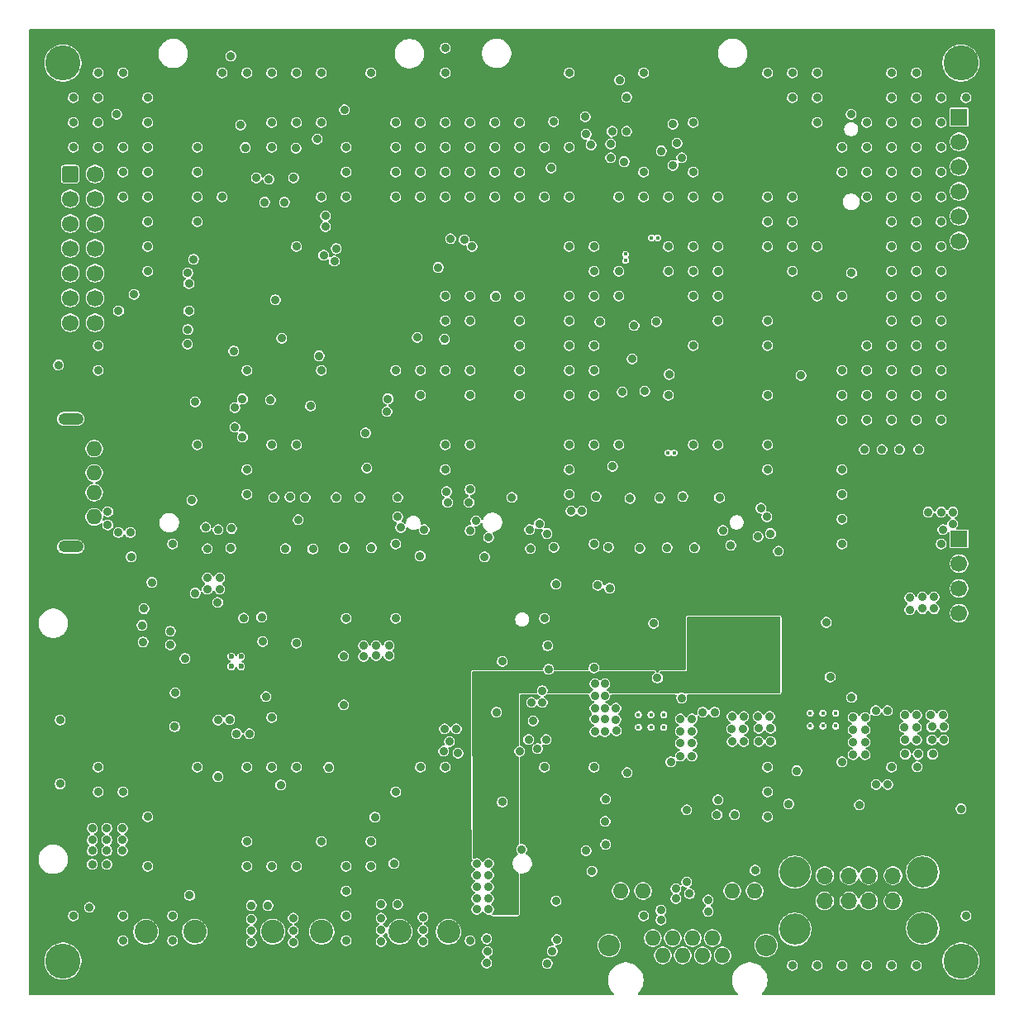
<source format=gbr>
%TF.GenerationSoftware,KiCad,Pcbnew,9.0.3*%
%TF.CreationDate,2025-10-22T18:56:13+03:00*%
%TF.ProjectId,ThingsGate-1,5468696e-6773-4476-9174-652d312e6b69,rev?*%
%TF.SameCoordinates,Original*%
%TF.FileFunction,Copper,L2,Inr*%
%TF.FilePolarity,Positive*%
%FSLAX46Y46*%
G04 Gerber Fmt 4.6, Leading zero omitted, Abs format (unit mm)*
G04 Created by KiCad (PCBNEW 9.0.3) date 2025-10-22 18:56:13*
%MOMM*%
%LPD*%
G01*
G04 APERTURE LIST*
G04 Aperture macros list*
%AMRoundRect*
0 Rectangle with rounded corners*
0 $1 Rounding radius*
0 $2 $3 $4 $5 $6 $7 $8 $9 X,Y pos of 4 corners*
0 Add a 4 corners polygon primitive as box body*
4,1,4,$2,$3,$4,$5,$6,$7,$8,$9,$2,$3,0*
0 Add four circle primitives for the rounded corners*
1,1,$1+$1,$2,$3*
1,1,$1+$1,$4,$5*
1,1,$1+$1,$6,$7*
1,1,$1+$1,$8,$9*
0 Add four rect primitives between the rounded corners*
20,1,$1+$1,$2,$3,$4,$5,0*
20,1,$1+$1,$4,$5,$6,$7,0*
20,1,$1+$1,$6,$7,$8,$9,0*
20,1,$1+$1,$8,$9,$2,$3,0*%
G04 Aperture macros list end*
%TA.AperFunction,ComponentPad*%
%ADD10R,1.700000X1.700000*%
%TD*%
%TA.AperFunction,ComponentPad*%
%ADD11C,1.700000*%
%TD*%
%TA.AperFunction,ComponentPad*%
%ADD12C,3.600000*%
%TD*%
%TA.AperFunction,ComponentPad*%
%ADD13O,1.700000X1.700000*%
%TD*%
%TA.AperFunction,ComponentPad*%
%ADD14O,3.200000X3.200000*%
%TD*%
%TA.AperFunction,ComponentPad*%
%ADD15RoundRect,0.250000X-0.600000X-0.600000X0.600000X-0.600000X0.600000X0.600000X-0.600000X0.600000X0*%
%TD*%
%TA.AperFunction,ComponentPad*%
%ADD16C,2.400000*%
%TD*%
%TA.AperFunction,ComponentPad*%
%ADD17O,1.600000X1.600000*%
%TD*%
%TA.AperFunction,ComponentPad*%
%ADD18O,2.600000X1.200000*%
%TD*%
%TA.AperFunction,ComponentPad*%
%ADD19O,2.200000X2.200000*%
%TD*%
%TA.AperFunction,HeatsinkPad*%
%ADD20C,0.600000*%
%TD*%
%TA.AperFunction,ComponentPad*%
%ADD21C,0.430000*%
%TD*%
%TA.AperFunction,ViaPad*%
%ADD22C,0.900000*%
%TD*%
%TA.AperFunction,ViaPad*%
%ADD23C,0.450000*%
%TD*%
G04 APERTURE END LIST*
D10*
%TO.N,/Power Supply/VA1*%
%TO.C,U3*%
X107800000Y-21540000D03*
D11*
%TO.N,/Power Supply/VA2*%
X107800000Y-24080000D03*
%TO.N,/Power Supply/VB1*%
X107800000Y-26620000D03*
%TO.N,/Power Supply/VB2*%
X107800000Y-29160000D03*
%TO.N,unconnected-(U3-NC-Pad5)*%
X107800000Y-31700000D03*
%TO.N,unconnected-(U3-NC-Pad6)*%
X107800000Y-34240000D03*
D10*
%TO.N,GND*%
X107800000Y-64750000D03*
D11*
%TO.N,/Power Supply/VDC_POE*%
X107800000Y-67290000D03*
%TO.N,unconnected-(U3-NC-Pad9)*%
X107800000Y-69830000D03*
%TO.N,unconnected-(U3-NC-Pad10)*%
X107800000Y-72370000D03*
%TD*%
D12*
%TO.N,CHASSIS*%
%TO.C,H3*%
X16000000Y-108000000D03*
%TD*%
D13*
%TO.N,/Modules/USB_VB1*%
%TO.C,J5*%
X94029850Y-99251000D03*
%TO.N,/Modules/USB_P1-*%
X96529150Y-99251000D03*
%TO.N,/Modules/USB_P1+*%
X98530750Y-99251000D03*
%TO.N,GND*%
X101030050Y-99251000D03*
%TO.N,/Modules/USB_VB2*%
X94029850Y-101852000D03*
%TO.N,/Modules/USB_P2-*%
X96529150Y-101852000D03*
%TO.N,/Modules/USB_P2+*%
X98530750Y-101852000D03*
%TO.N,GND*%
X101030050Y-101852000D03*
D14*
%TO.N,CHASSIS*%
X90979250Y-98900500D03*
X90979250Y-104750100D03*
X104080650Y-98900500D03*
X104080650Y-104651100D03*
%TD*%
D15*
%TO.N,unconnected-(J1-Pin_1-Pad1)*%
%TO.C,J1*%
X16747500Y-27380000D03*
D11*
%TO.N,unconnected-(J1-Pin_2-Pad2)*%
X19287500Y-27380000D03*
%TO.N,3V3_SOM*%
X16747500Y-29920000D03*
%TO.N,/Modules/SOM_JTMS*%
X19287500Y-29920000D03*
%TO.N,GND*%
X16747500Y-32460000D03*
%TO.N,/Modules/SOM_JTCK*%
X19287500Y-32460000D03*
%TO.N,GND*%
X16747500Y-35000000D03*
%TO.N,/Modules/SOM_JTDO*%
X19287500Y-35000000D03*
%TO.N,unconnected-(J1-Pin_9-Pad9)*%
X16747500Y-37540000D03*
%TO.N,/Modules/SOM_JTDI*%
X19287500Y-37540000D03*
%TO.N,/Modules/GND_DET*%
X16747500Y-40080000D03*
%TO.N,/Modules/SOM_NRST*%
X19287500Y-40080000D03*
%TO.N,/Modules/UART4_RX*%
X16747500Y-42620000D03*
%TO.N,/Modules/UART4_TX*%
X19287500Y-42620000D03*
%TD*%
D12*
%TO.N,CHASSIS*%
%TO.C,H1*%
X16000000Y-16000000D03*
%TD*%
D16*
%TO.N,/Power Supply/VSOL_SENSE*%
%TO.C,J4*%
X24500000Y-105000000D03*
%TO.N,/Power Supply/VSOL_CONN*%
X29500000Y-105000000D03*
%TD*%
D17*
%TO.N,/Modules/USB_OTG_VB1*%
%TO.C,J7*%
X19200000Y-55500100D03*
%TO.N,/Modules/USB2_OTG-*%
X19200000Y-58000000D03*
%TO.N,/Modules/USB2_OTG+*%
X19200000Y-60000000D03*
%TO.N,GND*%
X19200000Y-62500100D03*
D18*
%TO.N,CHASSIS*%
X16800000Y-52450100D03*
X16800000Y-65549900D03*
%TD*%
D16*
%TO.N,GND*%
%TO.C,J6*%
X50500000Y-105000000D03*
%TO.N,/Power Supply/12VPSU_CONN*%
X55500000Y-105000000D03*
%TD*%
%TO.N,GND*%
%TO.C,J3*%
X37500000Y-105000000D03*
%TO.N,/Power Supply/12VBAT_CONN*%
X42500000Y-105000000D03*
%TD*%
D12*
%TO.N,CHASSIS*%
%TO.C,H4*%
X108000000Y-108000000D03*
%TD*%
%TO.N,CHASSIS*%
%TO.C,H2*%
X108000000Y-16000000D03*
%TD*%
D17*
%TO.N,/Power Supply/TX+*%
%TO.C,U11*%
X83570000Y-107420000D03*
%TO.N,/Power Supply/TX-*%
X82549900Y-105639900D03*
%TO.N,/Power Supply/RX+*%
X81530100Y-107420000D03*
%TO.N,/Power Supply/VB1*%
X80510100Y-105639900D03*
X79490000Y-107420000D03*
%TO.N,/Power Supply/RX-*%
X78469900Y-105639900D03*
%TO.N,/Power Supply/VB2*%
X77450100Y-107420000D03*
X76430100Y-105639900D03*
%TO.N,/Power Supply/ETH_LED_2*%
X73140000Y-100820000D03*
%TO.N,GND*%
X75430100Y-100820000D03*
%TO.N,/Power Supply/ETH_LED_1*%
X84570000Y-100820000D03*
%TO.N,GND*%
X86860100Y-100820000D03*
D19*
%TO.N,CHASSIS*%
X71975100Y-106399900D03*
X88024900Y-106399900D03*
%TD*%
D20*
%TO.N,GND*%
%TO.C,U5*%
X33250000Y-77802500D03*
X34250000Y-77802500D03*
X33250000Y-76802500D03*
X34250000Y-76802500D03*
%TD*%
D21*
%TO.N,GND*%
%TO.C,U9*%
X92555000Y-83900000D03*
X93855000Y-83900000D03*
X95155000Y-83900000D03*
X92555000Y-82600000D03*
X93855000Y-82600000D03*
X95155000Y-82600000D03*
%TD*%
%TO.N,GND*%
%TO.C,U10*%
X74950000Y-84050000D03*
X76250000Y-84050000D03*
X77550000Y-84050000D03*
X74950000Y-82750000D03*
X76250000Y-82750000D03*
X77550000Y-82750000D03*
%TD*%
D22*
%TO.N,CHASSIS*%
X86900000Y-98700000D03*
%TO.N,GND*%
X35101385Y-84711680D03*
X65652959Y-75700000D03*
X37375000Y-55121164D03*
X87200000Y-64500000D03*
X44000000Y-35000000D03*
X39915000Y-22101164D03*
X78015000Y-50041164D03*
X54454985Y-36940661D03*
X27000000Y-75600000D03*
X75600000Y-49600000D03*
X39915000Y-98301164D03*
X80555000Y-34801164D03*
X39915000Y-88141164D03*
X70395000Y-88141164D03*
X62775000Y-29721164D03*
X44995000Y-105921164D03*
X37375000Y-17021164D03*
X59400000Y-108200000D03*
X70395000Y-55121164D03*
X20500000Y-96700000D03*
X66500000Y-101857262D03*
X28500000Y-77000000D03*
X87300000Y-85500000D03*
X52615000Y-29721164D03*
X72935000Y-37341164D03*
X84800000Y-93000000D03*
X98167581Y-84308817D03*
X55155000Y-57661164D03*
X88500000Y-84150000D03*
X80450000Y-83200000D03*
X19595000Y-90681164D03*
X32295000Y-17021164D03*
X60235000Y-29721164D03*
X48600000Y-104800000D03*
X65315000Y-24641164D03*
X74300000Y-46300000D03*
X30800000Y-65747041D03*
X67855000Y-47501164D03*
X70395000Y-37341164D03*
X79400000Y-25700000D03*
X107150000Y-62000000D03*
X87200000Y-82950000D03*
X37375000Y-88141164D03*
X27215000Y-65281164D03*
X100875000Y-17021164D03*
X19595000Y-47501164D03*
X103500000Y-88100000D03*
X103415000Y-19561164D03*
X50075000Y-22101164D03*
X88175000Y-55121164D03*
X77900000Y-65647041D03*
X72935000Y-55121164D03*
X73800000Y-88700000D03*
X100875000Y-27181164D03*
X98335000Y-44961164D03*
X96967581Y-86858817D03*
X103415000Y-50041164D03*
X15700000Y-89850000D03*
X66500000Y-69400000D03*
X102267581Y-85358817D03*
X72000000Y-69800000D03*
X41600000Y-65800000D03*
X24675000Y-98301164D03*
X80555000Y-39881164D03*
X59200000Y-66600000D03*
X24675000Y-19561164D03*
X21700000Y-41400000D03*
X55155000Y-17021164D03*
X79900000Y-92500000D03*
X39870000Y-24730000D03*
X44800000Y-65647041D03*
X73750000Y-23000000D03*
X30800000Y-68750000D03*
X22135000Y-90681164D03*
X49400000Y-75700000D03*
X103467581Y-82808817D03*
X99267581Y-82358817D03*
X88175000Y-29721164D03*
X80450000Y-84450000D03*
X88175000Y-42421164D03*
X57695000Y-47501164D03*
X62775000Y-24641164D03*
X105955000Y-44961164D03*
X34835000Y-47501164D03*
X33200000Y-65700000D03*
X71900000Y-65600000D03*
X103415000Y-108461164D03*
X95795000Y-57661164D03*
X59600000Y-101600000D03*
X36450000Y-75250000D03*
X62775000Y-47501164D03*
X67855000Y-55121164D03*
X28800000Y-37500000D03*
X78500000Y-22250000D03*
X79250000Y-87000000D03*
X24675000Y-93221164D03*
X71000000Y-42500000D03*
X71600000Y-91400000D03*
X62775000Y-39881164D03*
X20500000Y-98100000D03*
X61000000Y-91700000D03*
X69600000Y-23300000D03*
X104917581Y-82808817D03*
X60310290Y-39900000D03*
X105955000Y-19561164D03*
X83000000Y-93025000D03*
X37600000Y-60500000D03*
X17055000Y-24641164D03*
X57695000Y-22101164D03*
X67855000Y-57661164D03*
X76500000Y-73400000D03*
X83095000Y-37341164D03*
X103415000Y-17021164D03*
X29755000Y-55121164D03*
X83255204Y-60529051D03*
X98335000Y-22101164D03*
X98335000Y-29721164D03*
X103415000Y-27181164D03*
X34210000Y-22360000D03*
X20600000Y-63320000D03*
X72100000Y-24300000D03*
X70395000Y-47501164D03*
X105955000Y-65281164D03*
X62993938Y-96551201D03*
X83095000Y-42421164D03*
X70395000Y-77981164D03*
X90715000Y-17021164D03*
X52600000Y-66500000D03*
X37375000Y-22101164D03*
X34835000Y-98301164D03*
X93255000Y-22101164D03*
X42455000Y-95761164D03*
X75475000Y-27181164D03*
X66000000Y-26750000D03*
X52615000Y-22101164D03*
X24675000Y-32261164D03*
X39915000Y-75441164D03*
X57695000Y-29721164D03*
X37750000Y-40250000D03*
X24675000Y-29721164D03*
X33200000Y-15300000D03*
X98335000Y-47501164D03*
X22135000Y-103381164D03*
X22135000Y-105921164D03*
X44995000Y-100841164D03*
X67855000Y-17021164D03*
X50300000Y-102200000D03*
X88175000Y-44961164D03*
X59600000Y-102700000D03*
X29755000Y-29721164D03*
X27215000Y-105921164D03*
X55155000Y-22101164D03*
X95795000Y-27181164D03*
X103415000Y-37341164D03*
X55100000Y-44300000D03*
X59600000Y-99200000D03*
X48600000Y-103600000D03*
X55100000Y-84200000D03*
X105955000Y-50041164D03*
X48600000Y-102200000D03*
X83095000Y-34801164D03*
X58400000Y-100400000D03*
X34835000Y-57661164D03*
X58400000Y-98000000D03*
X80555000Y-29721164D03*
X75100000Y-65700000D03*
X100875000Y-37341164D03*
X98335000Y-52581164D03*
X24675000Y-24641164D03*
X90715000Y-37341164D03*
X102750000Y-70800000D03*
X21500000Y-21250000D03*
X67855000Y-42421164D03*
X46400000Y-60500000D03*
X104650000Y-62000000D03*
X55300000Y-59900000D03*
X42455000Y-47501164D03*
X42700000Y-35700000D03*
X108495000Y-19561164D03*
X79250000Y-83200000D03*
X65500000Y-85300000D03*
X59400000Y-105700000D03*
X44995000Y-29721164D03*
X98335000Y-108461164D03*
X78500000Y-26500000D03*
X78015000Y-34801164D03*
X93255000Y-17021164D03*
X38690000Y-30255000D03*
X60400000Y-82500000D03*
X76800000Y-42500000D03*
X40800000Y-60500000D03*
X100875000Y-47501164D03*
X79250000Y-84450000D03*
X64000000Y-81500000D03*
X93255000Y-108461164D03*
X35300000Y-106100000D03*
X24675000Y-27181164D03*
X95795000Y-39881164D03*
X58400000Y-99200000D03*
X72650000Y-83250000D03*
X100467581Y-82358817D03*
X40100000Y-62800000D03*
X70395000Y-65281164D03*
X105955000Y-27181164D03*
X22135000Y-17021164D03*
X105955000Y-22101164D03*
X47535000Y-98301164D03*
X47535000Y-17021164D03*
X55155000Y-14481164D03*
X28758972Y-44801384D03*
X22135000Y-29721164D03*
X93255000Y-19561164D03*
X37375000Y-98301164D03*
X67855000Y-34801164D03*
X39600000Y-104900000D03*
X63900000Y-65750000D03*
X78015000Y-37341164D03*
X80555000Y-55121164D03*
X57695000Y-39881164D03*
X37250000Y-50500000D03*
X66250000Y-22000000D03*
X67855000Y-39881164D03*
X96967581Y-84308817D03*
X57700000Y-63900000D03*
X87300000Y-84150000D03*
X39915000Y-55121164D03*
X71600000Y-96050000D03*
X50075000Y-90681164D03*
X88175000Y-32261164D03*
X58400000Y-102700000D03*
X33077228Y-83260574D03*
X103415000Y-29721164D03*
X39915000Y-34801164D03*
X105955000Y-52581164D03*
X100875000Y-44961164D03*
X52615000Y-88141164D03*
X90715000Y-19561164D03*
X80450000Y-85700000D03*
X63700000Y-85300000D03*
X52300000Y-44100000D03*
X106150000Y-63800000D03*
X71550000Y-93689871D03*
X47600000Y-65673520D03*
X80555000Y-37341164D03*
X20500000Y-95600000D03*
X55700000Y-34000000D03*
X31875000Y-89100000D03*
X52900000Y-103500000D03*
X72700000Y-84400000D03*
X38300000Y-89950000D03*
X42455000Y-17021164D03*
X50300000Y-60500000D03*
X100875000Y-39881164D03*
X29200000Y-60800000D03*
X39600000Y-106100000D03*
X36350000Y-72750000D03*
X34835000Y-88141164D03*
X105100000Y-86800000D03*
X62775000Y-42421164D03*
X18995130Y-98078669D03*
X105955000Y-37341164D03*
X44995000Y-103381164D03*
X70395000Y-39881164D03*
X47535000Y-95761164D03*
X74100000Y-60600000D03*
X21700000Y-64100000D03*
X94600000Y-78900000D03*
X84500000Y-84200000D03*
X57700000Y-59700000D03*
X88500000Y-85500000D03*
X75475000Y-29721164D03*
X83095000Y-55121164D03*
X34400000Y-50400000D03*
X65315000Y-88141164D03*
X30800000Y-69900000D03*
X55155000Y-27181164D03*
X88100000Y-62500000D03*
X55155000Y-47501164D03*
X36660000Y-30255000D03*
X80555000Y-44961164D03*
X98167581Y-83058817D03*
X108495000Y-103381164D03*
X72100000Y-25700000D03*
X17055000Y-19561164D03*
X70395000Y-50041164D03*
X55000000Y-86500000D03*
X44995000Y-72901164D03*
X100875000Y-88141164D03*
X88175000Y-90681164D03*
X102750000Y-72000000D03*
X60235000Y-24641164D03*
X22900000Y-64100000D03*
X95795000Y-24641164D03*
X105950000Y-62000000D03*
X39915000Y-17021164D03*
X50075000Y-65281164D03*
X32050000Y-68750000D03*
X55155000Y-29721164D03*
X105955000Y-39881164D03*
X65100000Y-80300000D03*
X20500000Y-94400000D03*
X98335000Y-27181164D03*
X55155000Y-55121164D03*
X77300000Y-25000000D03*
X43243777Y-88162856D03*
X93255000Y-34801164D03*
X103415000Y-32261164D03*
X103415000Y-44961164D03*
X82750000Y-82500000D03*
X22100000Y-94400000D03*
X96750000Y-21250000D03*
X33500000Y-45500000D03*
X84400000Y-65400000D03*
X24675000Y-22101164D03*
X72935000Y-29721164D03*
X80555000Y-27181164D03*
X105955000Y-47501164D03*
X49200000Y-51700000D03*
X52615000Y-24641164D03*
X41353344Y-51142457D03*
X46800000Y-76800000D03*
X22135000Y-27181164D03*
X105250000Y-70700000D03*
X98335000Y-24641164D03*
X29755000Y-32261164D03*
X19595000Y-19561164D03*
X35300000Y-104900000D03*
X85700000Y-84200000D03*
X74500000Y-42900000D03*
X80555000Y-22101164D03*
X22100000Y-96700000D03*
X17055000Y-103381164D03*
X105955000Y-34801164D03*
X100875000Y-22101164D03*
X62000000Y-60500000D03*
X95795000Y-108461164D03*
X59500000Y-107000000D03*
X105017581Y-84008817D03*
X19595000Y-17021164D03*
X29755000Y-27181164D03*
X98335000Y-50041164D03*
X70600000Y-60400000D03*
X88175000Y-50041164D03*
X57695000Y-42421164D03*
X100875000Y-29721164D03*
X60235000Y-22101164D03*
X84550000Y-82950000D03*
X78015000Y-29721164D03*
X52615000Y-47501164D03*
X100875000Y-32261164D03*
X100875000Y-34801164D03*
X103600000Y-86800000D03*
X57695000Y-24641164D03*
X33800000Y-84700000D03*
X62775000Y-22101164D03*
X66300000Y-65600000D03*
X103415000Y-42421164D03*
X73300000Y-49700000D03*
X48100000Y-76700000D03*
X22100000Y-95600000D03*
X19595000Y-44961164D03*
X47950000Y-93250000D03*
X77129541Y-60557542D03*
X19595000Y-22101164D03*
X98167581Y-85558817D03*
X22135000Y-24641164D03*
X50075000Y-47501164D03*
X103415000Y-52581164D03*
X103417581Y-84058817D03*
X88500000Y-64200000D03*
X100875000Y-50041164D03*
X90715000Y-29721164D03*
X67855000Y-44961164D03*
X24675000Y-34801164D03*
X52900000Y-106000000D03*
X57695000Y-27181164D03*
X58400000Y-101600000D03*
X52900000Y-104800000D03*
X67855000Y-50041164D03*
X50075000Y-29721164D03*
X84550000Y-85500000D03*
X55155000Y-24641164D03*
X52615000Y-27181164D03*
X103415000Y-39881164D03*
X50600000Y-63600000D03*
X27450000Y-84000000D03*
X80700000Y-65673520D03*
X24100000Y-73600000D03*
X105955000Y-24641164D03*
X105955000Y-29721164D03*
X100875000Y-52581164D03*
X95795000Y-52581164D03*
X35300000Y-102300000D03*
X73025000Y-17750000D03*
X105955000Y-42421164D03*
X50075000Y-24641164D03*
X59600000Y-98000000D03*
X85750000Y-85500000D03*
X27215000Y-103381164D03*
X104050000Y-71900000D03*
X19595000Y-88141164D03*
X29755000Y-24641164D03*
X38800000Y-65747041D03*
X95795000Y-60201164D03*
X95795000Y-65281164D03*
X102300000Y-86800000D03*
X95795000Y-47501164D03*
X38403329Y-44203064D03*
X67855000Y-60201164D03*
X100875000Y-24641164D03*
X27000000Y-74200000D03*
X34835000Y-17021164D03*
X103415000Y-24641164D03*
X95795000Y-50041164D03*
X65315000Y-72901164D03*
X49900000Y-98000000D03*
X90715000Y-32261164D03*
X106217581Y-85358817D03*
X55155000Y-42421164D03*
X57695000Y-50041164D03*
X91195000Y-88500000D03*
X55155000Y-88141164D03*
X85750000Y-82950000D03*
X105955000Y-32261164D03*
X19000000Y-95600000D03*
X75475000Y-17021164D03*
X95795000Y-62741164D03*
X76900000Y-79000000D03*
X46800000Y-75700000D03*
X90715000Y-108461164D03*
X19000000Y-94400000D03*
X106117581Y-82808817D03*
X100875000Y-42421164D03*
X103415000Y-34801164D03*
X28978334Y-101267207D03*
X98167581Y-86858817D03*
X42455000Y-29721164D03*
X79250000Y-85700000D03*
X50075000Y-27181164D03*
X24675000Y-37341164D03*
X52615000Y-50041164D03*
X39600000Y-103600000D03*
X57695000Y-55121164D03*
X81550000Y-82500000D03*
X75475000Y-103381164D03*
X65315000Y-29721164D03*
X90715000Y-34801164D03*
X88175000Y-34801164D03*
X103415000Y-22101164D03*
X100875000Y-19561164D03*
X59600000Y-100400000D03*
X50075000Y-72901164D03*
X107150000Y-63200000D03*
X103467581Y-85358817D03*
X65752959Y-78100000D03*
X29554759Y-50729652D03*
X44995000Y-24641164D03*
X100875000Y-108461164D03*
X79500000Y-60400000D03*
X80450000Y-87000000D03*
X97600000Y-92000000D03*
X70395000Y-44961164D03*
X70395000Y-34801164D03*
X48600000Y-106000000D03*
X32050000Y-69900000D03*
X105250000Y-71900000D03*
X34400000Y-54300000D03*
X72650000Y-82100000D03*
X34835000Y-95761164D03*
X35300000Y-103700000D03*
X55155000Y-39881164D03*
X44995000Y-98301164D03*
X37375000Y-24641164D03*
X102267581Y-82808817D03*
X22983467Y-66583467D03*
X57695000Y-105921164D03*
X62775000Y-27181164D03*
X88400000Y-82950000D03*
X88175000Y-93221164D03*
X105017581Y-85358817D03*
X62775000Y-50041164D03*
X83095000Y-29721164D03*
X19595000Y-24641164D03*
X37000000Y-102300000D03*
X15700000Y-83300000D03*
X102217581Y-84058817D03*
X72935000Y-39881164D03*
X48100000Y-75700000D03*
X62775000Y-44961164D03*
X20600000Y-61970000D03*
X93255000Y-39881164D03*
X37375000Y-83061164D03*
X34835000Y-60201164D03*
X17055000Y-22101164D03*
X44000000Y-60500000D03*
X42455000Y-22101164D03*
X88175000Y-17021164D03*
X27500000Y-80500000D03*
X94200000Y-73300000D03*
X32295000Y-29721164D03*
X42250000Y-46000000D03*
X49400000Y-76700000D03*
X88175000Y-57661164D03*
X64800000Y-63200000D03*
X96967581Y-85558817D03*
X67855000Y-29721164D03*
X44995000Y-27181164D03*
X73750000Y-19500000D03*
X88175000Y-88141164D03*
X31900000Y-63800000D03*
X83095000Y-39881164D03*
X19000000Y-96700000D03*
X96967581Y-83058817D03*
X103415000Y-47501164D03*
X104050000Y-70700000D03*
X106217581Y-84008817D03*
X67855000Y-24641164D03*
X60235000Y-27181164D03*
X44840000Y-20800000D03*
X29755000Y-88141164D03*
X31900000Y-83300000D03*
X57900000Y-34800000D03*
%TO.N,VBAT_SOM*%
X61000000Y-77300000D03*
X96800000Y-37500000D03*
%TO.N,12VPOE*%
X108000000Y-92400000D03*
%TO.N,VBUS_FUSE*%
X70500000Y-80800000D03*
X71500000Y-84500000D03*
X71500000Y-82100000D03*
X70500000Y-82100000D03*
X71500000Y-79600000D03*
X70500000Y-83200000D03*
X70500000Y-84500000D03*
X71500000Y-80800000D03*
X71500000Y-83200000D03*
X70500000Y-79600000D03*
%TO.N,/Power Supply/3V3_BOOT*%
X95800000Y-87600000D03*
X96800000Y-81000000D03*
%TO.N,3V3*%
X41800000Y-53300000D03*
X49920534Y-44100000D03*
X102600000Y-77300000D03*
X15300000Y-92100000D03*
X47000000Y-63800000D03*
X50662500Y-40262500D03*
X106200000Y-75900000D03*
X99200000Y-73400000D03*
X80100000Y-63800000D03*
X70682464Y-18795100D03*
X100500000Y-73400000D03*
X73000000Y-60600000D03*
X105100000Y-78600000D03*
X45700000Y-63800000D03*
X78800000Y-64800000D03*
X51400000Y-60500000D03*
X99200000Y-74700000D03*
X100500000Y-77600000D03*
X47000000Y-64800000D03*
X106200000Y-73400000D03*
X50300000Y-45300000D03*
X104900000Y-75900000D03*
X63800000Y-101700000D03*
X27600000Y-60800000D03*
X100500000Y-74700000D03*
X106400000Y-77300000D03*
X106200000Y-74700000D03*
X104900000Y-74700000D03*
X104900000Y-73400000D03*
X102600000Y-78600000D03*
X106400000Y-78600000D03*
X105100000Y-77300000D03*
X84600000Y-60500000D03*
X40250000Y-39250000D03*
X45700000Y-64800000D03*
X103900000Y-78600000D03*
X100500000Y-76300000D03*
X99200000Y-76300000D03*
X78800000Y-63800000D03*
X70500000Y-17175000D03*
X80100000Y-64800000D03*
X99200000Y-77600000D03*
X60900000Y-60500000D03*
X103900000Y-77300000D03*
X26750000Y-50250000D03*
X15300000Y-78100000D03*
%TO.N,VBUS*%
X49300000Y-50400000D03*
X90350000Y-91900000D03*
%TO.N,/Power Supply/5V_BOOT*%
X79400000Y-81050000D03*
X78264127Y-87590873D03*
%TO.N,5V*%
X99300000Y-89900000D03*
X98100000Y-55600000D03*
X60800000Y-94100000D03*
X82800000Y-74800000D03*
X60800000Y-102700000D03*
X82800000Y-73500000D03*
X62000000Y-100300000D03*
X103700000Y-55600000D03*
X60800000Y-99100000D03*
X87200000Y-74800000D03*
X99900000Y-55600000D03*
X60800000Y-96800000D03*
X81500000Y-73500000D03*
X88500000Y-73500000D03*
X78100000Y-47900000D03*
X60800000Y-98000000D03*
X62000000Y-99100000D03*
X91600000Y-48000000D03*
X88500000Y-74800000D03*
X87200000Y-73500000D03*
X60800000Y-101500000D03*
X87400000Y-78700000D03*
X88700000Y-78700000D03*
X62000000Y-101500000D03*
X100500000Y-89900000D03*
X60800000Y-95600000D03*
X81500000Y-74800000D03*
X84900000Y-78700000D03*
X62000000Y-102700000D03*
X101700000Y-55600000D03*
X60800000Y-100300000D03*
X86200000Y-78700000D03*
%TO.N,12VBAT_HARV*%
X44750000Y-81750000D03*
X29550000Y-70300000D03*
X25100000Y-69200000D03*
X18700000Y-102500000D03*
%TO.N,/Power Harvester/REGN*%
X36791015Y-80908985D03*
X34500000Y-72862500D03*
%TO.N,/Power Harvester/SRP*%
X31861494Y-71266439D03*
X44750000Y-76750000D03*
%TO.N,CS_AMP_LP*%
X56479985Y-86682010D03*
%TO.N,BUS_VSENSE_LP*%
X55600000Y-85500000D03*
%TO.N,BAT_VSENSE_LP*%
X33600000Y-51300000D03*
X33600000Y-53300000D03*
X56300000Y-84200000D03*
%TO.N,/Power Supply/CT_ETH_PHY*%
X83100000Y-91500000D03*
%TO.N,/Modules/USIM_VDD*%
X34670000Y-24660000D03*
X42050000Y-23790000D03*
%TO.N,/Modules/USIM_RST*%
X39635100Y-27750000D03*
%TO.N,/Modules/USIM_CLK*%
X37095100Y-27900000D03*
%TO.N,/Modules/USIM_DATA*%
X35825100Y-27760000D03*
%TO.N,/Modules/WAN_LD*%
X47000000Y-53900000D03*
%TO.N,/Modules/UART4_TX*%
X24300000Y-71900000D03*
%TO.N,/Modules/UART4_RX*%
X24200000Y-75300000D03*
%TO.N,3V3_SOM*%
X15531320Y-46928247D03*
%TO.N,/Modules/SOM_NRST*%
X23300000Y-39700000D03*
D23*
%TO.N,/Modules/USB_P2+*%
X76941600Y-33906396D03*
%TO.N,/Modules/USB_P1+*%
X73634095Y-35573400D03*
%TO.N,/Modules/USB_P1-*%
X73634095Y-36226600D03*
%TO.N,/Modules/USB_P2-*%
X76288400Y-33906396D03*
D22*
%TO.N,/Power Supply/VA2*%
X80200000Y-101100000D03*
X79900000Y-99900000D03*
%TO.N,/Power Supply/VB1*%
X78800000Y-101600000D03*
X78800000Y-100600000D03*
%TO.N,/Power Supply/VA1*%
X82107262Y-101728491D03*
X82100000Y-102900000D03*
%TO.N,/Power Supply/VB2*%
X77250000Y-102800000D03*
X77250000Y-103800000D03*
%TO.N,ETH_LED2*%
X70200000Y-98800000D03*
%TO.N,ETH_LED1*%
X69600000Y-96700000D03*
%TO.N,HARV_STAT1*%
X28800000Y-43300000D03*
X29400000Y-36100000D03*
%TO.N,HARV_STAT2*%
X28900000Y-41400000D03*
X28900000Y-38600000D03*
%TO.N,/Modules/BOOT0*%
X65620673Y-108234629D03*
%TO.N,/Modules/BOOT1*%
X66143017Y-106971508D03*
%TO.N,/Modules/BOOT2*%
X66600000Y-105800000D03*
%TO.N,/Modules/I2C1_SDA*%
X55400000Y-61000000D03*
X64620237Y-86251626D03*
%TO.N,/Modules/I2C1_SCL*%
X57600000Y-61000000D03*
X64165694Y-83407062D03*
%TO.N,/Modules/LW_RST*%
X72300000Y-57300000D03*
%TO.N,/Modules/IO_EXP_~{INT}*%
X65100000Y-81500000D03*
%TO.N,/Modules/LTE_RST*%
X39260000Y-60450000D03*
X43800000Y-36300000D03*
%TO.N,/Modules/LED_WWAN*%
X47135000Y-57500000D03*
%TO.N,/Modules/SD_CS*%
X69500000Y-21500000D03*
%TO.N,/Modules/SD_DET*%
X57100000Y-34100000D03*
X72250000Y-23000000D03*
%TO.N,/Modules/SX1261_NRST_LTE*%
X53000000Y-63800000D03*
X59600000Y-64600000D03*
%TO.N,Net-(R53-Pad1)*%
X30610000Y-63560000D03*
%TO.N,Net-(R54-Pad2)*%
X33260000Y-63690000D03*
%TO.N,/Modules/MCU_NRST_LTE*%
X58300000Y-62900000D03*
X50300000Y-62500000D03*
D23*
%TO.N,/Modules/LWUSB_D-*%
X77973400Y-55934095D03*
%TO.N,/Modules/LWUSB_D+*%
X78626600Y-55934095D03*
D22*
%TO.N,/Modules/LTE_USB_D+*%
X42900000Y-31648400D03*
%TO.N,/Modules/LTE_USB_D-*%
X42900000Y-32751600D03*
%TO.N,/Modules/USB1_H+*%
X69151600Y-61900000D03*
%TO.N,/Modules/USB1_H-*%
X68048400Y-61900000D03*
%TO.N,/Modules/SPI4_MISO*%
X70800000Y-69500000D03*
X78900000Y-24200000D03*
X83600000Y-63900000D03*
X62800000Y-86500000D03*
%TO.N,/Modules/SPI4_MOSI*%
X89300000Y-66000000D03*
X70100000Y-24400000D03*
%TO.N,/Modules/SPI4_SCK*%
X73500000Y-26100000D03*
X87500000Y-61600000D03*
%TO.N,/Modules/SX1261_NRST*%
X63800000Y-63800000D03*
%TO.N,/Modules/MCU_NRST*%
X65600000Y-64200000D03*
%TD*%
%TA.AperFunction,Conductor*%
%TO.N,5V*%
G36*
X89443039Y-72719685D02*
G01*
X89488794Y-72772489D01*
X89500000Y-72824000D01*
X89500000Y-80476000D01*
X89480315Y-80543039D01*
X89427511Y-80588794D01*
X89376000Y-80600000D01*
X79754802Y-80600000D01*
X79692802Y-80583387D01*
X79612485Y-80537016D01*
X79472475Y-80499500D01*
X79327525Y-80499500D01*
X79187515Y-80537016D01*
X79187513Y-80537016D01*
X79187513Y-80537017D01*
X79177083Y-80543039D01*
X79107197Y-80583387D01*
X79045198Y-80600000D01*
X72091783Y-80600000D01*
X72024744Y-80580315D01*
X71984396Y-80538000D01*
X71940509Y-80461985D01*
X71838015Y-80359491D01*
X71791346Y-80332546D01*
X71747769Y-80307387D01*
X71699553Y-80256820D01*
X71686331Y-80188213D01*
X71712299Y-80123348D01*
X71747769Y-80092613D01*
X71764082Y-80083194D01*
X71838015Y-80040509D01*
X71940509Y-79938015D01*
X72012984Y-79812485D01*
X72050500Y-79672475D01*
X72050500Y-79527525D01*
X72012984Y-79387515D01*
X71984406Y-79338017D01*
X71940511Y-79261988D01*
X71940506Y-79261982D01*
X71838017Y-79159493D01*
X71838011Y-79159488D01*
X71712488Y-79087017D01*
X71712489Y-79087017D01*
X71701006Y-79083940D01*
X71572475Y-79049500D01*
X71427525Y-79049500D01*
X71298993Y-79083940D01*
X71287511Y-79087017D01*
X71161988Y-79159488D01*
X71161982Y-79159493D01*
X71087681Y-79233795D01*
X71026358Y-79267280D01*
X70956666Y-79262296D01*
X70912319Y-79233795D01*
X70838017Y-79159493D01*
X70838011Y-79159488D01*
X70712488Y-79087017D01*
X70712489Y-79087017D01*
X70701006Y-79083940D01*
X70572475Y-79049500D01*
X70427525Y-79049500D01*
X70298993Y-79083940D01*
X70287511Y-79087017D01*
X70161988Y-79159488D01*
X70161982Y-79159493D01*
X70059493Y-79261982D01*
X70059488Y-79261988D01*
X69987017Y-79387511D01*
X69987016Y-79387515D01*
X69949500Y-79527525D01*
X69949500Y-79672475D01*
X69970139Y-79749500D01*
X69987017Y-79812488D01*
X70059488Y-79938011D01*
X70059490Y-79938013D01*
X70059491Y-79938015D01*
X70161985Y-80040509D01*
X70232000Y-80080932D01*
X70252231Y-80092613D01*
X70300446Y-80143181D01*
X70313668Y-80211788D01*
X70287700Y-80276653D01*
X70252231Y-80307387D01*
X70161985Y-80359491D01*
X70161982Y-80359493D01*
X70059493Y-80461982D01*
X70059491Y-80461985D01*
X70016172Y-80537017D01*
X70015604Y-80538000D01*
X69965037Y-80586215D01*
X69908217Y-80600000D01*
X65751134Y-80600000D01*
X65684095Y-80580315D01*
X65638340Y-80527511D01*
X65628396Y-80458353D01*
X65631356Y-80443920D01*
X65650500Y-80372475D01*
X65650500Y-80227525D01*
X65612984Y-80087515D01*
X65585844Y-80040508D01*
X65540511Y-79961988D01*
X65540506Y-79961982D01*
X65438017Y-79859493D01*
X65438011Y-79859488D01*
X65312488Y-79787017D01*
X65312489Y-79787017D01*
X65301006Y-79783940D01*
X65172475Y-79749500D01*
X65027525Y-79749500D01*
X64898993Y-79783940D01*
X64887511Y-79787017D01*
X64761988Y-79859488D01*
X64761982Y-79859493D01*
X64659493Y-79961982D01*
X64659488Y-79961988D01*
X64587017Y-80087511D01*
X64587016Y-80087515D01*
X64549500Y-80227525D01*
X64549500Y-80372475D01*
X64568640Y-80443909D01*
X64566978Y-80513756D01*
X64527816Y-80571618D01*
X64463588Y-80599123D01*
X64448866Y-80600000D01*
X62700000Y-80600000D01*
X62700000Y-85861726D01*
X62680315Y-85928765D01*
X62627511Y-85974520D01*
X62608098Y-85981500D01*
X62587514Y-85987016D01*
X62587511Y-85987017D01*
X62461988Y-86059488D01*
X62461982Y-86059493D01*
X62359493Y-86161982D01*
X62359488Y-86161988D01*
X62287017Y-86287511D01*
X62287016Y-86287515D01*
X62249500Y-86427525D01*
X62249500Y-86572475D01*
X62281563Y-86692135D01*
X62287017Y-86712488D01*
X62359488Y-86838011D01*
X62359490Y-86838013D01*
X62359491Y-86838015D01*
X62461985Y-86940509D01*
X62461986Y-86940510D01*
X62461988Y-86940511D01*
X62587511Y-87012982D01*
X62587514Y-87012984D01*
X62595941Y-87015241D01*
X62608092Y-87018497D01*
X62667753Y-87054861D01*
X62698283Y-87117707D01*
X62700000Y-87138272D01*
X62700000Y-96015720D01*
X62680315Y-96082759D01*
X62660753Y-96104028D01*
X62661670Y-96104945D01*
X62553431Y-96213183D01*
X62553426Y-96213189D01*
X62480955Y-96338712D01*
X62480954Y-96338716D01*
X62443438Y-96478726D01*
X62443438Y-96623676D01*
X62480954Y-96763686D01*
X62480955Y-96763689D01*
X62553426Y-96889212D01*
X62553431Y-96889218D01*
X62591218Y-96927005D01*
X62624703Y-96988328D01*
X62619719Y-97058020D01*
X62577847Y-97113953D01*
X62572428Y-97117788D01*
X62415177Y-97222860D01*
X62415173Y-97222863D01*
X62275822Y-97362214D01*
X62275819Y-97362218D01*
X62166330Y-97526079D01*
X62166323Y-97526092D01*
X62090909Y-97708160D01*
X62090906Y-97708170D01*
X62052459Y-97901456D01*
X62052459Y-97901459D01*
X62052459Y-98098541D01*
X62052459Y-98098543D01*
X62052458Y-98098543D01*
X62090906Y-98291829D01*
X62090909Y-98291839D01*
X62166323Y-98473907D01*
X62166330Y-98473920D01*
X62275819Y-98637781D01*
X62275822Y-98637785D01*
X62415176Y-98777139D01*
X62579039Y-98886628D01*
X62579045Y-98886632D01*
X62623452Y-98905026D01*
X62677855Y-98948864D01*
X62699921Y-99015158D01*
X62700000Y-99019586D01*
X62700000Y-103176000D01*
X62680315Y-103243039D01*
X62627511Y-103288794D01*
X62576000Y-103300000D01*
X60077886Y-103300000D01*
X60010847Y-103280315D01*
X59965092Y-103227511D01*
X59955148Y-103158353D01*
X59984173Y-103094797D01*
X59990205Y-103088319D01*
X59999828Y-103078696D01*
X60040509Y-103038015D01*
X60112984Y-102912485D01*
X60150500Y-102772475D01*
X60150500Y-102627525D01*
X60112984Y-102487515D01*
X60098244Y-102461985D01*
X60040511Y-102361988D01*
X60040506Y-102361982D01*
X59938017Y-102259493D01*
X59938015Y-102259491D01*
X59934371Y-102257387D01*
X59931913Y-102254809D01*
X59931566Y-102254543D01*
X59931607Y-102254488D01*
X59886156Y-102206823D01*
X59872931Y-102138217D01*
X59898897Y-102073351D01*
X59934370Y-102042613D01*
X59938015Y-102040509D01*
X60040509Y-101938015D01*
X60112984Y-101812485D01*
X60150500Y-101672475D01*
X60150500Y-101527525D01*
X60112984Y-101387515D01*
X60098244Y-101361985D01*
X60040511Y-101261988D01*
X60040506Y-101261982D01*
X59938017Y-101159493D01*
X59938015Y-101159491D01*
X59891346Y-101132546D01*
X59847769Y-101107387D01*
X59799553Y-101056820D01*
X59786331Y-100988213D01*
X59812299Y-100923348D01*
X59847769Y-100892613D01*
X59864082Y-100883194D01*
X59938015Y-100840509D01*
X60040509Y-100738015D01*
X60112984Y-100612485D01*
X60150500Y-100472475D01*
X60150500Y-100327525D01*
X60112984Y-100187515D01*
X60096804Y-100159491D01*
X60040511Y-100061988D01*
X60040506Y-100061982D01*
X59938017Y-99959493D01*
X59938015Y-99959491D01*
X59868749Y-99919500D01*
X59847769Y-99907387D01*
X59799553Y-99856820D01*
X59786331Y-99788213D01*
X59812299Y-99723348D01*
X59847769Y-99692613D01*
X59864082Y-99683194D01*
X59938015Y-99640509D01*
X60040509Y-99538015D01*
X60112984Y-99412485D01*
X60150500Y-99272475D01*
X60150500Y-99127525D01*
X60112984Y-98987515D01*
X60098282Y-98962051D01*
X60040511Y-98861988D01*
X60040506Y-98861982D01*
X59938017Y-98759493D01*
X59938015Y-98759491D01*
X59891346Y-98732546D01*
X59847769Y-98707387D01*
X59799553Y-98656820D01*
X59786331Y-98588213D01*
X59812299Y-98523348D01*
X59847769Y-98492613D01*
X59864082Y-98483194D01*
X59938015Y-98440509D01*
X60040509Y-98338015D01*
X60112984Y-98212485D01*
X60150500Y-98072475D01*
X60150500Y-97927525D01*
X60112984Y-97787515D01*
X60067168Y-97708160D01*
X60040511Y-97661988D01*
X60040506Y-97661982D01*
X59938017Y-97559493D01*
X59938011Y-97559488D01*
X59812488Y-97487017D01*
X59812489Y-97487017D01*
X59799557Y-97483552D01*
X59672475Y-97449500D01*
X59527525Y-97449500D01*
X59400443Y-97483552D01*
X59387511Y-97487017D01*
X59261988Y-97559488D01*
X59261982Y-97559493D01*
X59159493Y-97661982D01*
X59159491Y-97661985D01*
X59107387Y-97752231D01*
X59056819Y-97800446D01*
X58988212Y-97813668D01*
X58923347Y-97787700D01*
X58892613Y-97752231D01*
X58867168Y-97708160D01*
X58840509Y-97661985D01*
X58738015Y-97559491D01*
X58738013Y-97559490D01*
X58738011Y-97559488D01*
X58612488Y-97487017D01*
X58612489Y-97487017D01*
X58599557Y-97483552D01*
X58472475Y-97449500D01*
X58327525Y-97449500D01*
X58229108Y-97475870D01*
X58187510Y-97487017D01*
X58187509Y-97487018D01*
X58163875Y-97500663D01*
X58095974Y-97517134D01*
X58029948Y-97494281D01*
X57986758Y-97439359D01*
X57977879Y-97393745D01*
X57956283Y-91627525D01*
X60449500Y-91627525D01*
X60449500Y-91772475D01*
X60467062Y-91838015D01*
X60487017Y-91912488D01*
X60559488Y-92038011D01*
X60559490Y-92038013D01*
X60559491Y-92038015D01*
X60661985Y-92140509D01*
X60661986Y-92140510D01*
X60661988Y-92140511D01*
X60787511Y-92212982D01*
X60787512Y-92212982D01*
X60787515Y-92212984D01*
X60927525Y-92250500D01*
X60927528Y-92250500D01*
X61072472Y-92250500D01*
X61072475Y-92250500D01*
X61212485Y-92212984D01*
X61338015Y-92140509D01*
X61440509Y-92038015D01*
X61512984Y-91912485D01*
X61550500Y-91772475D01*
X61550500Y-91627525D01*
X61512984Y-91487515D01*
X61440509Y-91361985D01*
X61338015Y-91259491D01*
X61338013Y-91259490D01*
X61338011Y-91259488D01*
X61212488Y-91187017D01*
X61212489Y-91187017D01*
X61201006Y-91183940D01*
X61072475Y-91149500D01*
X60927525Y-91149500D01*
X60798993Y-91183940D01*
X60787511Y-91187017D01*
X60661988Y-91259488D01*
X60661982Y-91259493D01*
X60559493Y-91361982D01*
X60559488Y-91361988D01*
X60487017Y-91487511D01*
X60487016Y-91487515D01*
X60449500Y-91627525D01*
X57956283Y-91627525D01*
X57921826Y-82427525D01*
X59849500Y-82427525D01*
X59849500Y-82572475D01*
X59870139Y-82649500D01*
X59887017Y-82712488D01*
X59959488Y-82838011D01*
X59959490Y-82838013D01*
X59959491Y-82838015D01*
X60061985Y-82940509D01*
X60061986Y-82940510D01*
X60061988Y-82940511D01*
X60187511Y-83012982D01*
X60187512Y-83012982D01*
X60187515Y-83012984D01*
X60327525Y-83050500D01*
X60327528Y-83050500D01*
X60472472Y-83050500D01*
X60472475Y-83050500D01*
X60612485Y-83012984D01*
X60738015Y-82940509D01*
X60840509Y-82838015D01*
X60912984Y-82712485D01*
X60950500Y-82572475D01*
X60950500Y-82427525D01*
X60912984Y-82287515D01*
X60846565Y-82172475D01*
X60840511Y-82161988D01*
X60840506Y-82161982D01*
X60738017Y-82059493D01*
X60738011Y-82059488D01*
X60612488Y-81987017D01*
X60612489Y-81987017D01*
X60601006Y-81983940D01*
X60472475Y-81949500D01*
X60327525Y-81949500D01*
X60198993Y-81983940D01*
X60187511Y-81987017D01*
X60061988Y-82059488D01*
X60061982Y-82059493D01*
X59959493Y-82161982D01*
X59959488Y-82161988D01*
X59887017Y-82287511D01*
X59887016Y-82287515D01*
X59849500Y-82427525D01*
X57921826Y-82427525D01*
X57906833Y-78424463D01*
X57926266Y-78357352D01*
X57978898Y-78311399D01*
X58030832Y-78300000D01*
X65161176Y-78300000D01*
X65228215Y-78319685D01*
X65268561Y-78361998D01*
X65312450Y-78438015D01*
X65414944Y-78540509D01*
X65414945Y-78540510D01*
X65414947Y-78540511D01*
X65540470Y-78612982D01*
X65540471Y-78612982D01*
X65540474Y-78612984D01*
X65680484Y-78650500D01*
X65680487Y-78650500D01*
X65825431Y-78650500D01*
X65825434Y-78650500D01*
X65965444Y-78612984D01*
X66090974Y-78540509D01*
X66193468Y-78438015D01*
X66237355Y-78361999D01*
X66287922Y-78313785D01*
X66344742Y-78300000D01*
X69883950Y-78300000D01*
X69950989Y-78319685D01*
X69971631Y-78336319D01*
X70056985Y-78421673D01*
X70056986Y-78421674D01*
X70056988Y-78421675D01*
X70182511Y-78494146D01*
X70182512Y-78494146D01*
X70182515Y-78494148D01*
X70322525Y-78531664D01*
X70322528Y-78531664D01*
X70467472Y-78531664D01*
X70467475Y-78531664D01*
X70607485Y-78494148D01*
X70733015Y-78421673D01*
X70818369Y-78336319D01*
X70879692Y-78302834D01*
X70906050Y-78300000D01*
X76548662Y-78300000D01*
X76615701Y-78319685D01*
X76661456Y-78372489D01*
X76671400Y-78441647D01*
X76642375Y-78505203D01*
X76610664Y-78531385D01*
X76561985Y-78559491D01*
X76561982Y-78559493D01*
X76459493Y-78661982D01*
X76459488Y-78661988D01*
X76387017Y-78787511D01*
X76387016Y-78787515D01*
X76349500Y-78927525D01*
X76349500Y-79072475D01*
X76372817Y-79159493D01*
X76387017Y-79212488D01*
X76459488Y-79338011D01*
X76459490Y-79338013D01*
X76459491Y-79338015D01*
X76561985Y-79440509D01*
X76561986Y-79440510D01*
X76561988Y-79440511D01*
X76687511Y-79512982D01*
X76687512Y-79512982D01*
X76687515Y-79512984D01*
X76827525Y-79550500D01*
X76827528Y-79550500D01*
X76972472Y-79550500D01*
X76972475Y-79550500D01*
X77112485Y-79512984D01*
X77238015Y-79440509D01*
X77340509Y-79338015D01*
X77412984Y-79212485D01*
X77450500Y-79072475D01*
X77450500Y-78927525D01*
X77412984Y-78787515D01*
X77340509Y-78661985D01*
X77238015Y-78559491D01*
X77189336Y-78531386D01*
X77141122Y-78480820D01*
X77127900Y-78412212D01*
X77153868Y-78347348D01*
X77210782Y-78306820D01*
X77251338Y-78300000D01*
X79900000Y-78300000D01*
X79900000Y-72824000D01*
X79919685Y-72756961D01*
X79972489Y-72711206D01*
X80024000Y-72700000D01*
X89376000Y-72700000D01*
X89443039Y-72719685D01*
G37*
%TD.AperFunction*%
%TD*%
%TA.AperFunction,Conductor*%
%TO.N,3V3*%
G36*
X111443039Y-12519685D02*
G01*
X111488794Y-12572489D01*
X111500000Y-12624000D01*
X111500000Y-111376000D01*
X111480315Y-111443039D01*
X111427511Y-111488794D01*
X111376000Y-111500000D01*
X87691010Y-111500000D01*
X87623971Y-111480315D01*
X87578216Y-111427511D01*
X87568272Y-111358353D01*
X87597297Y-111294797D01*
X87603329Y-111288319D01*
X87725424Y-111166223D01*
X87725429Y-111166218D01*
X87871105Y-110976370D01*
X87990754Y-110769130D01*
X88082330Y-110548047D01*
X88144265Y-110316902D01*
X88175500Y-110079650D01*
X88175500Y-109840350D01*
X88144265Y-109603098D01*
X88082330Y-109371953D01*
X87990754Y-109150870D01*
X87990748Y-109150859D01*
X87871108Y-108943634D01*
X87871107Y-108943632D01*
X87725430Y-108753783D01*
X87725424Y-108753776D01*
X87556223Y-108584575D01*
X87556216Y-108584569D01*
X87418565Y-108478946D01*
X87366370Y-108438895D01*
X87366369Y-108438894D01*
X87366362Y-108438889D01*
X87279412Y-108388689D01*
X90164500Y-108388689D01*
X90164500Y-108533639D01*
X90193136Y-108640509D01*
X90202017Y-108673652D01*
X90274488Y-108799175D01*
X90274490Y-108799177D01*
X90274491Y-108799179D01*
X90376985Y-108901673D01*
X90376986Y-108901674D01*
X90376988Y-108901675D01*
X90502511Y-108974146D01*
X90502512Y-108974146D01*
X90502515Y-108974148D01*
X90642525Y-109011664D01*
X90642528Y-109011664D01*
X90787472Y-109011664D01*
X90787475Y-109011664D01*
X90927485Y-108974148D01*
X91053015Y-108901673D01*
X91155509Y-108799179D01*
X91227984Y-108673649D01*
X91265500Y-108533639D01*
X91265500Y-108388689D01*
X92704500Y-108388689D01*
X92704500Y-108533639D01*
X92733136Y-108640509D01*
X92742017Y-108673652D01*
X92814488Y-108799175D01*
X92814490Y-108799177D01*
X92814491Y-108799179D01*
X92916985Y-108901673D01*
X92916986Y-108901674D01*
X92916988Y-108901675D01*
X93042511Y-108974146D01*
X93042512Y-108974146D01*
X93042515Y-108974148D01*
X93182525Y-109011664D01*
X93182528Y-109011664D01*
X93327472Y-109011664D01*
X93327475Y-109011664D01*
X93467485Y-108974148D01*
X93593015Y-108901673D01*
X93695509Y-108799179D01*
X93767984Y-108673649D01*
X93805500Y-108533639D01*
X93805500Y-108388689D01*
X95244500Y-108388689D01*
X95244500Y-108533639D01*
X95273136Y-108640509D01*
X95282017Y-108673652D01*
X95354488Y-108799175D01*
X95354490Y-108799177D01*
X95354491Y-108799179D01*
X95456985Y-108901673D01*
X95456986Y-108901674D01*
X95456988Y-108901675D01*
X95582511Y-108974146D01*
X95582512Y-108974146D01*
X95582515Y-108974148D01*
X95722525Y-109011664D01*
X95722528Y-109011664D01*
X95867472Y-109011664D01*
X95867475Y-109011664D01*
X96007485Y-108974148D01*
X96133015Y-108901673D01*
X96235509Y-108799179D01*
X96307984Y-108673649D01*
X96345500Y-108533639D01*
X96345500Y-108388689D01*
X97784500Y-108388689D01*
X97784500Y-108533639D01*
X97813136Y-108640509D01*
X97822017Y-108673652D01*
X97894488Y-108799175D01*
X97894490Y-108799177D01*
X97894491Y-108799179D01*
X97996985Y-108901673D01*
X97996986Y-108901674D01*
X97996988Y-108901675D01*
X98122511Y-108974146D01*
X98122512Y-108974146D01*
X98122515Y-108974148D01*
X98262525Y-109011664D01*
X98262528Y-109011664D01*
X98407472Y-109011664D01*
X98407475Y-109011664D01*
X98547485Y-108974148D01*
X98673015Y-108901673D01*
X98775509Y-108799179D01*
X98847984Y-108673649D01*
X98885500Y-108533639D01*
X98885500Y-108388689D01*
X100324500Y-108388689D01*
X100324500Y-108533639D01*
X100353136Y-108640509D01*
X100362017Y-108673652D01*
X100434488Y-108799175D01*
X100434490Y-108799177D01*
X100434491Y-108799179D01*
X100536985Y-108901673D01*
X100536986Y-108901674D01*
X100536988Y-108901675D01*
X100662511Y-108974146D01*
X100662512Y-108974146D01*
X100662515Y-108974148D01*
X100802525Y-109011664D01*
X100802528Y-109011664D01*
X100947472Y-109011664D01*
X100947475Y-109011664D01*
X101087485Y-108974148D01*
X101213015Y-108901673D01*
X101315509Y-108799179D01*
X101387984Y-108673649D01*
X101425500Y-108533639D01*
X101425500Y-108388689D01*
X102864500Y-108388689D01*
X102864500Y-108533639D01*
X102893136Y-108640509D01*
X102902017Y-108673652D01*
X102974488Y-108799175D01*
X102974490Y-108799177D01*
X102974491Y-108799179D01*
X103076985Y-108901673D01*
X103076986Y-108901674D01*
X103076988Y-108901675D01*
X103202511Y-108974146D01*
X103202512Y-108974146D01*
X103202515Y-108974148D01*
X103342525Y-109011664D01*
X103342528Y-109011664D01*
X103487472Y-109011664D01*
X103487475Y-109011664D01*
X103627485Y-108974148D01*
X103753015Y-108901673D01*
X103855509Y-108799179D01*
X103927984Y-108673649D01*
X103965500Y-108533639D01*
X103965500Y-108388689D01*
X103927984Y-108248679D01*
X103915854Y-108227670D01*
X103855511Y-108123152D01*
X103855506Y-108123146D01*
X103753017Y-108020657D01*
X103753015Y-108020655D01*
X103680455Y-107978762D01*
X103680454Y-107978761D01*
X103627488Y-107948181D01*
X103627489Y-107948181D01*
X103616006Y-107945104D01*
X103487475Y-107910664D01*
X103342525Y-107910664D01*
X103213993Y-107945104D01*
X103202511Y-107948181D01*
X103076988Y-108020652D01*
X103076982Y-108020657D01*
X102974493Y-108123146D01*
X102974488Y-108123152D01*
X102902017Y-108248675D01*
X102902016Y-108248679D01*
X102864500Y-108388689D01*
X101425500Y-108388689D01*
X101387984Y-108248679D01*
X101375854Y-108227670D01*
X101315511Y-108123152D01*
X101315506Y-108123146D01*
X101213017Y-108020657D01*
X101213011Y-108020652D01*
X101087488Y-107948181D01*
X101087489Y-107948181D01*
X101076006Y-107945104D01*
X100947475Y-107910664D01*
X100802525Y-107910664D01*
X100673993Y-107945104D01*
X100662511Y-107948181D01*
X100536988Y-108020652D01*
X100536982Y-108020657D01*
X100434493Y-108123146D01*
X100434488Y-108123152D01*
X100362017Y-108248675D01*
X100362016Y-108248679D01*
X100324500Y-108388689D01*
X98885500Y-108388689D01*
X98847984Y-108248679D01*
X98835854Y-108227670D01*
X98775511Y-108123152D01*
X98775506Y-108123146D01*
X98673017Y-108020657D01*
X98673011Y-108020652D01*
X98547488Y-107948181D01*
X98547489Y-107948181D01*
X98536006Y-107945104D01*
X98407475Y-107910664D01*
X98262525Y-107910664D01*
X98133993Y-107945104D01*
X98122511Y-107948181D01*
X97996988Y-108020652D01*
X97996982Y-108020657D01*
X97894493Y-108123146D01*
X97894488Y-108123152D01*
X97822017Y-108248675D01*
X97822016Y-108248679D01*
X97784500Y-108388689D01*
X96345500Y-108388689D01*
X96307984Y-108248679D01*
X96295854Y-108227670D01*
X96235511Y-108123152D01*
X96235506Y-108123146D01*
X96133017Y-108020657D01*
X96133011Y-108020652D01*
X96007488Y-107948181D01*
X96007489Y-107948181D01*
X95996006Y-107945104D01*
X95867475Y-107910664D01*
X95722525Y-107910664D01*
X95593993Y-107945104D01*
X95582511Y-107948181D01*
X95456988Y-108020652D01*
X95456982Y-108020657D01*
X95354493Y-108123146D01*
X95354488Y-108123152D01*
X95282017Y-108248675D01*
X95282016Y-108248679D01*
X95244500Y-108388689D01*
X93805500Y-108388689D01*
X93767984Y-108248679D01*
X93755854Y-108227670D01*
X93695511Y-108123152D01*
X93695506Y-108123146D01*
X93593017Y-108020657D01*
X93593011Y-108020652D01*
X93467488Y-107948181D01*
X93467489Y-107948181D01*
X93456006Y-107945104D01*
X93327475Y-107910664D01*
X93182525Y-107910664D01*
X93053993Y-107945104D01*
X93042511Y-107948181D01*
X92916988Y-108020652D01*
X92916982Y-108020657D01*
X92814493Y-108123146D01*
X92814488Y-108123152D01*
X92742017Y-108248675D01*
X92742016Y-108248679D01*
X92704500Y-108388689D01*
X91265500Y-108388689D01*
X91227984Y-108248679D01*
X91215854Y-108227670D01*
X91155511Y-108123152D01*
X91155506Y-108123146D01*
X91053017Y-108020657D01*
X91053011Y-108020652D01*
X90927488Y-107948181D01*
X90927489Y-107948181D01*
X90916006Y-107945104D01*
X90787475Y-107910664D01*
X90642525Y-107910664D01*
X90513993Y-107945104D01*
X90502511Y-107948181D01*
X90376988Y-108020652D01*
X90376982Y-108020657D01*
X90274493Y-108123146D01*
X90274488Y-108123152D01*
X90202017Y-108248675D01*
X90202016Y-108248679D01*
X90164500Y-108388689D01*
X87279412Y-108388689D01*
X87159140Y-108319251D01*
X87159132Y-108319247D01*
X87159130Y-108319246D01*
X87129810Y-108307101D01*
X86938045Y-108227669D01*
X86706900Y-108165734D01*
X86469659Y-108134501D01*
X86469656Y-108134500D01*
X86469650Y-108134500D01*
X86230350Y-108134500D01*
X86230344Y-108134500D01*
X86230340Y-108134501D01*
X85993099Y-108165734D01*
X85761954Y-108227669D01*
X85540876Y-108319243D01*
X85540859Y-108319251D01*
X85333634Y-108438891D01*
X85333632Y-108438892D01*
X85143783Y-108584569D01*
X85143776Y-108584575D01*
X84974575Y-108753776D01*
X84974569Y-108753783D01*
X84828892Y-108943632D01*
X84828891Y-108943634D01*
X84709251Y-109150859D01*
X84709243Y-109150876D01*
X84617669Y-109371954D01*
X84555734Y-109603099D01*
X84524501Y-109840340D01*
X84524500Y-109840356D01*
X84524500Y-110079643D01*
X84524501Y-110079659D01*
X84555734Y-110316900D01*
X84617669Y-110548045D01*
X84709243Y-110769123D01*
X84709251Y-110769140D01*
X84828891Y-110976365D01*
X84828892Y-110976367D01*
X84974569Y-111166216D01*
X84974575Y-111166223D01*
X85096671Y-111288319D01*
X85130156Y-111349642D01*
X85125172Y-111419334D01*
X85083300Y-111475267D01*
X85017836Y-111499684D01*
X85008990Y-111500000D01*
X74991010Y-111500000D01*
X74923971Y-111480315D01*
X74878216Y-111427511D01*
X74868272Y-111358353D01*
X74897297Y-111294797D01*
X74903329Y-111288319D01*
X75025424Y-111166223D01*
X75025429Y-111166218D01*
X75171105Y-110976370D01*
X75290754Y-110769130D01*
X75382330Y-110548047D01*
X75444265Y-110316902D01*
X75475500Y-110079650D01*
X75475500Y-109840350D01*
X75444265Y-109603098D01*
X75382330Y-109371953D01*
X75290754Y-109150870D01*
X75290748Y-109150859D01*
X75171108Y-108943634D01*
X75171107Y-108943632D01*
X75025430Y-108753783D01*
X75025424Y-108753776D01*
X74856223Y-108584575D01*
X74856216Y-108584569D01*
X74666367Y-108438892D01*
X74666365Y-108438891D01*
X74459140Y-108319251D01*
X74459132Y-108319247D01*
X74459130Y-108319246D01*
X74429810Y-108307101D01*
X74238045Y-108227669D01*
X74006900Y-108165734D01*
X73769659Y-108134501D01*
X73769656Y-108134500D01*
X73769650Y-108134500D01*
X73530350Y-108134500D01*
X73530344Y-108134500D01*
X73530340Y-108134501D01*
X73293099Y-108165734D01*
X73061954Y-108227669D01*
X72840876Y-108319243D01*
X72840859Y-108319251D01*
X72633634Y-108438891D01*
X72633632Y-108438892D01*
X72443783Y-108584569D01*
X72443776Y-108584575D01*
X72274575Y-108753776D01*
X72274569Y-108753783D01*
X72128892Y-108943632D01*
X72128891Y-108943634D01*
X72009251Y-109150859D01*
X72009243Y-109150876D01*
X71917669Y-109371954D01*
X71855734Y-109603099D01*
X71824501Y-109840340D01*
X71824500Y-109840356D01*
X71824500Y-110079643D01*
X71824501Y-110079659D01*
X71855734Y-110316900D01*
X71917669Y-110548045D01*
X72009243Y-110769123D01*
X72009251Y-110769140D01*
X72128891Y-110976365D01*
X72128892Y-110976367D01*
X72274569Y-111166216D01*
X72274575Y-111166223D01*
X72396671Y-111288319D01*
X72430156Y-111349642D01*
X72425172Y-111419334D01*
X72383300Y-111475267D01*
X72317836Y-111499684D01*
X72308990Y-111500000D01*
X12624000Y-111500000D01*
X12556961Y-111480315D01*
X12511206Y-111427511D01*
X12500000Y-111376000D01*
X12500000Y-107875441D01*
X14099500Y-107875441D01*
X14099500Y-108124558D01*
X14099501Y-108124575D01*
X14125130Y-108319251D01*
X14132018Y-108371565D01*
X14150058Y-108438891D01*
X14196498Y-108612207D01*
X14291830Y-108842361D01*
X14291837Y-108842376D01*
X14416400Y-109058126D01*
X14568060Y-109255774D01*
X14568066Y-109255781D01*
X14744218Y-109431933D01*
X14744225Y-109431939D01*
X14941873Y-109583599D01*
X15157623Y-109708162D01*
X15157638Y-109708169D01*
X15256825Y-109749253D01*
X15387793Y-109803502D01*
X15628435Y-109867982D01*
X15875435Y-109900500D01*
X15875442Y-109900500D01*
X16124558Y-109900500D01*
X16124565Y-109900500D01*
X16371565Y-109867982D01*
X16612207Y-109803502D01*
X16842373Y-109708164D01*
X17058127Y-109583599D01*
X17255776Y-109431938D01*
X17431938Y-109255776D01*
X17583599Y-109058127D01*
X17708164Y-108842373D01*
X17803502Y-108612207D01*
X17867982Y-108371565D01*
X17900500Y-108124565D01*
X17900500Y-107875435D01*
X17867982Y-107628435D01*
X17803502Y-107387793D01*
X17730887Y-107212485D01*
X17708169Y-107157638D01*
X17708162Y-107157623D01*
X17583599Y-106941873D01*
X17431939Y-106744225D01*
X17431933Y-106744218D01*
X17255781Y-106568066D01*
X17255774Y-106568060D01*
X17058126Y-106416400D01*
X16842376Y-106291837D01*
X16842361Y-106291830D01*
X16612207Y-106196498D01*
X16403254Y-106140509D01*
X16371565Y-106132018D01*
X16371564Y-106132017D01*
X16371561Y-106132017D01*
X16124575Y-106099501D01*
X16124570Y-106099500D01*
X16124565Y-106099500D01*
X15875435Y-106099500D01*
X15875429Y-106099500D01*
X15875424Y-106099501D01*
X15628438Y-106132017D01*
X15387792Y-106196498D01*
X15157638Y-106291830D01*
X15157623Y-106291837D01*
X14941873Y-106416400D01*
X14744225Y-106568060D01*
X14744218Y-106568066D01*
X14568066Y-106744218D01*
X14568060Y-106744225D01*
X14416400Y-106941873D01*
X14291837Y-107157623D01*
X14291830Y-107157638D01*
X14196498Y-107387792D01*
X14132017Y-107628438D01*
X14099501Y-107875424D01*
X14099500Y-107875441D01*
X12500000Y-107875441D01*
X12500000Y-105848689D01*
X21584500Y-105848689D01*
X21584500Y-105993639D01*
X21621579Y-106132017D01*
X21622017Y-106133652D01*
X21694488Y-106259175D01*
X21694490Y-106259177D01*
X21694491Y-106259179D01*
X21796985Y-106361673D01*
X21796986Y-106361674D01*
X21796988Y-106361675D01*
X21922511Y-106434146D01*
X21922512Y-106434146D01*
X21922515Y-106434148D01*
X22062525Y-106471664D01*
X22062528Y-106471664D01*
X22207472Y-106471664D01*
X22207475Y-106471664D01*
X22347485Y-106434148D01*
X22473015Y-106361673D01*
X22575509Y-106259179D01*
X22647984Y-106133649D01*
X22685500Y-105993639D01*
X22685500Y-105848689D01*
X22647984Y-105708679D01*
X22641168Y-105696874D01*
X22575511Y-105583152D01*
X22575506Y-105583146D01*
X22473017Y-105480657D01*
X22473011Y-105480652D01*
X22347488Y-105408181D01*
X22347489Y-105408181D01*
X22334953Y-105404822D01*
X22207475Y-105370664D01*
X22062525Y-105370664D01*
X21935047Y-105404822D01*
X21922511Y-105408181D01*
X21796988Y-105480652D01*
X21796982Y-105480657D01*
X21694493Y-105583146D01*
X21694488Y-105583152D01*
X21622017Y-105708675D01*
X21622016Y-105708679D01*
X21584500Y-105848689D01*
X12500000Y-105848689D01*
X12500000Y-104897648D01*
X23199500Y-104897648D01*
X23199500Y-105102352D01*
X23203878Y-105129995D01*
X23231522Y-105304534D01*
X23294781Y-105499223D01*
X23355304Y-105618003D01*
X23387605Y-105681399D01*
X23387715Y-105681613D01*
X23508028Y-105847213D01*
X23652786Y-105991971D01*
X23800790Y-106099500D01*
X23818390Y-106112287D01*
X23925864Y-106167048D01*
X24000776Y-106205218D01*
X24000778Y-106205218D01*
X24000781Y-106205220D01*
X24036504Y-106216827D01*
X24195465Y-106268477D01*
X24268136Y-106279987D01*
X24397648Y-106300500D01*
X24397649Y-106300500D01*
X24602351Y-106300500D01*
X24602352Y-106300500D01*
X24804534Y-106268477D01*
X24999219Y-106205220D01*
X25181610Y-106112287D01*
X25283835Y-106038017D01*
X25347213Y-105991971D01*
X25347215Y-105991968D01*
X25347219Y-105991966D01*
X25490496Y-105848689D01*
X26664500Y-105848689D01*
X26664500Y-105993639D01*
X26701579Y-106132017D01*
X26702017Y-106133652D01*
X26774488Y-106259175D01*
X26774490Y-106259177D01*
X26774491Y-106259179D01*
X26876985Y-106361673D01*
X26876986Y-106361674D01*
X26876988Y-106361675D01*
X27002511Y-106434146D01*
X27002512Y-106434146D01*
X27002515Y-106434148D01*
X27142525Y-106471664D01*
X27142528Y-106471664D01*
X27287472Y-106471664D01*
X27287475Y-106471664D01*
X27427485Y-106434148D01*
X27553015Y-106361673D01*
X27655509Y-106259179D01*
X27727984Y-106133649D01*
X27765500Y-105993639D01*
X27765500Y-105848689D01*
X27727984Y-105708679D01*
X27721168Y-105696874D01*
X27655511Y-105583152D01*
X27655506Y-105583146D01*
X27553017Y-105480657D01*
X27553011Y-105480652D01*
X27427488Y-105408181D01*
X27427489Y-105408181D01*
X27414953Y-105404822D01*
X27287475Y-105370664D01*
X27142525Y-105370664D01*
X27015047Y-105404822D01*
X27002511Y-105408181D01*
X26876988Y-105480652D01*
X26876982Y-105480657D01*
X26774493Y-105583146D01*
X26774488Y-105583152D01*
X26702017Y-105708675D01*
X26702016Y-105708679D01*
X26664500Y-105848689D01*
X25490496Y-105848689D01*
X25491966Y-105847219D01*
X25491968Y-105847215D01*
X25491971Y-105847213D01*
X25549757Y-105767677D01*
X25601197Y-105696874D01*
X25612287Y-105681610D01*
X25705220Y-105499219D01*
X25768477Y-105304534D01*
X25800500Y-105102352D01*
X25800500Y-104897648D01*
X28199500Y-104897648D01*
X28199500Y-105102352D01*
X28203878Y-105129995D01*
X28231522Y-105304534D01*
X28294781Y-105499223D01*
X28355304Y-105618003D01*
X28387605Y-105681399D01*
X28387715Y-105681613D01*
X28508028Y-105847213D01*
X28652786Y-105991971D01*
X28800790Y-106099500D01*
X28818390Y-106112287D01*
X28925864Y-106167048D01*
X29000776Y-106205218D01*
X29000778Y-106205218D01*
X29000781Y-106205220D01*
X29036504Y-106216827D01*
X29195465Y-106268477D01*
X29268136Y-106279987D01*
X29397648Y-106300500D01*
X29397649Y-106300500D01*
X29602351Y-106300500D01*
X29602352Y-106300500D01*
X29804534Y-106268477D01*
X29999219Y-106205220D01*
X30181610Y-106112287D01*
X30283835Y-106038017D01*
X30347213Y-105991971D01*
X30347215Y-105991968D01*
X30347219Y-105991966D01*
X30491966Y-105847219D01*
X30491968Y-105847215D01*
X30491971Y-105847213D01*
X30570054Y-105739739D01*
X30612287Y-105681610D01*
X30705220Y-105499219D01*
X30768477Y-105304534D01*
X30800500Y-105102352D01*
X30800500Y-104897648D01*
X30778097Y-104756201D01*
X30768477Y-104695465D01*
X30717844Y-104539633D01*
X30705220Y-104500781D01*
X30705218Y-104500778D01*
X30705218Y-104500776D01*
X30647254Y-104387017D01*
X30612287Y-104318390D01*
X30590362Y-104288213D01*
X30491971Y-104152786D01*
X30347213Y-104008028D01*
X30181613Y-103887715D01*
X30181612Y-103887714D01*
X30181610Y-103887713D01*
X30124653Y-103858691D01*
X29999223Y-103794781D01*
X29822404Y-103737329D01*
X29822403Y-103737328D01*
X29804536Y-103731523D01*
X29669746Y-103710174D01*
X29602352Y-103699500D01*
X29397648Y-103699500D01*
X29373329Y-103703351D01*
X29195465Y-103731522D01*
X29000776Y-103794781D01*
X28818386Y-103887715D01*
X28652786Y-104008028D01*
X28508028Y-104152786D01*
X28387715Y-104318386D01*
X28294781Y-104500776D01*
X28231522Y-104695465D01*
X28203487Y-104872473D01*
X28199500Y-104897648D01*
X25800500Y-104897648D01*
X25778097Y-104756201D01*
X25768477Y-104695465D01*
X25717844Y-104539633D01*
X25705220Y-104500781D01*
X25705218Y-104500778D01*
X25705218Y-104500776D01*
X25647254Y-104387017D01*
X25612287Y-104318390D01*
X25590362Y-104288213D01*
X25491971Y-104152786D01*
X25347213Y-104008028D01*
X25181613Y-103887715D01*
X25181612Y-103887714D01*
X25181610Y-103887713D01*
X25124653Y-103858691D01*
X24999223Y-103794781D01*
X24804534Y-103731522D01*
X24629995Y-103703878D01*
X24602352Y-103699500D01*
X24397648Y-103699500D01*
X24373329Y-103703351D01*
X24195465Y-103731522D01*
X24000776Y-103794781D01*
X23818386Y-103887715D01*
X23652786Y-104008028D01*
X23508028Y-104152786D01*
X23387715Y-104318386D01*
X23294781Y-104500776D01*
X23231522Y-104695465D01*
X23203487Y-104872473D01*
X23199500Y-104897648D01*
X12500000Y-104897648D01*
X12500000Y-103308689D01*
X16504500Y-103308689D01*
X16504500Y-103453639D01*
X16542016Y-103593649D01*
X16542017Y-103593652D01*
X16614488Y-103719175D01*
X16614490Y-103719177D01*
X16614491Y-103719179D01*
X16716985Y-103821673D01*
X16716986Y-103821674D01*
X16716988Y-103821675D01*
X16842511Y-103894146D01*
X16842512Y-103894146D01*
X16842515Y-103894148D01*
X16982525Y-103931664D01*
X16982528Y-103931664D01*
X17127472Y-103931664D01*
X17127475Y-103931664D01*
X17267485Y-103894148D01*
X17393015Y-103821673D01*
X17495509Y-103719179D01*
X17567984Y-103593649D01*
X17605500Y-103453639D01*
X17605500Y-103308689D01*
X21584500Y-103308689D01*
X21584500Y-103453639D01*
X21622016Y-103593649D01*
X21622017Y-103593652D01*
X21694488Y-103719175D01*
X21694490Y-103719177D01*
X21694491Y-103719179D01*
X21796985Y-103821673D01*
X21796986Y-103821674D01*
X21796988Y-103821675D01*
X21922511Y-103894146D01*
X21922512Y-103894146D01*
X21922515Y-103894148D01*
X22062525Y-103931664D01*
X22062528Y-103931664D01*
X22207472Y-103931664D01*
X22207475Y-103931664D01*
X22347485Y-103894148D01*
X22473015Y-103821673D01*
X22575509Y-103719179D01*
X22647984Y-103593649D01*
X22685500Y-103453639D01*
X22685500Y-103308689D01*
X26664500Y-103308689D01*
X26664500Y-103453639D01*
X26702016Y-103593649D01*
X26702017Y-103593652D01*
X26774488Y-103719175D01*
X26774490Y-103719177D01*
X26774491Y-103719179D01*
X26876985Y-103821673D01*
X26876986Y-103821674D01*
X26876988Y-103821675D01*
X27002511Y-103894146D01*
X27002512Y-103894146D01*
X27002515Y-103894148D01*
X27142525Y-103931664D01*
X27142528Y-103931664D01*
X27287472Y-103931664D01*
X27287475Y-103931664D01*
X27427485Y-103894148D01*
X27553015Y-103821673D01*
X27655509Y-103719179D01*
X27708426Y-103627525D01*
X34749500Y-103627525D01*
X34749500Y-103772475D01*
X34780379Y-103887715D01*
X34787017Y-103912488D01*
X34859488Y-104038011D01*
X34859490Y-104038013D01*
X34859491Y-104038015D01*
X34961985Y-104140509D01*
X35014040Y-104170563D01*
X35052231Y-104192613D01*
X35100446Y-104243181D01*
X35113668Y-104311788D01*
X35087700Y-104376653D01*
X35052231Y-104407387D01*
X34961985Y-104459491D01*
X34961982Y-104459493D01*
X34859493Y-104561982D01*
X34859488Y-104561988D01*
X34787017Y-104687511D01*
X34782583Y-104704055D01*
X34749500Y-104827525D01*
X34749500Y-104972475D01*
X34778999Y-105082565D01*
X34787017Y-105112488D01*
X34859488Y-105238011D01*
X34859490Y-105238013D01*
X34859491Y-105238015D01*
X34961985Y-105340509D01*
X35032000Y-105380932D01*
X35052231Y-105392613D01*
X35100446Y-105443181D01*
X35113668Y-105511788D01*
X35087700Y-105576653D01*
X35052231Y-105607387D01*
X34961985Y-105659491D01*
X34961982Y-105659493D01*
X34859493Y-105761982D01*
X34859488Y-105761988D01*
X34787017Y-105887511D01*
X34787016Y-105887515D01*
X34749500Y-106027525D01*
X34749500Y-106172475D01*
X34783805Y-106300500D01*
X34787017Y-106312488D01*
X34859488Y-106438011D01*
X34859490Y-106438013D01*
X34859491Y-106438015D01*
X34961985Y-106540509D01*
X34961986Y-106540510D01*
X34961988Y-106540511D01*
X35087511Y-106612982D01*
X35087512Y-106612982D01*
X35087515Y-106612984D01*
X35227525Y-106650500D01*
X35227528Y-106650500D01*
X35372472Y-106650500D01*
X35372475Y-106650500D01*
X35512485Y-106612984D01*
X35638015Y-106540509D01*
X35740509Y-106438015D01*
X35812984Y-106312485D01*
X35850500Y-106172475D01*
X35850500Y-106027525D01*
X35812984Y-105887515D01*
X35755246Y-105787511D01*
X35740511Y-105761988D01*
X35740506Y-105761982D01*
X35638017Y-105659493D01*
X35638015Y-105659491D01*
X35582652Y-105627527D01*
X35547769Y-105607387D01*
X35499553Y-105556820D01*
X35486331Y-105488213D01*
X35512299Y-105423348D01*
X35547769Y-105392613D01*
X35564082Y-105383194D01*
X35638015Y-105340509D01*
X35740509Y-105238015D01*
X35812984Y-105112485D01*
X35850500Y-104972475D01*
X35850500Y-104897648D01*
X36199500Y-104897648D01*
X36199500Y-105102352D01*
X36203878Y-105129995D01*
X36231522Y-105304534D01*
X36294781Y-105499223D01*
X36355304Y-105618003D01*
X36387605Y-105681399D01*
X36387715Y-105681613D01*
X36508028Y-105847213D01*
X36652786Y-105991971D01*
X36800790Y-106099500D01*
X36818390Y-106112287D01*
X36925864Y-106167048D01*
X37000776Y-106205218D01*
X37000778Y-106205218D01*
X37000781Y-106205220D01*
X37036504Y-106216827D01*
X37195465Y-106268477D01*
X37268136Y-106279987D01*
X37397648Y-106300500D01*
X37397649Y-106300500D01*
X37602351Y-106300500D01*
X37602352Y-106300500D01*
X37804534Y-106268477D01*
X37999219Y-106205220D01*
X38181610Y-106112287D01*
X38283835Y-106038017D01*
X38347213Y-105991971D01*
X38347215Y-105991968D01*
X38347219Y-105991966D01*
X38491966Y-105847219D01*
X38491968Y-105847215D01*
X38491971Y-105847213D01*
X38570054Y-105739739D01*
X38612287Y-105681610D01*
X38705220Y-105499219D01*
X38768477Y-105304534D01*
X38800500Y-105102352D01*
X38800500Y-104897648D01*
X38778097Y-104756201D01*
X38768477Y-104695465D01*
X38717844Y-104539633D01*
X38705220Y-104500781D01*
X38705218Y-104500778D01*
X38705218Y-104500776D01*
X38647254Y-104387017D01*
X38612287Y-104318390D01*
X38590362Y-104288213D01*
X38491971Y-104152786D01*
X38347213Y-104008028D01*
X38181613Y-103887715D01*
X38181612Y-103887714D01*
X38181610Y-103887713D01*
X38124653Y-103858691D01*
X37999223Y-103794781D01*
X37804534Y-103731522D01*
X37629995Y-103703878D01*
X37602352Y-103699500D01*
X37397648Y-103699500D01*
X37373329Y-103703351D01*
X37195465Y-103731522D01*
X37000776Y-103794781D01*
X36818386Y-103887715D01*
X36652786Y-104008028D01*
X36508028Y-104152786D01*
X36387715Y-104318386D01*
X36294781Y-104500776D01*
X36231522Y-104695465D01*
X36203487Y-104872473D01*
X36199500Y-104897648D01*
X35850500Y-104897648D01*
X35850500Y-104827525D01*
X35812984Y-104687515D01*
X35784761Y-104638632D01*
X35740511Y-104561988D01*
X35740506Y-104561982D01*
X35638017Y-104459493D01*
X35638015Y-104459491D01*
X35591346Y-104432546D01*
X35547769Y-104407387D01*
X35499553Y-104356820D01*
X35486331Y-104288213D01*
X35512299Y-104223348D01*
X35547769Y-104192613D01*
X35564082Y-104183194D01*
X35638015Y-104140509D01*
X35740509Y-104038015D01*
X35812984Y-103912485D01*
X35850500Y-103772475D01*
X35850500Y-103627525D01*
X35823705Y-103527525D01*
X39049500Y-103527525D01*
X39049500Y-103672475D01*
X39084562Y-103803326D01*
X39087017Y-103812488D01*
X39159488Y-103938011D01*
X39159490Y-103938013D01*
X39159491Y-103938015D01*
X39261985Y-104040509D01*
X39261986Y-104040510D01*
X39261988Y-104040511D01*
X39387511Y-104112982D01*
X39387512Y-104112982D01*
X39387515Y-104112984D01*
X39451861Y-104130225D01*
X39511520Y-104166591D01*
X39542049Y-104229438D01*
X39533754Y-104298813D01*
X39489268Y-104352691D01*
X39451862Y-104369774D01*
X39397516Y-104384336D01*
X39387511Y-104387017D01*
X39261988Y-104459488D01*
X39261982Y-104459493D01*
X39159493Y-104561982D01*
X39159488Y-104561988D01*
X39087017Y-104687511D01*
X39082583Y-104704055D01*
X39049500Y-104827525D01*
X39049500Y-104972475D01*
X39078999Y-105082565D01*
X39087017Y-105112488D01*
X39159488Y-105238011D01*
X39159490Y-105238013D01*
X39159491Y-105238015D01*
X39261985Y-105340509D01*
X39332000Y-105380932D01*
X39352231Y-105392613D01*
X39400446Y-105443181D01*
X39413668Y-105511788D01*
X39387700Y-105576653D01*
X39352231Y-105607387D01*
X39261985Y-105659491D01*
X39261982Y-105659493D01*
X39159493Y-105761982D01*
X39159488Y-105761988D01*
X39087017Y-105887511D01*
X39087016Y-105887515D01*
X39049500Y-106027525D01*
X39049500Y-106172475D01*
X39083805Y-106300500D01*
X39087017Y-106312488D01*
X39159488Y-106438011D01*
X39159490Y-106438013D01*
X39159491Y-106438015D01*
X39261985Y-106540509D01*
X39261986Y-106540510D01*
X39261988Y-106540511D01*
X39387511Y-106612982D01*
X39387512Y-106612982D01*
X39387515Y-106612984D01*
X39527525Y-106650500D01*
X39527528Y-106650500D01*
X39672472Y-106650500D01*
X39672475Y-106650500D01*
X39812485Y-106612984D01*
X39938015Y-106540509D01*
X40040509Y-106438015D01*
X40112984Y-106312485D01*
X40150500Y-106172475D01*
X40150500Y-106027525D01*
X40112984Y-105887515D01*
X40055246Y-105787511D01*
X40040511Y-105761988D01*
X40040506Y-105761982D01*
X39938017Y-105659493D01*
X39938015Y-105659491D01*
X39882652Y-105627527D01*
X39847769Y-105607387D01*
X39799553Y-105556820D01*
X39786331Y-105488213D01*
X39812299Y-105423348D01*
X39847769Y-105392613D01*
X39864082Y-105383194D01*
X39938015Y-105340509D01*
X40040509Y-105238015D01*
X40112984Y-105112485D01*
X40150500Y-104972475D01*
X40150500Y-104897648D01*
X41199500Y-104897648D01*
X41199500Y-105102352D01*
X41203878Y-105129995D01*
X41231522Y-105304534D01*
X41294781Y-105499223D01*
X41355304Y-105618003D01*
X41387605Y-105681399D01*
X41387715Y-105681613D01*
X41508028Y-105847213D01*
X41652786Y-105991971D01*
X41800790Y-106099500D01*
X41818390Y-106112287D01*
X41925864Y-106167048D01*
X42000776Y-106205218D01*
X42000778Y-106205218D01*
X42000781Y-106205220D01*
X42036504Y-106216827D01*
X42195465Y-106268477D01*
X42268136Y-106279987D01*
X42397648Y-106300500D01*
X42397649Y-106300500D01*
X42602351Y-106300500D01*
X42602352Y-106300500D01*
X42804534Y-106268477D01*
X42999219Y-106205220D01*
X43181610Y-106112287D01*
X43283835Y-106038017D01*
X43347213Y-105991971D01*
X43347215Y-105991968D01*
X43347219Y-105991966D01*
X43490496Y-105848689D01*
X44444500Y-105848689D01*
X44444500Y-105993639D01*
X44481579Y-106132017D01*
X44482017Y-106133652D01*
X44554488Y-106259175D01*
X44554490Y-106259177D01*
X44554491Y-106259179D01*
X44656985Y-106361673D01*
X44656986Y-106361674D01*
X44656988Y-106361675D01*
X44782511Y-106434146D01*
X44782512Y-106434146D01*
X44782515Y-106434148D01*
X44922525Y-106471664D01*
X44922528Y-106471664D01*
X45067472Y-106471664D01*
X45067475Y-106471664D01*
X45207485Y-106434148D01*
X45333015Y-106361673D01*
X45435509Y-106259179D01*
X45507984Y-106133649D01*
X45545500Y-105993639D01*
X45545500Y-105848689D01*
X45507984Y-105708679D01*
X45501168Y-105696874D01*
X45435511Y-105583152D01*
X45435506Y-105583146D01*
X45333017Y-105480657D01*
X45333011Y-105480652D01*
X45207488Y-105408181D01*
X45207489Y-105408181D01*
X45194953Y-105404822D01*
X45067475Y-105370664D01*
X44922525Y-105370664D01*
X44795047Y-105404822D01*
X44782511Y-105408181D01*
X44656988Y-105480652D01*
X44656982Y-105480657D01*
X44554493Y-105583146D01*
X44554488Y-105583152D01*
X44482017Y-105708675D01*
X44482016Y-105708679D01*
X44444500Y-105848689D01*
X43490496Y-105848689D01*
X43491966Y-105847219D01*
X43491968Y-105847215D01*
X43491971Y-105847213D01*
X43549757Y-105767677D01*
X43601197Y-105696874D01*
X43612287Y-105681610D01*
X43705220Y-105499219D01*
X43768477Y-105304534D01*
X43800500Y-105102352D01*
X43800500Y-104897648D01*
X43778097Y-104756201D01*
X43768477Y-104695465D01*
X43717844Y-104539633D01*
X43705220Y-104500781D01*
X43705218Y-104500778D01*
X43705218Y-104500776D01*
X43647254Y-104387017D01*
X43612287Y-104318390D01*
X43590362Y-104288213D01*
X43491971Y-104152786D01*
X43347213Y-104008028D01*
X43181613Y-103887715D01*
X43181612Y-103887714D01*
X43181610Y-103887713D01*
X43124653Y-103858691D01*
X42999223Y-103794781D01*
X42804534Y-103731522D01*
X42629995Y-103703878D01*
X42602352Y-103699500D01*
X42397648Y-103699500D01*
X42373329Y-103703351D01*
X42195465Y-103731522D01*
X42000776Y-103794781D01*
X41818386Y-103887715D01*
X41652786Y-104008028D01*
X41508028Y-104152786D01*
X41387715Y-104318386D01*
X41294781Y-104500776D01*
X41231522Y-104695465D01*
X41203487Y-104872473D01*
X41199500Y-104897648D01*
X40150500Y-104897648D01*
X40150500Y-104827525D01*
X40112984Y-104687515D01*
X40084761Y-104638632D01*
X40040511Y-104561988D01*
X40040506Y-104561982D01*
X39938017Y-104459493D01*
X39938011Y-104459488D01*
X39812488Y-104387017D01*
X39812489Y-104387017D01*
X39806157Y-104385320D01*
X39748137Y-104369773D01*
X39688479Y-104333410D01*
X39657950Y-104270563D01*
X39666245Y-104201187D01*
X39710730Y-104147309D01*
X39748135Y-104130226D01*
X39812485Y-104112984D01*
X39938015Y-104040509D01*
X40040509Y-103938015D01*
X40112984Y-103812485D01*
X40150500Y-103672475D01*
X40150500Y-103527525D01*
X40112984Y-103387515D01*
X40109535Y-103381541D01*
X40098579Y-103362564D01*
X40098578Y-103362563D01*
X40075603Y-103322770D01*
X40067473Y-103308689D01*
X44444500Y-103308689D01*
X44444500Y-103453639D01*
X44482016Y-103593649D01*
X44482017Y-103593652D01*
X44554488Y-103719175D01*
X44554490Y-103719177D01*
X44554491Y-103719179D01*
X44656985Y-103821673D01*
X44656986Y-103821674D01*
X44656988Y-103821675D01*
X44782511Y-103894146D01*
X44782512Y-103894146D01*
X44782515Y-103894148D01*
X44922525Y-103931664D01*
X44922528Y-103931664D01*
X45067472Y-103931664D01*
X45067475Y-103931664D01*
X45207485Y-103894148D01*
X45333015Y-103821673D01*
X45435509Y-103719179D01*
X45507984Y-103593649D01*
X45525702Y-103527525D01*
X48049500Y-103527525D01*
X48049500Y-103672475D01*
X48084562Y-103803326D01*
X48087017Y-103812488D01*
X48159488Y-103938011D01*
X48159490Y-103938013D01*
X48159491Y-103938015D01*
X48261985Y-104040509D01*
X48332000Y-104080932D01*
X48352231Y-104092613D01*
X48400446Y-104143181D01*
X48413668Y-104211788D01*
X48387700Y-104276653D01*
X48352231Y-104307387D01*
X48261985Y-104359491D01*
X48261982Y-104359493D01*
X48159493Y-104461982D01*
X48159488Y-104461988D01*
X48087017Y-104587511D01*
X48087016Y-104587515D01*
X48049500Y-104727525D01*
X48049500Y-104872475D01*
X48079267Y-104983565D01*
X48087017Y-105012488D01*
X48159488Y-105138011D01*
X48159490Y-105138013D01*
X48159491Y-105138015D01*
X48261985Y-105240509D01*
X48332000Y-105280932D01*
X48352231Y-105292613D01*
X48400446Y-105343181D01*
X48413668Y-105411788D01*
X48387700Y-105476653D01*
X48352231Y-105507387D01*
X48261985Y-105559491D01*
X48261982Y-105559493D01*
X48159493Y-105661982D01*
X48159488Y-105661988D01*
X48087017Y-105787511D01*
X48087016Y-105787515D01*
X48049500Y-105927525D01*
X48049500Y-106072475D01*
X48086170Y-106209327D01*
X48087017Y-106212488D01*
X48159488Y-106338011D01*
X48159490Y-106338013D01*
X48159491Y-106338015D01*
X48261985Y-106440509D01*
X48261986Y-106440510D01*
X48261988Y-106440511D01*
X48387511Y-106512982D01*
X48387512Y-106512982D01*
X48387515Y-106512984D01*
X48527525Y-106550500D01*
X48527528Y-106550500D01*
X48672472Y-106550500D01*
X48672475Y-106550500D01*
X48812485Y-106512984D01*
X48938015Y-106440509D01*
X49040509Y-106338015D01*
X49112984Y-106212485D01*
X49150500Y-106072475D01*
X49150500Y-105927525D01*
X49112984Y-105787515D01*
X49103276Y-105770701D01*
X49040511Y-105661988D01*
X49040506Y-105661982D01*
X48938017Y-105559493D01*
X48938015Y-105559491D01*
X48883608Y-105528079D01*
X48847769Y-105507387D01*
X48825091Y-105483603D01*
X48801598Y-105460622D01*
X48801098Y-105458440D01*
X48799553Y-105456820D01*
X48793334Y-105424551D01*
X48785995Y-105392517D01*
X48786754Y-105390410D01*
X48786331Y-105388213D01*
X48798537Y-105357722D01*
X48809689Y-105326787D01*
X48811613Y-105325059D01*
X48812299Y-105323348D01*
X48834370Y-105301557D01*
X48840778Y-105296648D01*
X48938015Y-105240509D01*
X49016346Y-105162177D01*
X49022836Y-105157207D01*
X49048105Y-105147463D01*
X49071876Y-105134484D01*
X49080221Y-105135080D01*
X49088027Y-105132071D01*
X49114552Y-105137536D01*
X49141568Y-105139468D01*
X49148265Y-105144481D01*
X49156460Y-105146170D01*
X49175820Y-105165108D01*
X49197502Y-105181339D01*
X49201088Y-105189826D01*
X49206406Y-105195028D01*
X49210099Y-105211147D01*
X49220708Y-105236252D01*
X49231522Y-105304534D01*
X49294781Y-105499223D01*
X49355304Y-105618003D01*
X49387605Y-105681399D01*
X49387715Y-105681613D01*
X49508028Y-105847213D01*
X49652786Y-105991971D01*
X49800790Y-106099500D01*
X49818390Y-106112287D01*
X49925864Y-106167048D01*
X50000776Y-106205218D01*
X50000778Y-106205218D01*
X50000781Y-106205220D01*
X50036504Y-106216827D01*
X50195465Y-106268477D01*
X50268136Y-106279987D01*
X50397648Y-106300500D01*
X50397649Y-106300500D01*
X50602351Y-106300500D01*
X50602352Y-106300500D01*
X50804534Y-106268477D01*
X50999219Y-106205220D01*
X51181610Y-106112287D01*
X51283835Y-106038017D01*
X51347213Y-105991971D01*
X51347215Y-105991968D01*
X51347219Y-105991966D01*
X51491966Y-105847219D01*
X51491968Y-105847215D01*
X51491971Y-105847213D01*
X51570054Y-105739739D01*
X51612287Y-105681610D01*
X51705220Y-105499219D01*
X51768477Y-105304534D01*
X51800500Y-105102352D01*
X51800500Y-104897648D01*
X51778097Y-104756201D01*
X51768477Y-104695465D01*
X51717844Y-104539633D01*
X51705220Y-104500781D01*
X51705218Y-104500778D01*
X51705218Y-104500776D01*
X51647254Y-104387017D01*
X51612287Y-104318390D01*
X51590362Y-104288213D01*
X51491971Y-104152786D01*
X51347213Y-104008028D01*
X51181613Y-103887715D01*
X51181612Y-103887714D01*
X51181610Y-103887713D01*
X51124653Y-103858691D01*
X50999223Y-103794781D01*
X50804534Y-103731522D01*
X50629995Y-103703878D01*
X50602352Y-103699500D01*
X50397648Y-103699500D01*
X50373329Y-103703351D01*
X50195465Y-103731522D01*
X50000776Y-103794781D01*
X49818386Y-103887715D01*
X49652786Y-104008028D01*
X49508028Y-104152786D01*
X49387715Y-104318386D01*
X49294780Y-104500779D01*
X49294146Y-104502312D01*
X49293748Y-104502805D01*
X49292568Y-104505122D01*
X49292081Y-104504874D01*
X49250308Y-104556718D01*
X49184015Y-104578787D01*
X49116315Y-104561512D01*
X49072195Y-104516867D01*
X49065271Y-104504874D01*
X49040509Y-104461985D01*
X48938015Y-104359491D01*
X48891346Y-104332546D01*
X48847769Y-104307387D01*
X48799553Y-104256820D01*
X48786331Y-104188213D01*
X48812299Y-104123348D01*
X48847769Y-104092613D01*
X48864082Y-104083194D01*
X48938015Y-104040509D01*
X49040509Y-103938015D01*
X49112984Y-103812485D01*
X49150500Y-103672475D01*
X49150500Y-103527525D01*
X49123705Y-103427525D01*
X52349500Y-103427525D01*
X52349500Y-103572475D01*
X52384830Y-103704326D01*
X52387017Y-103712488D01*
X52459488Y-103838011D01*
X52459490Y-103838013D01*
X52459491Y-103838015D01*
X52561985Y-103940509D01*
X52561986Y-103940510D01*
X52561988Y-103940511D01*
X52687511Y-104012982D01*
X52687512Y-104012982D01*
X52687515Y-104012984D01*
X52751861Y-104030225D01*
X52811520Y-104066591D01*
X52842049Y-104129438D01*
X52833754Y-104198813D01*
X52789268Y-104252691D01*
X52751862Y-104269774D01*
X52697516Y-104284336D01*
X52687511Y-104287017D01*
X52561988Y-104359488D01*
X52561982Y-104359493D01*
X52459493Y-104461982D01*
X52459488Y-104461988D01*
X52387017Y-104587511D01*
X52387016Y-104587515D01*
X52349500Y-104727525D01*
X52349500Y-104872475D01*
X52379267Y-104983565D01*
X52387017Y-105012488D01*
X52459488Y-105138011D01*
X52459490Y-105138013D01*
X52459491Y-105138015D01*
X52561985Y-105240509D01*
X52632000Y-105280932D01*
X52652231Y-105292613D01*
X52700446Y-105343181D01*
X52713668Y-105411788D01*
X52687700Y-105476653D01*
X52652231Y-105507387D01*
X52561985Y-105559491D01*
X52561982Y-105559493D01*
X52459493Y-105661982D01*
X52459488Y-105661988D01*
X52387017Y-105787511D01*
X52387016Y-105787515D01*
X52349500Y-105927525D01*
X52349500Y-106072475D01*
X52386170Y-106209327D01*
X52387017Y-106212488D01*
X52459488Y-106338011D01*
X52459490Y-106338013D01*
X52459491Y-106338015D01*
X52561985Y-106440509D01*
X52561986Y-106440510D01*
X52561988Y-106440511D01*
X52687511Y-106512982D01*
X52687512Y-106512982D01*
X52687515Y-106512984D01*
X52827525Y-106550500D01*
X52827528Y-106550500D01*
X52972472Y-106550500D01*
X52972475Y-106550500D01*
X53112485Y-106512984D01*
X53238015Y-106440509D01*
X53340509Y-106338015D01*
X53412984Y-106212485D01*
X53450500Y-106072475D01*
X53450500Y-105927525D01*
X53412984Y-105787515D01*
X53403276Y-105770701D01*
X53340511Y-105661988D01*
X53340506Y-105661982D01*
X53238017Y-105559493D01*
X53238015Y-105559491D01*
X53183608Y-105528079D01*
X53147769Y-105507387D01*
X53099553Y-105456820D01*
X53086331Y-105388213D01*
X53112299Y-105323348D01*
X53147769Y-105292613D01*
X53164082Y-105283194D01*
X53238015Y-105240509D01*
X53340509Y-105138015D01*
X53412984Y-105012485D01*
X53443755Y-104897648D01*
X54199500Y-104897648D01*
X54199500Y-105102352D01*
X54203878Y-105129995D01*
X54231522Y-105304534D01*
X54294781Y-105499223D01*
X54355304Y-105618003D01*
X54387605Y-105681399D01*
X54387715Y-105681613D01*
X54508028Y-105847213D01*
X54652786Y-105991971D01*
X54800790Y-106099500D01*
X54818390Y-106112287D01*
X54925864Y-106167048D01*
X55000776Y-106205218D01*
X55000778Y-106205218D01*
X55000781Y-106205220D01*
X55036504Y-106216827D01*
X55195465Y-106268477D01*
X55268136Y-106279987D01*
X55397648Y-106300500D01*
X55397649Y-106300500D01*
X55602351Y-106300500D01*
X55602352Y-106300500D01*
X55804534Y-106268477D01*
X55999219Y-106205220D01*
X56181610Y-106112287D01*
X56283835Y-106038017D01*
X56347213Y-105991971D01*
X56347215Y-105991968D01*
X56347219Y-105991966D01*
X56490496Y-105848689D01*
X57144500Y-105848689D01*
X57144500Y-105993639D01*
X57181579Y-106132017D01*
X57182017Y-106133652D01*
X57254488Y-106259175D01*
X57254490Y-106259177D01*
X57254491Y-106259179D01*
X57356985Y-106361673D01*
X57356986Y-106361674D01*
X57356988Y-106361675D01*
X57482511Y-106434146D01*
X57482512Y-106434146D01*
X57482515Y-106434148D01*
X57622525Y-106471664D01*
X57622528Y-106471664D01*
X57767472Y-106471664D01*
X57767475Y-106471664D01*
X57907485Y-106434148D01*
X58033015Y-106361673D01*
X58135509Y-106259179D01*
X58207984Y-106133649D01*
X58245500Y-105993639D01*
X58245500Y-105848689D01*
X58207984Y-105708679D01*
X58201173Y-105696882D01*
X58192235Y-105681400D01*
X58192234Y-105681399D01*
X58172369Y-105646993D01*
X58161129Y-105627525D01*
X58849500Y-105627525D01*
X58849500Y-105772475D01*
X58887016Y-105912485D01*
X58887017Y-105912488D01*
X58959488Y-106038011D01*
X58959490Y-106038013D01*
X58959491Y-106038015D01*
X59061985Y-106140509D01*
X59061986Y-106140510D01*
X59061988Y-106140511D01*
X59187511Y-106212982D01*
X59187512Y-106212982D01*
X59187515Y-106212984D01*
X59301862Y-106243623D01*
X59361520Y-106279987D01*
X59392049Y-106342834D01*
X59383754Y-106412210D01*
X59339269Y-106466087D01*
X59301864Y-106483171D01*
X59295583Y-106484853D01*
X59287515Y-106487016D01*
X59287514Y-106487016D01*
X59287512Y-106487017D01*
X59287511Y-106487017D01*
X59161988Y-106559488D01*
X59161982Y-106559493D01*
X59059493Y-106661982D01*
X59059488Y-106661988D01*
X58987017Y-106787511D01*
X58987016Y-106787515D01*
X58949500Y-106927525D01*
X58949500Y-107072475D01*
X58987016Y-107212485D01*
X58987017Y-107212488D01*
X59059488Y-107338011D01*
X59059490Y-107338013D01*
X59059491Y-107338015D01*
X59161985Y-107440509D01*
X59203494Y-107464474D01*
X59251709Y-107515041D01*
X59264933Y-107583648D01*
X59238965Y-107648512D01*
X59194240Y-107682411D01*
X59194553Y-107682952D01*
X59190248Y-107685437D01*
X59188952Y-107686420D01*
X59187515Y-107687014D01*
X59061988Y-107759488D01*
X59061982Y-107759493D01*
X58959493Y-107861982D01*
X58959488Y-107861988D01*
X58887017Y-107987511D01*
X58887016Y-107987515D01*
X58849500Y-108127525D01*
X58849500Y-108272475D01*
X58887016Y-108412485D01*
X58887017Y-108412488D01*
X58959488Y-108538011D01*
X58959490Y-108538013D01*
X58959491Y-108538015D01*
X59061985Y-108640509D01*
X59061986Y-108640510D01*
X59061988Y-108640511D01*
X59187511Y-108712982D01*
X59187512Y-108712982D01*
X59187515Y-108712984D01*
X59327525Y-108750500D01*
X59327528Y-108750500D01*
X59472472Y-108750500D01*
X59472475Y-108750500D01*
X59612485Y-108712984D01*
X59738015Y-108640509D01*
X59840509Y-108538015D01*
X59912984Y-108412485D01*
X59950500Y-108272475D01*
X59950500Y-108162154D01*
X65070173Y-108162154D01*
X65070173Y-108307104D01*
X65098410Y-108412485D01*
X65107690Y-108447117D01*
X65180161Y-108572640D01*
X65180163Y-108572642D01*
X65180164Y-108572644D01*
X65282658Y-108675138D01*
X65282659Y-108675139D01*
X65282661Y-108675140D01*
X65408184Y-108747611D01*
X65408185Y-108747611D01*
X65408188Y-108747613D01*
X65548198Y-108785129D01*
X65548201Y-108785129D01*
X65693145Y-108785129D01*
X65693148Y-108785129D01*
X65833158Y-108747613D01*
X65958688Y-108675138D01*
X66061182Y-108572644D01*
X66133657Y-108447114D01*
X66171173Y-108307104D01*
X66171173Y-108162154D01*
X66133657Y-108022144D01*
X66132798Y-108020657D01*
X66061184Y-107896617D01*
X66061179Y-107896611D01*
X65958690Y-107794122D01*
X65958684Y-107794117D01*
X65833161Y-107721646D01*
X65833162Y-107721646D01*
X65821679Y-107718569D01*
X65693148Y-107684129D01*
X65548198Y-107684129D01*
X65419666Y-107718569D01*
X65408184Y-107721646D01*
X65282661Y-107794117D01*
X65282655Y-107794122D01*
X65180166Y-107896611D01*
X65180161Y-107896617D01*
X65107690Y-108022140D01*
X65107689Y-108022144D01*
X65070173Y-108162154D01*
X59950500Y-108162154D01*
X59950500Y-108127525D01*
X59912984Y-107987515D01*
X59890274Y-107948181D01*
X59840511Y-107861988D01*
X59840506Y-107861982D01*
X59738017Y-107759493D01*
X59738015Y-107759491D01*
X59696505Y-107735525D01*
X59648289Y-107684958D01*
X59635067Y-107616351D01*
X59661035Y-107551486D01*
X59705760Y-107517590D01*
X59705447Y-107517048D01*
X59709770Y-107514551D01*
X59711062Y-107513573D01*
X59712478Y-107512985D01*
X59712485Y-107512984D01*
X59838015Y-107440509D01*
X59940509Y-107338015D01*
X60012984Y-107212485D01*
X60050500Y-107072475D01*
X60050500Y-106927525D01*
X60042866Y-106899033D01*
X65592517Y-106899033D01*
X65592517Y-107043983D01*
X65622892Y-107157341D01*
X65630034Y-107183996D01*
X65702505Y-107309519D01*
X65702507Y-107309521D01*
X65702508Y-107309523D01*
X65805002Y-107412017D01*
X65805003Y-107412018D01*
X65805005Y-107412019D01*
X65930528Y-107484490D01*
X65930529Y-107484490D01*
X65930532Y-107484492D01*
X66070542Y-107522008D01*
X66070545Y-107522008D01*
X66215489Y-107522008D01*
X66215492Y-107522008D01*
X66355502Y-107484492D01*
X66481032Y-107412017D01*
X66583526Y-107309523D01*
X66656001Y-107183993D01*
X66693517Y-107043983D01*
X66693517Y-106899033D01*
X66656001Y-106759023D01*
X66647457Y-106744225D01*
X66583528Y-106633496D01*
X66583523Y-106633490D01*
X66512214Y-106562181D01*
X66478729Y-106500858D01*
X66483713Y-106431166D01*
X66525585Y-106375233D01*
X66591049Y-106350816D01*
X66599895Y-106350500D01*
X66672472Y-106350500D01*
X66672475Y-106350500D01*
X66812485Y-106312984D01*
X66825598Y-106305413D01*
X70774600Y-106305413D01*
X70774600Y-106494386D01*
X70804159Y-106681018D01*
X70862554Y-106860736D01*
X70948340Y-107029099D01*
X71059410Y-107181973D01*
X71193027Y-107315590D01*
X71345901Y-107426660D01*
X71420115Y-107464474D01*
X71514263Y-107512445D01*
X71514265Y-107512445D01*
X71514268Y-107512447D01*
X71543694Y-107522008D01*
X71693981Y-107570840D01*
X71880614Y-107600400D01*
X71880619Y-107600400D01*
X72069586Y-107600400D01*
X72256218Y-107570840D01*
X72435932Y-107512447D01*
X72604299Y-107426660D01*
X72735545Y-107331304D01*
X76549600Y-107331304D01*
X76549600Y-107508695D01*
X76584203Y-107682658D01*
X76584206Y-107682667D01*
X76652083Y-107846540D01*
X76652090Y-107846553D01*
X76750635Y-107994034D01*
X76750638Y-107994038D01*
X76876061Y-108119461D01*
X76876065Y-108119464D01*
X77023546Y-108218009D01*
X77023559Y-108218016D01*
X77097578Y-108248675D01*
X77187434Y-108285894D01*
X77187436Y-108285894D01*
X77187441Y-108285896D01*
X77361404Y-108320499D01*
X77361407Y-108320500D01*
X77361409Y-108320500D01*
X77538793Y-108320500D01*
X77538794Y-108320499D01*
X77606152Y-108307101D01*
X77712758Y-108285896D01*
X77712761Y-108285894D01*
X77712766Y-108285894D01*
X77876647Y-108218013D01*
X78024135Y-108119464D01*
X78149564Y-107994035D01*
X78248113Y-107846547D01*
X78315994Y-107682666D01*
X78316045Y-107682411D01*
X78346050Y-107531568D01*
X78346050Y-107531565D01*
X78350600Y-107508691D01*
X78350600Y-107331309D01*
X78589500Y-107331309D01*
X78589500Y-107508691D01*
X78594050Y-107531565D01*
X78594050Y-107531568D01*
X78624103Y-107682658D01*
X78624106Y-107682667D01*
X78691983Y-107846540D01*
X78691990Y-107846553D01*
X78790535Y-107994034D01*
X78790538Y-107994038D01*
X78915961Y-108119461D01*
X78915965Y-108119464D01*
X79063446Y-108218009D01*
X79063459Y-108218016D01*
X79137478Y-108248675D01*
X79227334Y-108285894D01*
X79227336Y-108285894D01*
X79227341Y-108285896D01*
X79401304Y-108320499D01*
X79401307Y-108320500D01*
X79401309Y-108320500D01*
X79578693Y-108320500D01*
X79578694Y-108320499D01*
X79646052Y-108307101D01*
X79752658Y-108285896D01*
X79752661Y-108285894D01*
X79752666Y-108285894D01*
X79916547Y-108218013D01*
X80064035Y-108119464D01*
X80189464Y-107994035D01*
X80288013Y-107846547D01*
X80355894Y-107682666D01*
X80355945Y-107682411D01*
X80386050Y-107531065D01*
X80386050Y-107531062D01*
X80390500Y-107508691D01*
X80390500Y-107331309D01*
X80629600Y-107331309D01*
X80629600Y-107508691D01*
X80634050Y-107531062D01*
X80634050Y-107531065D01*
X80664203Y-107682658D01*
X80664206Y-107682667D01*
X80732083Y-107846540D01*
X80732090Y-107846553D01*
X80830635Y-107994034D01*
X80830638Y-107994038D01*
X80956061Y-108119461D01*
X80956065Y-108119464D01*
X81103546Y-108218009D01*
X81103559Y-108218016D01*
X81177578Y-108248675D01*
X81267434Y-108285894D01*
X81267436Y-108285894D01*
X81267441Y-108285896D01*
X81441404Y-108320499D01*
X81441407Y-108320500D01*
X81441409Y-108320500D01*
X81618793Y-108320500D01*
X81618794Y-108320499D01*
X81686152Y-108307101D01*
X81792758Y-108285896D01*
X81792761Y-108285894D01*
X81792766Y-108285894D01*
X81956647Y-108218013D01*
X82104135Y-108119464D01*
X82229564Y-107994035D01*
X82328113Y-107846547D01*
X82395994Y-107682666D01*
X82396045Y-107682411D01*
X82426050Y-107531568D01*
X82426050Y-107531565D01*
X82430600Y-107508691D01*
X82430600Y-107331309D01*
X82669500Y-107331309D01*
X82669500Y-107508691D01*
X82674050Y-107531565D01*
X82674050Y-107531568D01*
X82704103Y-107682658D01*
X82704106Y-107682667D01*
X82771983Y-107846540D01*
X82771990Y-107846553D01*
X82870535Y-107994034D01*
X82870538Y-107994038D01*
X82995961Y-108119461D01*
X82995965Y-108119464D01*
X83143446Y-108218009D01*
X83143459Y-108218016D01*
X83217478Y-108248675D01*
X83307334Y-108285894D01*
X83307336Y-108285894D01*
X83307341Y-108285896D01*
X83481304Y-108320499D01*
X83481307Y-108320500D01*
X83481309Y-108320500D01*
X83658693Y-108320500D01*
X83658694Y-108320499D01*
X83726052Y-108307101D01*
X83832658Y-108285896D01*
X83832661Y-108285894D01*
X83832666Y-108285894D01*
X83996547Y-108218013D01*
X84144035Y-108119464D01*
X84269464Y-107994035D01*
X84348707Y-107875441D01*
X106099500Y-107875441D01*
X106099500Y-108124558D01*
X106099501Y-108124575D01*
X106125130Y-108319251D01*
X106132018Y-108371565D01*
X106150058Y-108438891D01*
X106196498Y-108612207D01*
X106291830Y-108842361D01*
X106291837Y-108842376D01*
X106416400Y-109058126D01*
X106568060Y-109255774D01*
X106568066Y-109255781D01*
X106744218Y-109431933D01*
X106744225Y-109431939D01*
X106941873Y-109583599D01*
X107157623Y-109708162D01*
X107157638Y-109708169D01*
X107256825Y-109749253D01*
X107387793Y-109803502D01*
X107628435Y-109867982D01*
X107875435Y-109900500D01*
X107875442Y-109900500D01*
X108124558Y-109900500D01*
X108124565Y-109900500D01*
X108371565Y-109867982D01*
X108612207Y-109803502D01*
X108842373Y-109708164D01*
X109058127Y-109583599D01*
X109255776Y-109431938D01*
X109431938Y-109255776D01*
X109583599Y-109058127D01*
X109708164Y-108842373D01*
X109803502Y-108612207D01*
X109867982Y-108371565D01*
X109900500Y-108124565D01*
X109900500Y-107875435D01*
X109867982Y-107628435D01*
X109803502Y-107387793D01*
X109730887Y-107212485D01*
X109708169Y-107157638D01*
X109708162Y-107157623D01*
X109583599Y-106941873D01*
X109431939Y-106744225D01*
X109431933Y-106744218D01*
X109255781Y-106568066D01*
X109255774Y-106568060D01*
X109058126Y-106416400D01*
X108842376Y-106291837D01*
X108842361Y-106291830D01*
X108612207Y-106196498D01*
X108403254Y-106140509D01*
X108371565Y-106132018D01*
X108371564Y-106132017D01*
X108371561Y-106132017D01*
X108124575Y-106099501D01*
X108124570Y-106099500D01*
X108124565Y-106099500D01*
X107875435Y-106099500D01*
X107875429Y-106099500D01*
X107875424Y-106099501D01*
X107628438Y-106132017D01*
X107387792Y-106196498D01*
X107157638Y-106291830D01*
X107157623Y-106291837D01*
X106941873Y-106416400D01*
X106744225Y-106568060D01*
X106744218Y-106568066D01*
X106568066Y-106744218D01*
X106568060Y-106744225D01*
X106416400Y-106941873D01*
X106291837Y-107157623D01*
X106291830Y-107157638D01*
X106196498Y-107387792D01*
X106132017Y-107628438D01*
X106099501Y-107875424D01*
X106099500Y-107875441D01*
X84348707Y-107875441D01*
X84368013Y-107846547D01*
X84435894Y-107682666D01*
X84446682Y-107628435D01*
X84465949Y-107531568D01*
X84470500Y-107508691D01*
X84470500Y-107331309D01*
X84470500Y-107331306D01*
X84470499Y-107331304D01*
X84435896Y-107157341D01*
X84435893Y-107157332D01*
X84368016Y-106993459D01*
X84368009Y-106993446D01*
X84269464Y-106845965D01*
X84269461Y-106845961D01*
X84144038Y-106720538D01*
X84144034Y-106720535D01*
X83996553Y-106621990D01*
X83996540Y-106621983D01*
X83832667Y-106554106D01*
X83832658Y-106554103D01*
X83658694Y-106519500D01*
X83658691Y-106519500D01*
X83481309Y-106519500D01*
X83481306Y-106519500D01*
X83307341Y-106554103D01*
X83307337Y-106554105D01*
X83307335Y-106554105D01*
X83307334Y-106554106D01*
X83289021Y-106561691D01*
X83152193Y-106618365D01*
X83152184Y-106618370D01*
X83143453Y-106621987D01*
X83092520Y-106656019D01*
X83092486Y-106656041D01*
X82995961Y-106720538D01*
X82870538Y-106845961D01*
X82870535Y-106845965D01*
X82771990Y-106993446D01*
X82771983Y-106993459D01*
X82704106Y-107157332D01*
X82704104Y-107157340D01*
X82674050Y-107308432D01*
X82674050Y-107308434D01*
X82669500Y-107331309D01*
X82430600Y-107331309D01*
X82426050Y-107308434D01*
X82426050Y-107308432D01*
X82396051Y-107157623D01*
X82395994Y-107157334D01*
X82360845Y-107072475D01*
X82328116Y-106993459D01*
X82328109Y-106993446D01*
X82229564Y-106845965D01*
X82229561Y-106845961D01*
X82104138Y-106720538D01*
X82104134Y-106720535D01*
X82008203Y-106656436D01*
X81956647Y-106621987D01*
X81947208Y-106618077D01*
X81947203Y-106618074D01*
X81847120Y-106576620D01*
X81792766Y-106554106D01*
X81792762Y-106554105D01*
X81792758Y-106554103D01*
X81618794Y-106519500D01*
X81618791Y-106519500D01*
X81441409Y-106519500D01*
X81441406Y-106519500D01*
X81267441Y-106554103D01*
X81267437Y-106554105D01*
X81267435Y-106554105D01*
X81267434Y-106554106D01*
X81247939Y-106562181D01*
X81112526Y-106618269D01*
X81112519Y-106618272D01*
X81103553Y-106621987D01*
X81052422Y-106656151D01*
X81052398Y-106656167D01*
X80956061Y-106720538D01*
X80830638Y-106845961D01*
X80830635Y-106845965D01*
X80732090Y-106993446D01*
X80732083Y-106993459D01*
X80664206Y-107157332D01*
X80664203Y-107157342D01*
X80634050Y-107308933D01*
X80634050Y-107308937D01*
X80629600Y-107331309D01*
X80390500Y-107331309D01*
X80386050Y-107308937D01*
X80386050Y-107308933D01*
X80355896Y-107157342D01*
X80355893Y-107157332D01*
X80288016Y-106993459D01*
X80288009Y-106993446D01*
X80189464Y-106845965D01*
X80189461Y-106845961D01*
X80064038Y-106720538D01*
X80064034Y-106720535D01*
X79967530Y-106656052D01*
X79967503Y-106656035D01*
X79916547Y-106621987D01*
X79907807Y-106618367D01*
X79907806Y-106618366D01*
X79871707Y-106603413D01*
X79752666Y-106554106D01*
X79752659Y-106554104D01*
X79752658Y-106554104D01*
X79752658Y-106554103D01*
X79578694Y-106519500D01*
X79578691Y-106519500D01*
X79401309Y-106519500D01*
X79401306Y-106519500D01*
X79227341Y-106554103D01*
X79227337Y-106554105D01*
X79227335Y-106554105D01*
X79227334Y-106554106D01*
X79209021Y-106561691D01*
X79072193Y-106618365D01*
X79072184Y-106618370D01*
X79063453Y-106621987D01*
X79012520Y-106656019D01*
X79012486Y-106656041D01*
X78915961Y-106720538D01*
X78790538Y-106845961D01*
X78790535Y-106845965D01*
X78691990Y-106993446D01*
X78691983Y-106993459D01*
X78624106Y-107157332D01*
X78624104Y-107157340D01*
X78594050Y-107308432D01*
X78594050Y-107308434D01*
X78589500Y-107331309D01*
X78350600Y-107331309D01*
X78346050Y-107308434D01*
X78346050Y-107308432D01*
X78316051Y-107157623D01*
X78315994Y-107157334D01*
X78280845Y-107072475D01*
X78248116Y-106993459D01*
X78248109Y-106993446D01*
X78149564Y-106845965D01*
X78149561Y-106845961D01*
X78024138Y-106720538D01*
X78024134Y-106720535D01*
X77928203Y-106656436D01*
X77876647Y-106621987D01*
X77867208Y-106618077D01*
X77867203Y-106618074D01*
X77767120Y-106576620D01*
X77712766Y-106554106D01*
X77712762Y-106554105D01*
X77712758Y-106554103D01*
X77538794Y-106519500D01*
X77538791Y-106519500D01*
X77361409Y-106519500D01*
X77361406Y-106519500D01*
X77187441Y-106554103D01*
X77187437Y-106554105D01*
X77187435Y-106554105D01*
X77187434Y-106554106D01*
X77167939Y-106562181D01*
X77032526Y-106618269D01*
X77032519Y-106618272D01*
X77023553Y-106621987D01*
X76972422Y-106656151D01*
X76972398Y-106656167D01*
X76876061Y-106720538D01*
X76750638Y-106845961D01*
X76750635Y-106845965D01*
X76652090Y-106993446D01*
X76652083Y-106993459D01*
X76584206Y-107157332D01*
X76584203Y-107157341D01*
X76549600Y-107331304D01*
X72735545Y-107331304D01*
X72757173Y-107315590D01*
X72890790Y-107181973D01*
X73001860Y-107029099D01*
X73087647Y-106860732D01*
X73146040Y-106681018D01*
X73149054Y-106661988D01*
X73175600Y-106494386D01*
X73175600Y-106305413D01*
X73146040Y-106118781D01*
X73087645Y-105939063D01*
X73003912Y-105774729D01*
X73001860Y-105770701D01*
X72890790Y-105617827D01*
X72824167Y-105551204D01*
X75529600Y-105551204D01*
X75529600Y-105728595D01*
X75564203Y-105902558D01*
X75564206Y-105902567D01*
X75632083Y-106066440D01*
X75632090Y-106066453D01*
X75730635Y-106213934D01*
X75730638Y-106213938D01*
X75856061Y-106339361D01*
X75856065Y-106339364D01*
X76003546Y-106437909D01*
X76003559Y-106437916D01*
X76085036Y-106471664D01*
X76167434Y-106505794D01*
X76167436Y-106505794D01*
X76167441Y-106505796D01*
X76341404Y-106540399D01*
X76341407Y-106540400D01*
X76341409Y-106540400D01*
X76518793Y-106540400D01*
X76518794Y-106540399D01*
X76576782Y-106528864D01*
X76692758Y-106505796D01*
X76692761Y-106505794D01*
X76692766Y-106505794D01*
X76856647Y-106437913D01*
X77004135Y-106339364D01*
X77129564Y-106213935D01*
X77228113Y-106066447D01*
X77295994Y-105902566D01*
X77301731Y-105873724D01*
X77326000Y-105751719D01*
X77326000Y-105751716D01*
X77330600Y-105728591D01*
X77330600Y-105551209D01*
X77569400Y-105551209D01*
X77569400Y-105728591D01*
X77574000Y-105751716D01*
X77574000Y-105751719D01*
X77604003Y-105902558D01*
X77604006Y-105902567D01*
X77671883Y-106066440D01*
X77671890Y-106066453D01*
X77770435Y-106213934D01*
X77770438Y-106213938D01*
X77895861Y-106339361D01*
X77895865Y-106339364D01*
X78043353Y-106437913D01*
X78052794Y-106441823D01*
X78052798Y-106441826D01*
X78161899Y-106487016D01*
X78207234Y-106505794D01*
X78207236Y-106505794D01*
X78207241Y-106505796D01*
X78381204Y-106540399D01*
X78381207Y-106540400D01*
X78381209Y-106540400D01*
X78558593Y-106540400D01*
X78558594Y-106540399D01*
X78616582Y-106528864D01*
X78732558Y-106505796D01*
X78732561Y-106505794D01*
X78732566Y-106505794D01*
X78896447Y-106437913D01*
X79043935Y-106339364D01*
X79169364Y-106213935D01*
X79267913Y-106066447D01*
X79335794Y-105902566D01*
X79338789Y-105887511D01*
X79366000Y-105750714D01*
X79366000Y-105750711D01*
X79370400Y-105728591D01*
X79370400Y-105551209D01*
X79609600Y-105551209D01*
X79609600Y-105728591D01*
X79614000Y-105750711D01*
X79614000Y-105750714D01*
X79644203Y-105902558D01*
X79644206Y-105902567D01*
X79712083Y-106066440D01*
X79712090Y-106066453D01*
X79810635Y-106213934D01*
X79810638Y-106213938D01*
X79936061Y-106339361D01*
X79936065Y-106339364D01*
X80031993Y-106403462D01*
X80083553Y-106437913D01*
X80092293Y-106441533D01*
X80092296Y-106441535D01*
X80202099Y-106487016D01*
X80247434Y-106505794D01*
X80247436Y-106505794D01*
X80247441Y-106505796D01*
X80421404Y-106540399D01*
X80421407Y-106540400D01*
X80421409Y-106540400D01*
X80598793Y-106540400D01*
X80598794Y-106540399D01*
X80656782Y-106528864D01*
X80772758Y-106505796D01*
X80772761Y-106505794D01*
X80772766Y-106505794D01*
X80936647Y-106437913D01*
X81084135Y-106339364D01*
X81209564Y-106213935D01*
X81308113Y-106066447D01*
X81375994Y-105902566D01*
X81381731Y-105873724D01*
X81408383Y-105739739D01*
X81440768Y-105677828D01*
X81501484Y-105643254D01*
X81571253Y-105646993D01*
X81627925Y-105687860D01*
X81651617Y-105739739D01*
X81684003Y-105902558D01*
X81684006Y-105902567D01*
X81751883Y-106066440D01*
X81751890Y-106066453D01*
X81850435Y-106213934D01*
X81850438Y-106213938D01*
X81975861Y-106339361D01*
X81975865Y-106339364D01*
X82123353Y-106437913D01*
X82132794Y-106441823D01*
X82132798Y-106441826D01*
X82241899Y-106487016D01*
X82287234Y-106505794D01*
X82287236Y-106505794D01*
X82287241Y-106505796D01*
X82461204Y-106540399D01*
X82461207Y-106540400D01*
X82461209Y-106540400D01*
X82638593Y-106540400D01*
X82638594Y-106540399D01*
X82696582Y-106528864D01*
X82812558Y-106505796D01*
X82812561Y-106505794D01*
X82812566Y-106505794D01*
X82976447Y-106437913D01*
X83123935Y-106339364D01*
X83157886Y-106305413D01*
X86824400Y-106305413D01*
X86824400Y-106494386D01*
X86853959Y-106681018D01*
X86912354Y-106860736D01*
X86998140Y-107029099D01*
X87109210Y-107181973D01*
X87242827Y-107315590D01*
X87395701Y-107426660D01*
X87469915Y-107464474D01*
X87564063Y-107512445D01*
X87564065Y-107512445D01*
X87564068Y-107512447D01*
X87593494Y-107522008D01*
X87743781Y-107570840D01*
X87930414Y-107600400D01*
X87930419Y-107600400D01*
X88119386Y-107600400D01*
X88306018Y-107570840D01*
X88485732Y-107512447D01*
X88654099Y-107426660D01*
X88806973Y-107315590D01*
X88940590Y-107181973D01*
X89051660Y-107029099D01*
X89137447Y-106860732D01*
X89195840Y-106681018D01*
X89198854Y-106661988D01*
X89225400Y-106494386D01*
X89225400Y-106305413D01*
X89195840Y-106118781D01*
X89137445Y-105939063D01*
X89053712Y-105774729D01*
X89051660Y-105770701D01*
X88940590Y-105617827D01*
X88806973Y-105484210D01*
X88654099Y-105373140D01*
X88627315Y-105359493D01*
X88485736Y-105287354D01*
X88306018Y-105228959D01*
X88119386Y-105199400D01*
X88119381Y-105199400D01*
X87930419Y-105199400D01*
X87930414Y-105199400D01*
X87743781Y-105228959D01*
X87564063Y-105287354D01*
X87395700Y-105373140D01*
X87326596Y-105423348D01*
X87242827Y-105484210D01*
X87242825Y-105484212D01*
X87242824Y-105484212D01*
X87109212Y-105617824D01*
X87109212Y-105617825D01*
X87109210Y-105617827D01*
X87077127Y-105661985D01*
X86998140Y-105770700D01*
X86912354Y-105939063D01*
X86853959Y-106118781D01*
X86824400Y-106305413D01*
X83157886Y-106305413D01*
X83249364Y-106213935D01*
X83347913Y-106066447D01*
X83415794Y-105902566D01*
X83421532Y-105873722D01*
X83438864Y-105786582D01*
X83450400Y-105728591D01*
X83450400Y-105551209D01*
X83450400Y-105551206D01*
X83450399Y-105551204D01*
X83415796Y-105377241D01*
X83415793Y-105377232D01*
X83408445Y-105359493D01*
X83378565Y-105287354D01*
X83347916Y-105213359D01*
X83347909Y-105213346D01*
X83249364Y-105065865D01*
X83249361Y-105065861D01*
X83123938Y-104940438D01*
X83123934Y-104940435D01*
X82976453Y-104841890D01*
X82976440Y-104841883D01*
X82812567Y-104774006D01*
X82812559Y-104774004D01*
X82723057Y-104756201D01*
X82723056Y-104756200D01*
X82638594Y-104739400D01*
X82638591Y-104739400D01*
X82461209Y-104739400D01*
X82461206Y-104739400D01*
X82287241Y-104774003D01*
X82287232Y-104774006D01*
X82123359Y-104841883D01*
X82123346Y-104841890D01*
X81975865Y-104940435D01*
X81975861Y-104940438D01*
X81850438Y-105065861D01*
X81850435Y-105065865D01*
X81751890Y-105213346D01*
X81751883Y-105213359D01*
X81684006Y-105377232D01*
X81684003Y-105377241D01*
X81651617Y-105540060D01*
X81619232Y-105601971D01*
X81558516Y-105636546D01*
X81488747Y-105632806D01*
X81432075Y-105591939D01*
X81408383Y-105540060D01*
X81375996Y-105377241D01*
X81375993Y-105377232D01*
X81368645Y-105359493D01*
X81338765Y-105287354D01*
X81308116Y-105213359D01*
X81308109Y-105213346D01*
X81209564Y-105065865D01*
X81209561Y-105065861D01*
X81084138Y-104940438D01*
X81084134Y-104940435D01*
X80936653Y-104841890D01*
X80936640Y-104841883D01*
X80772767Y-104774006D01*
X80772758Y-104774003D01*
X80598794Y-104739400D01*
X80598791Y-104739400D01*
X80421409Y-104739400D01*
X80421406Y-104739400D01*
X80247441Y-104774003D01*
X80247432Y-104774006D01*
X80083559Y-104841883D01*
X80083546Y-104841890D01*
X79936065Y-104940435D01*
X79936061Y-104940438D01*
X79810638Y-105065861D01*
X79810635Y-105065865D01*
X79712090Y-105213346D01*
X79712083Y-105213359D01*
X79644206Y-105377232D01*
X79644204Y-105377240D01*
X79614000Y-105529086D01*
X79614000Y-105529088D01*
X79609600Y-105551209D01*
X79370400Y-105551209D01*
X79366000Y-105529088D01*
X79366000Y-105529086D01*
X79335795Y-105377240D01*
X79335794Y-105377234D01*
X79298565Y-105287354D01*
X79267916Y-105213359D01*
X79267909Y-105213346D01*
X79169364Y-105065865D01*
X79169361Y-105065861D01*
X79043938Y-104940438D01*
X79043934Y-104940435D01*
X78896453Y-104841890D01*
X78896440Y-104841883D01*
X78732567Y-104774006D01*
X78732558Y-104774003D01*
X78558594Y-104739400D01*
X78558591Y-104739400D01*
X78381209Y-104739400D01*
X78381206Y-104739400D01*
X78207241Y-104774003D01*
X78207232Y-104774006D01*
X78043359Y-104841883D01*
X78043346Y-104841890D01*
X77895865Y-104940435D01*
X77895861Y-104940438D01*
X77770438Y-105065861D01*
X77770435Y-105065865D01*
X77671890Y-105213346D01*
X77671883Y-105213359D01*
X77604006Y-105377232D01*
X77604003Y-105377241D01*
X77574000Y-105528079D01*
X77574000Y-105528083D01*
X77569400Y-105551209D01*
X77330600Y-105551209D01*
X77326000Y-105528083D01*
X77326000Y-105528079D01*
X77295996Y-105377241D01*
X77295993Y-105377232D01*
X77288645Y-105359493D01*
X77258765Y-105287354D01*
X77228116Y-105213359D01*
X77228109Y-105213346D01*
X77129564Y-105065865D01*
X77129561Y-105065861D01*
X77004138Y-104940438D01*
X77004134Y-104940435D01*
X76856653Y-104841890D01*
X76856640Y-104841883D01*
X76692767Y-104774006D01*
X76692758Y-104774003D01*
X76518794Y-104739400D01*
X76518791Y-104739400D01*
X76341409Y-104739400D01*
X76341406Y-104739400D01*
X76167441Y-104774003D01*
X76167432Y-104774006D01*
X76003559Y-104841883D01*
X76003546Y-104841890D01*
X75856065Y-104940435D01*
X75856061Y-104940438D01*
X75730638Y-105065861D01*
X75730635Y-105065865D01*
X75632090Y-105213346D01*
X75632083Y-105213359D01*
X75564206Y-105377232D01*
X75564203Y-105377241D01*
X75529600Y-105551204D01*
X72824167Y-105551204D01*
X72757173Y-105484210D01*
X72604299Y-105373140D01*
X72577515Y-105359493D01*
X72435936Y-105287354D01*
X72256218Y-105228959D01*
X72069586Y-105199400D01*
X72069581Y-105199400D01*
X71880619Y-105199400D01*
X71880614Y-105199400D01*
X71693981Y-105228959D01*
X71514263Y-105287354D01*
X71345900Y-105373140D01*
X71276796Y-105423348D01*
X71193027Y-105484210D01*
X71193025Y-105484212D01*
X71193024Y-105484212D01*
X71059412Y-105617824D01*
X71059412Y-105617825D01*
X71059410Y-105617827D01*
X71027327Y-105661985D01*
X70948340Y-105770700D01*
X70862554Y-105939063D01*
X70804159Y-106118781D01*
X70774600Y-106305413D01*
X66825598Y-106305413D01*
X66938015Y-106240509D01*
X67040509Y-106138015D01*
X67112984Y-106012485D01*
X67150500Y-105872475D01*
X67150500Y-105727525D01*
X67112984Y-105587515D01*
X67110463Y-105583149D01*
X67040511Y-105461988D01*
X67040506Y-105461982D01*
X66938017Y-105359493D01*
X66938011Y-105359488D01*
X66812488Y-105287017D01*
X66812489Y-105287017D01*
X66801006Y-105283940D01*
X66672475Y-105249500D01*
X66527525Y-105249500D01*
X66398993Y-105283940D01*
X66387511Y-105287017D01*
X66261988Y-105359488D01*
X66261982Y-105359493D01*
X66159493Y-105461982D01*
X66159488Y-105461988D01*
X66087017Y-105587511D01*
X66087016Y-105587515D01*
X66049500Y-105727525D01*
X66049500Y-105872475D01*
X66081966Y-105993639D01*
X66087017Y-106012488D01*
X66159488Y-106138011D01*
X66159493Y-106138017D01*
X66230803Y-106209327D01*
X66264288Y-106270650D01*
X66259304Y-106340342D01*
X66217432Y-106396275D01*
X66151968Y-106420692D01*
X66143122Y-106421008D01*
X66070542Y-106421008D01*
X65942010Y-106455448D01*
X65930528Y-106458525D01*
X65805005Y-106530996D01*
X65804999Y-106531001D01*
X65702510Y-106633490D01*
X65702505Y-106633496D01*
X65630034Y-106759019D01*
X65630033Y-106759023D01*
X65592517Y-106899033D01*
X60042866Y-106899033D01*
X60012984Y-106787515D01*
X59987990Y-106744225D01*
X59940511Y-106661988D01*
X59940506Y-106661982D01*
X59838017Y-106559493D01*
X59838011Y-106559488D01*
X59712488Y-106487017D01*
X59712489Y-106487017D01*
X59655191Y-106471664D01*
X59598138Y-106456376D01*
X59538479Y-106420011D01*
X59507950Y-106357164D01*
X59516245Y-106287789D01*
X59560731Y-106233911D01*
X59598138Y-106216828D01*
X59612485Y-106212984D01*
X59738015Y-106140509D01*
X59840509Y-106038015D01*
X59912984Y-105912485D01*
X59950500Y-105772475D01*
X59950500Y-105627525D01*
X59912984Y-105487515D01*
X59910725Y-105483603D01*
X59840511Y-105361988D01*
X59840506Y-105361982D01*
X59738017Y-105259493D01*
X59738011Y-105259488D01*
X59612488Y-105187017D01*
X59612489Y-105187017D01*
X59591298Y-105181339D01*
X59472475Y-105149500D01*
X59327525Y-105149500D01*
X59208702Y-105181339D01*
X59187511Y-105187017D01*
X59061988Y-105259488D01*
X59061982Y-105259493D01*
X58959493Y-105361982D01*
X58959488Y-105361988D01*
X58887017Y-105487511D01*
X58887016Y-105487515D01*
X58849500Y-105627525D01*
X58161129Y-105627525D01*
X58135509Y-105583149D01*
X58033015Y-105480655D01*
X58033013Y-105480654D01*
X58033011Y-105480652D01*
X57907488Y-105408181D01*
X57907489Y-105408181D01*
X57894953Y-105404822D01*
X57767475Y-105370664D01*
X57622525Y-105370664D01*
X57495047Y-105404822D01*
X57482511Y-105408181D01*
X57356988Y-105480652D01*
X57356982Y-105480657D01*
X57254493Y-105583146D01*
X57254488Y-105583152D01*
X57182017Y-105708675D01*
X57182016Y-105708679D01*
X57144500Y-105848689D01*
X56490496Y-105848689D01*
X56491966Y-105847219D01*
X56491968Y-105847215D01*
X56491971Y-105847213D01*
X56549757Y-105767677D01*
X56601197Y-105696874D01*
X56612287Y-105681610D01*
X56705220Y-105499219D01*
X56768477Y-105304534D01*
X56800500Y-105102352D01*
X56800500Y-104897648D01*
X56778097Y-104756201D01*
X56768477Y-104695465D01*
X56750016Y-104638649D01*
X89278750Y-104638649D01*
X89278750Y-104861550D01*
X89278751Y-104861566D01*
X89307844Y-105082552D01*
X89307845Y-105082557D01*
X89307846Y-105082563D01*
X89365540Y-105297880D01*
X89365543Y-105297890D01*
X89448938Y-105499223D01*
X89450845Y-105503826D01*
X89562302Y-105696874D01*
X89562307Y-105696880D01*
X89562308Y-105696882D01*
X89698001Y-105873722D01*
X89698007Y-105873729D01*
X89855620Y-106031342D01*
X89855627Y-106031348D01*
X89961106Y-106112284D01*
X90032476Y-106167048D01*
X90225524Y-106278505D01*
X90331747Y-106322504D01*
X90426314Y-106361675D01*
X90431469Y-106363810D01*
X90646787Y-106421504D01*
X90867793Y-106450600D01*
X90867800Y-106450600D01*
X91090700Y-106450600D01*
X91090707Y-106450600D01*
X91311713Y-106421504D01*
X91527031Y-106363810D01*
X91732976Y-106278505D01*
X91926024Y-106167048D01*
X92102874Y-106031347D01*
X92260497Y-105873724D01*
X92396198Y-105696874D01*
X92507655Y-105503826D01*
X92592960Y-105297881D01*
X92650654Y-105082563D01*
X92679750Y-104861557D01*
X92679750Y-104638643D01*
X92669596Y-104561512D01*
X92668313Y-104551769D01*
X92666717Y-104539649D01*
X102380150Y-104539649D01*
X102380150Y-104762550D01*
X102380151Y-104762566D01*
X102409244Y-104983552D01*
X102409245Y-104983557D01*
X102409246Y-104983563D01*
X102455774Y-105157207D01*
X102466940Y-105198880D01*
X102466943Y-105198890D01*
X102547146Y-105392517D01*
X102552245Y-105404826D01*
X102663702Y-105597874D01*
X102663707Y-105597880D01*
X102663708Y-105597882D01*
X102799401Y-105774722D01*
X102799407Y-105774729D01*
X102957020Y-105932342D01*
X102957027Y-105932348D01*
X102965785Y-105939068D01*
X103133876Y-106068048D01*
X103326924Y-106179505D01*
X103367949Y-106196498D01*
X103519274Y-106259179D01*
X103532869Y-106264810D01*
X103748187Y-106322504D01*
X103969193Y-106351600D01*
X103969200Y-106351600D01*
X104192100Y-106351600D01*
X104192107Y-106351600D01*
X104413113Y-106322504D01*
X104628431Y-106264810D01*
X104834376Y-106179505D01*
X105027424Y-106068048D01*
X105204274Y-105932347D01*
X105361897Y-105774724D01*
X105497598Y-105597874D01*
X105609055Y-105404826D01*
X105694360Y-105198881D01*
X105752054Y-104983563D01*
X105781150Y-104762557D01*
X105781150Y-104539643D01*
X105752054Y-104318637D01*
X105694360Y-104103319D01*
X105689925Y-104092613D01*
X105609056Y-103897377D01*
X105609055Y-103897374D01*
X105497598Y-103704326D01*
X105396426Y-103572475D01*
X105361898Y-103527477D01*
X105361892Y-103527470D01*
X105204279Y-103369857D01*
X105204272Y-103369851D01*
X105124563Y-103308689D01*
X107944500Y-103308689D01*
X107944500Y-103453639D01*
X107982016Y-103593649D01*
X107982017Y-103593652D01*
X108054488Y-103719175D01*
X108054490Y-103719177D01*
X108054491Y-103719179D01*
X108156985Y-103821673D01*
X108156986Y-103821674D01*
X108156988Y-103821675D01*
X108282511Y-103894146D01*
X108282512Y-103894146D01*
X108282515Y-103894148D01*
X108422525Y-103931664D01*
X108422528Y-103931664D01*
X108567472Y-103931664D01*
X108567475Y-103931664D01*
X108707485Y-103894148D01*
X108833015Y-103821673D01*
X108935509Y-103719179D01*
X109007984Y-103593649D01*
X109045500Y-103453639D01*
X109045500Y-103308689D01*
X109007984Y-103168679D01*
X109004119Y-103161985D01*
X108935511Y-103043152D01*
X108935506Y-103043146D01*
X108833017Y-102940657D01*
X108833011Y-102940652D01*
X108707488Y-102868181D01*
X108707489Y-102868181D01*
X108696006Y-102865104D01*
X108567475Y-102830664D01*
X108422525Y-102830664D01*
X108293993Y-102865104D01*
X108282511Y-102868181D01*
X108156988Y-102940652D01*
X108156982Y-102940657D01*
X108054493Y-103043146D01*
X108054488Y-103043152D01*
X107982017Y-103168675D01*
X107982016Y-103168679D01*
X107944500Y-103308689D01*
X105124563Y-103308689D01*
X105027432Y-103234158D01*
X105027430Y-103234157D01*
X105027424Y-103234152D01*
X104834376Y-103122695D01*
X104834372Y-103122693D01*
X104628440Y-103037393D01*
X104628433Y-103037391D01*
X104628431Y-103037390D01*
X104413113Y-102979696D01*
X104413107Y-102979695D01*
X104413102Y-102979694D01*
X104192116Y-102950601D01*
X104192113Y-102950600D01*
X104192107Y-102950600D01*
X103969193Y-102950600D01*
X103969187Y-102950600D01*
X103969183Y-102950601D01*
X103748197Y-102979694D01*
X103748190Y-102979695D01*
X103748187Y-102979696D01*
X103623954Y-103012984D01*
X103532869Y-103037390D01*
X103532859Y-103037393D01*
X103326927Y-103122693D01*
X103326923Y-103122695D01*
X103133876Y-103234152D01*
X103133867Y-103234158D01*
X102957027Y-103369851D01*
X102957020Y-103369857D01*
X102799407Y-103527470D01*
X102799401Y-103527477D01*
X102663708Y-103704317D01*
X102663702Y-103704326D01*
X102552245Y-103897373D01*
X102552243Y-103897377D01*
X102466943Y-104103309D01*
X102466940Y-104103319D01*
X102412261Y-104307387D01*
X102409247Y-104318634D01*
X102409244Y-104318647D01*
X102380151Y-104539633D01*
X102380150Y-104539649D01*
X92666717Y-104539649D01*
X92656493Y-104461988D01*
X92650654Y-104417637D01*
X92592960Y-104202319D01*
X92507655Y-103996374D01*
X92396198Y-103803326D01*
X92295791Y-103672472D01*
X92260498Y-103626477D01*
X92260492Y-103626470D01*
X92102879Y-103468857D01*
X92102872Y-103468851D01*
X91926032Y-103333158D01*
X91926030Y-103333157D01*
X91926024Y-103333152D01*
X91732976Y-103221695D01*
X91732972Y-103221693D01*
X91527040Y-103136393D01*
X91527033Y-103136391D01*
X91527031Y-103136390D01*
X91311713Y-103078696D01*
X91311707Y-103078695D01*
X91311702Y-103078694D01*
X91090716Y-103049601D01*
X91090713Y-103049600D01*
X91090707Y-103049600D01*
X90867793Y-103049600D01*
X90867787Y-103049600D01*
X90867783Y-103049601D01*
X90646797Y-103078694D01*
X90646790Y-103078695D01*
X90646787Y-103078696D01*
X90520684Y-103112485D01*
X90431469Y-103136390D01*
X90431459Y-103136393D01*
X90225527Y-103221693D01*
X90225523Y-103221695D01*
X90032476Y-103333152D01*
X90032467Y-103333158D01*
X89855627Y-103468851D01*
X89855620Y-103468857D01*
X89698007Y-103626470D01*
X89698001Y-103626477D01*
X89562308Y-103803317D01*
X89562302Y-103803326D01*
X89450845Y-103996373D01*
X89450843Y-103996377D01*
X89365543Y-104202309D01*
X89365540Y-104202319D01*
X89310593Y-104407387D01*
X89307847Y-104417634D01*
X89307844Y-104417647D01*
X89278751Y-104638633D01*
X89278750Y-104638649D01*
X56750016Y-104638649D01*
X56717844Y-104539633D01*
X56705220Y-104500781D01*
X56705218Y-104500778D01*
X56705218Y-104500776D01*
X56647254Y-104387017D01*
X56612287Y-104318390D01*
X56590362Y-104288213D01*
X56491971Y-104152786D01*
X56347213Y-104008028D01*
X56181613Y-103887715D01*
X56181612Y-103887714D01*
X56181610Y-103887713D01*
X56124653Y-103858691D01*
X55999223Y-103794781D01*
X55804534Y-103731522D01*
X55629995Y-103703878D01*
X55602352Y-103699500D01*
X55397648Y-103699500D01*
X55373329Y-103703351D01*
X55195465Y-103731522D01*
X55000776Y-103794781D01*
X54818386Y-103887715D01*
X54652786Y-104008028D01*
X54508028Y-104152786D01*
X54387715Y-104318386D01*
X54294781Y-104500776D01*
X54231522Y-104695465D01*
X54203487Y-104872473D01*
X54199500Y-104897648D01*
X53443755Y-104897648D01*
X53450500Y-104872475D01*
X53450500Y-104727525D01*
X53412984Y-104587515D01*
X53398244Y-104561985D01*
X53340511Y-104461988D01*
X53340506Y-104461982D01*
X53238017Y-104359493D01*
X53238011Y-104359488D01*
X53112488Y-104287017D01*
X53112489Y-104287017D01*
X53106157Y-104285320D01*
X53048137Y-104269773D01*
X52988479Y-104233410D01*
X52957950Y-104170563D01*
X52966245Y-104101187D01*
X53010730Y-104047309D01*
X53048135Y-104030226D01*
X53112485Y-104012984D01*
X53238015Y-103940509D01*
X53340509Y-103838015D01*
X53412984Y-103712485D01*
X53450500Y-103572475D01*
X53450500Y-103427525D01*
X53412984Y-103287515D01*
X53404974Y-103273642D01*
X53340511Y-103161988D01*
X53340506Y-103161982D01*
X53238017Y-103059493D01*
X53238011Y-103059488D01*
X53112488Y-102987017D01*
X53112489Y-102987017D01*
X53085170Y-102979697D01*
X52972475Y-102949500D01*
X52827525Y-102949500D01*
X52714830Y-102979697D01*
X52687511Y-102987017D01*
X52561988Y-103059488D01*
X52561982Y-103059493D01*
X52459493Y-103161982D01*
X52459488Y-103161988D01*
X52387017Y-103287511D01*
X52387016Y-103287515D01*
X52349500Y-103427525D01*
X49123705Y-103427525D01*
X49112984Y-103387515D01*
X49109534Y-103381540D01*
X49040511Y-103261988D01*
X49040506Y-103261982D01*
X48938017Y-103159493D01*
X48938011Y-103159488D01*
X48812488Y-103087017D01*
X48812489Y-103087017D01*
X48781438Y-103078697D01*
X48672475Y-103049500D01*
X48527525Y-103049500D01*
X48418562Y-103078697D01*
X48387511Y-103087017D01*
X48261988Y-103159488D01*
X48261982Y-103159493D01*
X48159493Y-103261982D01*
X48159488Y-103261988D01*
X48087017Y-103387511D01*
X48085846Y-103391882D01*
X48049500Y-103527525D01*
X45525702Y-103527525D01*
X45545500Y-103453639D01*
X45545500Y-103308689D01*
X45507984Y-103168679D01*
X45504119Y-103161985D01*
X45435511Y-103043152D01*
X45435506Y-103043146D01*
X45333017Y-102940657D01*
X45333011Y-102940652D01*
X45207488Y-102868181D01*
X45207489Y-102868181D01*
X45196006Y-102865104D01*
X45067475Y-102830664D01*
X44922525Y-102830664D01*
X44793993Y-102865104D01*
X44782511Y-102868181D01*
X44656988Y-102940652D01*
X44656982Y-102940657D01*
X44554493Y-103043146D01*
X44554488Y-103043152D01*
X44482017Y-103168675D01*
X44482016Y-103168679D01*
X44444500Y-103308689D01*
X40067473Y-103308689D01*
X40040509Y-103261985D01*
X39938015Y-103159491D01*
X39938013Y-103159490D01*
X39938011Y-103159488D01*
X39812488Y-103087017D01*
X39812489Y-103087017D01*
X39781438Y-103078697D01*
X39672475Y-103049500D01*
X39527525Y-103049500D01*
X39418562Y-103078697D01*
X39387511Y-103087017D01*
X39261988Y-103159488D01*
X39261982Y-103159493D01*
X39159493Y-103261982D01*
X39159488Y-103261988D01*
X39087017Y-103387511D01*
X39085846Y-103391882D01*
X39049500Y-103527525D01*
X35823705Y-103527525D01*
X35812984Y-103487515D01*
X35802209Y-103468853D01*
X35740511Y-103361988D01*
X35740506Y-103361982D01*
X35638017Y-103259493D01*
X35638011Y-103259488D01*
X35512488Y-103187017D01*
X35512489Y-103187017D01*
X35471358Y-103175996D01*
X35372475Y-103149500D01*
X35227525Y-103149500D01*
X35128642Y-103175996D01*
X35087511Y-103187017D01*
X34961988Y-103259488D01*
X34961982Y-103259493D01*
X34859493Y-103361982D01*
X34859488Y-103361988D01*
X34787017Y-103487511D01*
X34787016Y-103487515D01*
X34749500Y-103627525D01*
X27708426Y-103627525D01*
X27727984Y-103593649D01*
X27765500Y-103453639D01*
X27765500Y-103308689D01*
X27727984Y-103168679D01*
X27724119Y-103161985D01*
X27655511Y-103043152D01*
X27655506Y-103043146D01*
X27553017Y-102940657D01*
X27553011Y-102940652D01*
X27427488Y-102868181D01*
X27427489Y-102868181D01*
X27416006Y-102865104D01*
X27287475Y-102830664D01*
X27142525Y-102830664D01*
X27013993Y-102865104D01*
X27002511Y-102868181D01*
X26876988Y-102940652D01*
X26876982Y-102940657D01*
X26774493Y-103043146D01*
X26774488Y-103043152D01*
X26702017Y-103168675D01*
X26702016Y-103168679D01*
X26664500Y-103308689D01*
X22685500Y-103308689D01*
X22647984Y-103168679D01*
X22644119Y-103161985D01*
X22575511Y-103043152D01*
X22575506Y-103043146D01*
X22473017Y-102940657D01*
X22473011Y-102940652D01*
X22347488Y-102868181D01*
X22347489Y-102868181D01*
X22336006Y-102865104D01*
X22207475Y-102830664D01*
X22062525Y-102830664D01*
X21933993Y-102865104D01*
X21922511Y-102868181D01*
X21796988Y-102940652D01*
X21796982Y-102940657D01*
X21694493Y-103043146D01*
X21694488Y-103043152D01*
X21622017Y-103168675D01*
X21622016Y-103168679D01*
X21584500Y-103308689D01*
X17605500Y-103308689D01*
X17567984Y-103168679D01*
X17564119Y-103161985D01*
X17495511Y-103043152D01*
X17495506Y-103043146D01*
X17393017Y-102940657D01*
X17393011Y-102940652D01*
X17267488Y-102868181D01*
X17267489Y-102868181D01*
X17256006Y-102865104D01*
X17127475Y-102830664D01*
X16982525Y-102830664D01*
X16853993Y-102865104D01*
X16842511Y-102868181D01*
X16716988Y-102940652D01*
X16716982Y-102940657D01*
X16614493Y-103043146D01*
X16614488Y-103043152D01*
X16542017Y-103168675D01*
X16542016Y-103168679D01*
X16504500Y-103308689D01*
X12500000Y-103308689D01*
X12500000Y-102427525D01*
X18149500Y-102427525D01*
X18149500Y-102572475D01*
X18187016Y-102712485D01*
X18187017Y-102712488D01*
X18259488Y-102838011D01*
X18259490Y-102838013D01*
X18259491Y-102838015D01*
X18361985Y-102940509D01*
X18361986Y-102940510D01*
X18361988Y-102940511D01*
X18487511Y-103012982D01*
X18487512Y-103012982D01*
X18487515Y-103012984D01*
X18627525Y-103050500D01*
X18627528Y-103050500D01*
X18772472Y-103050500D01*
X18772475Y-103050500D01*
X18912485Y-103012984D01*
X19038015Y-102940509D01*
X19140509Y-102838015D01*
X19212984Y-102712485D01*
X19250500Y-102572475D01*
X19250500Y-102427525D01*
X19212984Y-102287515D01*
X19212982Y-102287511D01*
X19209454Y-102281400D01*
X19209453Y-102281399D01*
X19191036Y-102249500D01*
X19178349Y-102227525D01*
X34749500Y-102227525D01*
X34749500Y-102372475D01*
X34787016Y-102512485D01*
X34787017Y-102512488D01*
X34859488Y-102638011D01*
X34859490Y-102638013D01*
X34859491Y-102638015D01*
X34961985Y-102740509D01*
X34961986Y-102740510D01*
X34961988Y-102740511D01*
X35087511Y-102812982D01*
X35087512Y-102812982D01*
X35087515Y-102812984D01*
X35227525Y-102850500D01*
X35227528Y-102850500D01*
X35372472Y-102850500D01*
X35372475Y-102850500D01*
X35512485Y-102812984D01*
X35638015Y-102740509D01*
X35740509Y-102638015D01*
X35812984Y-102512485D01*
X35850500Y-102372475D01*
X35850500Y-102227525D01*
X36449500Y-102227525D01*
X36449500Y-102372475D01*
X36487016Y-102512485D01*
X36487017Y-102512488D01*
X36559488Y-102638011D01*
X36559490Y-102638013D01*
X36559491Y-102638015D01*
X36661985Y-102740509D01*
X36661986Y-102740510D01*
X36661988Y-102740511D01*
X36787511Y-102812982D01*
X36787512Y-102812982D01*
X36787515Y-102812984D01*
X36927525Y-102850500D01*
X36927528Y-102850500D01*
X37072472Y-102850500D01*
X37072475Y-102850500D01*
X37212485Y-102812984D01*
X37338015Y-102740509D01*
X37440509Y-102638015D01*
X37512984Y-102512485D01*
X37550500Y-102372475D01*
X37550500Y-102227525D01*
X37523705Y-102127525D01*
X48049500Y-102127525D01*
X48049500Y-102272475D01*
X48087016Y-102412485D01*
X48087017Y-102412488D01*
X48159488Y-102538011D01*
X48159490Y-102538013D01*
X48159491Y-102538015D01*
X48261985Y-102640509D01*
X48261986Y-102640510D01*
X48261988Y-102640511D01*
X48387511Y-102712982D01*
X48387512Y-102712982D01*
X48387515Y-102712984D01*
X48527525Y-102750500D01*
X48527528Y-102750500D01*
X48672472Y-102750500D01*
X48672475Y-102750500D01*
X48812485Y-102712984D01*
X48938015Y-102640509D01*
X49040509Y-102538015D01*
X49112984Y-102412485D01*
X49150500Y-102272475D01*
X49150500Y-102127525D01*
X49749500Y-102127525D01*
X49749500Y-102272475D01*
X49787016Y-102412485D01*
X49787017Y-102412488D01*
X49859488Y-102538011D01*
X49859490Y-102538013D01*
X49859491Y-102538015D01*
X49961985Y-102640509D01*
X49961986Y-102640510D01*
X49961988Y-102640511D01*
X50087511Y-102712982D01*
X50087512Y-102712982D01*
X50087515Y-102712984D01*
X50227525Y-102750500D01*
X50227528Y-102750500D01*
X50372472Y-102750500D01*
X50372475Y-102750500D01*
X50512485Y-102712984D01*
X50638015Y-102640509D01*
X50740509Y-102538015D01*
X50812984Y-102412485D01*
X50850500Y-102272475D01*
X50850500Y-102127525D01*
X50812984Y-101987515D01*
X50812696Y-101987017D01*
X50740511Y-101861988D01*
X50740506Y-101861982D01*
X50638017Y-101759493D01*
X50638011Y-101759488D01*
X50512488Y-101687017D01*
X50512489Y-101687017D01*
X50496516Y-101682737D01*
X50372475Y-101649500D01*
X50227525Y-101649500D01*
X50103484Y-101682737D01*
X50087511Y-101687017D01*
X49961988Y-101759488D01*
X49961982Y-101759493D01*
X49859493Y-101861982D01*
X49859488Y-101861988D01*
X49787017Y-101987511D01*
X49787016Y-101987515D01*
X49749500Y-102127525D01*
X49150500Y-102127525D01*
X49112984Y-101987515D01*
X49112696Y-101987017D01*
X49040511Y-101861988D01*
X49040506Y-101861982D01*
X48938017Y-101759493D01*
X48938011Y-101759488D01*
X48812488Y-101687017D01*
X48812489Y-101687017D01*
X48796516Y-101682737D01*
X48672475Y-101649500D01*
X48527525Y-101649500D01*
X48403484Y-101682737D01*
X48387511Y-101687017D01*
X48261988Y-101759488D01*
X48261982Y-101759493D01*
X48159493Y-101861982D01*
X48159488Y-101861988D01*
X48087017Y-101987511D01*
X48087016Y-101987515D01*
X48049500Y-102127525D01*
X37523705Y-102127525D01*
X37512984Y-102087515D01*
X37502727Y-102069750D01*
X37440511Y-101961988D01*
X37440506Y-101961982D01*
X37338017Y-101859493D01*
X37338011Y-101859488D01*
X37212488Y-101787017D01*
X37212489Y-101787017D01*
X37187014Y-101780191D01*
X37072475Y-101749500D01*
X36927525Y-101749500D01*
X36812986Y-101780191D01*
X36787511Y-101787017D01*
X36661988Y-101859488D01*
X36661982Y-101859493D01*
X36559493Y-101961982D01*
X36559488Y-101961988D01*
X36487017Y-102087511D01*
X36487016Y-102087515D01*
X36449500Y-102227525D01*
X35850500Y-102227525D01*
X35812984Y-102087515D01*
X35802727Y-102069750D01*
X35740511Y-101961988D01*
X35740506Y-101961982D01*
X35638017Y-101859493D01*
X35638011Y-101859488D01*
X35512488Y-101787017D01*
X35512489Y-101787017D01*
X35487014Y-101780191D01*
X35372475Y-101749500D01*
X35227525Y-101749500D01*
X35112986Y-101780191D01*
X35087511Y-101787017D01*
X34961988Y-101859488D01*
X34961982Y-101859493D01*
X34859493Y-101961982D01*
X34859488Y-101961988D01*
X34787017Y-102087511D01*
X34787016Y-102087515D01*
X34749500Y-102227525D01*
X19178349Y-102227525D01*
X19140509Y-102161985D01*
X19038015Y-102059491D01*
X19038013Y-102059490D01*
X19038011Y-102059488D01*
X18912488Y-101987017D01*
X18912489Y-101987017D01*
X18901006Y-101983940D01*
X18772475Y-101949500D01*
X18627525Y-101949500D01*
X18498993Y-101983940D01*
X18487511Y-101987017D01*
X18361988Y-102059488D01*
X18361982Y-102059493D01*
X18259493Y-102161982D01*
X18259488Y-102161988D01*
X18187017Y-102287511D01*
X18187016Y-102287515D01*
X18149500Y-102427525D01*
X12500000Y-102427525D01*
X12500000Y-101194732D01*
X28427834Y-101194732D01*
X28427834Y-101339682D01*
X28454183Y-101438015D01*
X28465351Y-101479695D01*
X28537822Y-101605218D01*
X28537824Y-101605220D01*
X28537825Y-101605222D01*
X28640319Y-101707716D01*
X28640320Y-101707717D01*
X28640322Y-101707718D01*
X28765845Y-101780189D01*
X28765846Y-101780189D01*
X28765849Y-101780191D01*
X28905859Y-101817707D01*
X28905862Y-101817707D01*
X29050806Y-101817707D01*
X29050809Y-101817707D01*
X29190819Y-101780191D01*
X29316349Y-101707716D01*
X29418843Y-101605222D01*
X29491318Y-101479692D01*
X29528834Y-101339682D01*
X29528834Y-101194732D01*
X29491318Y-101054722D01*
X29490700Y-101053652D01*
X29418845Y-100929195D01*
X29418840Y-100929189D01*
X29316351Y-100826700D01*
X29316345Y-100826695D01*
X29215876Y-100768689D01*
X44444500Y-100768689D01*
X44444500Y-100913639D01*
X44470942Y-101012319D01*
X44482017Y-101053652D01*
X44554488Y-101179175D01*
X44554490Y-101179177D01*
X44554491Y-101179179D01*
X44656985Y-101281673D01*
X44656986Y-101281674D01*
X44656988Y-101281675D01*
X44782511Y-101354146D01*
X44782512Y-101354146D01*
X44782515Y-101354148D01*
X44922525Y-101391664D01*
X44922528Y-101391664D01*
X45067472Y-101391664D01*
X45067475Y-101391664D01*
X45207485Y-101354148D01*
X45333015Y-101281673D01*
X45435509Y-101179179D01*
X45507984Y-101053649D01*
X45545500Y-100913639D01*
X45545500Y-100768689D01*
X45507984Y-100628679D01*
X45498634Y-100612485D01*
X45435511Y-100503152D01*
X45435506Y-100503146D01*
X45333017Y-100400657D01*
X45333011Y-100400652D01*
X45207488Y-100328181D01*
X45207489Y-100328181D01*
X45196006Y-100325104D01*
X45067475Y-100290664D01*
X44922525Y-100290664D01*
X44793993Y-100325104D01*
X44782511Y-100328181D01*
X44656988Y-100400652D01*
X44656982Y-100400657D01*
X44554493Y-100503146D01*
X44554488Y-100503152D01*
X44482017Y-100628675D01*
X44482016Y-100628679D01*
X44444500Y-100768689D01*
X29215876Y-100768689D01*
X29190822Y-100754224D01*
X29190823Y-100754224D01*
X29179340Y-100751147D01*
X29050809Y-100716707D01*
X28905859Y-100716707D01*
X28777327Y-100751147D01*
X28765845Y-100754224D01*
X28640322Y-100826695D01*
X28640316Y-100826700D01*
X28537827Y-100929189D01*
X28537822Y-100929195D01*
X28465351Y-101054718D01*
X28465350Y-101054722D01*
X28427834Y-101194732D01*
X12500000Y-101194732D01*
X12500000Y-97460912D01*
X13496541Y-97460912D01*
X13496541Y-97697107D01*
X13533487Y-97930378D01*
X13606474Y-98155006D01*
X13686716Y-98312488D01*
X13713698Y-98365443D01*
X13852524Y-98556520D01*
X14019531Y-98723527D01*
X14210608Y-98862353D01*
X14308998Y-98912485D01*
X14421044Y-98969576D01*
X14421046Y-98969576D01*
X14421049Y-98969578D01*
X14512324Y-98999235D01*
X14645672Y-99042563D01*
X14878944Y-99079510D01*
X14878949Y-99079510D01*
X15115138Y-99079510D01*
X15348409Y-99042563D01*
X15362406Y-99038015D01*
X15573033Y-98969578D01*
X15783474Y-98862353D01*
X15974551Y-98723527D01*
X16141558Y-98556520D01*
X16280384Y-98365443D01*
X16387609Y-98155002D01*
X16435960Y-98006194D01*
X18444630Y-98006194D01*
X18444630Y-98151144D01*
X18482146Y-98291154D01*
X18482147Y-98291157D01*
X18554618Y-98416680D01*
X18554620Y-98416682D01*
X18554621Y-98416684D01*
X18657115Y-98519178D01*
X18657116Y-98519179D01*
X18657118Y-98519180D01*
X18782641Y-98591651D01*
X18782642Y-98591651D01*
X18782645Y-98591653D01*
X18922655Y-98629169D01*
X18922658Y-98629169D01*
X19067602Y-98629169D01*
X19067605Y-98629169D01*
X19207615Y-98591653D01*
X19333145Y-98519178D01*
X19435639Y-98416684D01*
X19508114Y-98291154D01*
X19545630Y-98151144D01*
X19545630Y-98027525D01*
X19949500Y-98027525D01*
X19949500Y-98172475D01*
X19981301Y-98291157D01*
X19987017Y-98312488D01*
X20059488Y-98438011D01*
X20059490Y-98438013D01*
X20059491Y-98438015D01*
X20161985Y-98540509D01*
X20161986Y-98540510D01*
X20161988Y-98540511D01*
X20287511Y-98612982D01*
X20287512Y-98612982D01*
X20287515Y-98612984D01*
X20427525Y-98650500D01*
X20427528Y-98650500D01*
X20572472Y-98650500D01*
X20572475Y-98650500D01*
X20712485Y-98612984D01*
X20838015Y-98540509D01*
X20940509Y-98438015D01*
X21012984Y-98312485D01*
X21035437Y-98228689D01*
X24124500Y-98228689D01*
X24124500Y-98373639D01*
X24161761Y-98512697D01*
X24162017Y-98513652D01*
X24234488Y-98639175D01*
X24234490Y-98639177D01*
X24234491Y-98639179D01*
X24336985Y-98741673D01*
X24336986Y-98741674D01*
X24336988Y-98741675D01*
X24462511Y-98814146D01*
X24462512Y-98814146D01*
X24462515Y-98814148D01*
X24602525Y-98851664D01*
X24602528Y-98851664D01*
X24747472Y-98851664D01*
X24747475Y-98851664D01*
X24887485Y-98814148D01*
X25013015Y-98741673D01*
X25115509Y-98639179D01*
X25187984Y-98513649D01*
X25225500Y-98373639D01*
X25225500Y-98228689D01*
X34284500Y-98228689D01*
X34284500Y-98373639D01*
X34321761Y-98512697D01*
X34322017Y-98513652D01*
X34394488Y-98639175D01*
X34394490Y-98639177D01*
X34394491Y-98639179D01*
X34496985Y-98741673D01*
X34496986Y-98741674D01*
X34496988Y-98741675D01*
X34622511Y-98814146D01*
X34622512Y-98814146D01*
X34622515Y-98814148D01*
X34762525Y-98851664D01*
X34762528Y-98851664D01*
X34907472Y-98851664D01*
X34907475Y-98851664D01*
X35047485Y-98814148D01*
X35173015Y-98741673D01*
X35275509Y-98639179D01*
X35347984Y-98513649D01*
X35385500Y-98373639D01*
X35385500Y-98228689D01*
X36824500Y-98228689D01*
X36824500Y-98373639D01*
X36861761Y-98512697D01*
X36862017Y-98513652D01*
X36934488Y-98639175D01*
X36934490Y-98639177D01*
X36934491Y-98639179D01*
X37036985Y-98741673D01*
X37036986Y-98741674D01*
X37036988Y-98741675D01*
X37162511Y-98814146D01*
X37162512Y-98814146D01*
X37162515Y-98814148D01*
X37302525Y-98851664D01*
X37302528Y-98851664D01*
X37447472Y-98851664D01*
X37447475Y-98851664D01*
X37587485Y-98814148D01*
X37713015Y-98741673D01*
X37815509Y-98639179D01*
X37887984Y-98513649D01*
X37925500Y-98373639D01*
X37925500Y-98228689D01*
X39364500Y-98228689D01*
X39364500Y-98373639D01*
X39401761Y-98512697D01*
X39402017Y-98513652D01*
X39474488Y-98639175D01*
X39474490Y-98639177D01*
X39474491Y-98639179D01*
X39576985Y-98741673D01*
X39576986Y-98741674D01*
X39576988Y-98741675D01*
X39702511Y-98814146D01*
X39702512Y-98814146D01*
X39702515Y-98814148D01*
X39842525Y-98851664D01*
X39842528Y-98851664D01*
X39987472Y-98851664D01*
X39987475Y-98851664D01*
X40127485Y-98814148D01*
X40253015Y-98741673D01*
X40355509Y-98639179D01*
X40427984Y-98513649D01*
X40465500Y-98373639D01*
X40465500Y-98228689D01*
X44444500Y-98228689D01*
X44444500Y-98373639D01*
X44481761Y-98512697D01*
X44482017Y-98513652D01*
X44554488Y-98639175D01*
X44554490Y-98639177D01*
X44554491Y-98639179D01*
X44656985Y-98741673D01*
X44656986Y-98741674D01*
X44656988Y-98741675D01*
X44782511Y-98814146D01*
X44782512Y-98814146D01*
X44782515Y-98814148D01*
X44922525Y-98851664D01*
X44922528Y-98851664D01*
X45067472Y-98851664D01*
X45067475Y-98851664D01*
X45207485Y-98814148D01*
X45333015Y-98741673D01*
X45435509Y-98639179D01*
X45507984Y-98513649D01*
X45545500Y-98373639D01*
X45545500Y-98228689D01*
X46984500Y-98228689D01*
X46984500Y-98373639D01*
X47021761Y-98512697D01*
X47022017Y-98513652D01*
X47094488Y-98639175D01*
X47094490Y-98639177D01*
X47094491Y-98639179D01*
X47196985Y-98741673D01*
X47196986Y-98741674D01*
X47196988Y-98741675D01*
X47322511Y-98814146D01*
X47322512Y-98814146D01*
X47322515Y-98814148D01*
X47462525Y-98851664D01*
X47462528Y-98851664D01*
X47607472Y-98851664D01*
X47607475Y-98851664D01*
X47747485Y-98814148D01*
X47873015Y-98741673D01*
X47975509Y-98639179D01*
X48047984Y-98513649D01*
X48085500Y-98373639D01*
X48085500Y-98228689D01*
X48047984Y-98088679D01*
X47975509Y-97963149D01*
X47939885Y-97927525D01*
X49349500Y-97927525D01*
X49349500Y-98072475D01*
X49380192Y-98187016D01*
X49387017Y-98212488D01*
X49459488Y-98338011D01*
X49459490Y-98338013D01*
X49459491Y-98338015D01*
X49561985Y-98440509D01*
X49561986Y-98440510D01*
X49561988Y-98440511D01*
X49687511Y-98512982D01*
X49687512Y-98512982D01*
X49687515Y-98512984D01*
X49827525Y-98550500D01*
X49827528Y-98550500D01*
X49972472Y-98550500D01*
X49972475Y-98550500D01*
X50112485Y-98512984D01*
X50238015Y-98440509D01*
X50340509Y-98338015D01*
X50412984Y-98212485D01*
X50450500Y-98072475D01*
X50450500Y-97927525D01*
X50412984Y-97787515D01*
X50398244Y-97761985D01*
X50340511Y-97661988D01*
X50340506Y-97661982D01*
X50238017Y-97559493D01*
X50238011Y-97559488D01*
X50112488Y-97487017D01*
X50112489Y-97487017D01*
X50099557Y-97483552D01*
X49972475Y-97449500D01*
X49827525Y-97449500D01*
X49700443Y-97483552D01*
X49687511Y-97487017D01*
X49561988Y-97559488D01*
X49561982Y-97559493D01*
X49459493Y-97661982D01*
X49459488Y-97661988D01*
X49387017Y-97787511D01*
X49382583Y-97804055D01*
X49349500Y-97927525D01*
X47939885Y-97927525D01*
X47873015Y-97860655D01*
X47873013Y-97860654D01*
X47873011Y-97860652D01*
X47747488Y-97788181D01*
X47747489Y-97788181D01*
X47736006Y-97785104D01*
X47607475Y-97750664D01*
X47462525Y-97750664D01*
X47333993Y-97785104D01*
X47322511Y-97788181D01*
X47196988Y-97860652D01*
X47196982Y-97860657D01*
X47094493Y-97963146D01*
X47094488Y-97963152D01*
X47022017Y-98088675D01*
X47022016Y-98088679D01*
X46984500Y-98228689D01*
X45545500Y-98228689D01*
X45507984Y-98088679D01*
X45506774Y-98086584D01*
X45435511Y-97963152D01*
X45435506Y-97963146D01*
X45333017Y-97860657D01*
X45333011Y-97860652D01*
X45207488Y-97788181D01*
X45207489Y-97788181D01*
X45196006Y-97785104D01*
X45067475Y-97750664D01*
X44922525Y-97750664D01*
X44793993Y-97785104D01*
X44782511Y-97788181D01*
X44656988Y-97860652D01*
X44656982Y-97860657D01*
X44554493Y-97963146D01*
X44554488Y-97963152D01*
X44482017Y-98088675D01*
X44482016Y-98088679D01*
X44444500Y-98228689D01*
X40465500Y-98228689D01*
X40427984Y-98088679D01*
X40426774Y-98086584D01*
X40355511Y-97963152D01*
X40355506Y-97963146D01*
X40253017Y-97860657D01*
X40253011Y-97860652D01*
X40127488Y-97788181D01*
X40127489Y-97788181D01*
X40116006Y-97785104D01*
X39987475Y-97750664D01*
X39842525Y-97750664D01*
X39713993Y-97785104D01*
X39702511Y-97788181D01*
X39576988Y-97860652D01*
X39576982Y-97860657D01*
X39474493Y-97963146D01*
X39474488Y-97963152D01*
X39402017Y-98088675D01*
X39402016Y-98088679D01*
X39364500Y-98228689D01*
X37925500Y-98228689D01*
X37887984Y-98088679D01*
X37886774Y-98086584D01*
X37815511Y-97963152D01*
X37815506Y-97963146D01*
X37713017Y-97860657D01*
X37713011Y-97860652D01*
X37587488Y-97788181D01*
X37587489Y-97788181D01*
X37576006Y-97785104D01*
X37447475Y-97750664D01*
X37302525Y-97750664D01*
X37173993Y-97785104D01*
X37162511Y-97788181D01*
X37036988Y-97860652D01*
X37036982Y-97860657D01*
X36934493Y-97963146D01*
X36934488Y-97963152D01*
X36862017Y-98088675D01*
X36862016Y-98088679D01*
X36824500Y-98228689D01*
X35385500Y-98228689D01*
X35347984Y-98088679D01*
X35346774Y-98086584D01*
X35275511Y-97963152D01*
X35275506Y-97963146D01*
X35173017Y-97860657D01*
X35173011Y-97860652D01*
X35047488Y-97788181D01*
X35047489Y-97788181D01*
X35036006Y-97785104D01*
X34907475Y-97750664D01*
X34762525Y-97750664D01*
X34633993Y-97785104D01*
X34622511Y-97788181D01*
X34496988Y-97860652D01*
X34496982Y-97860657D01*
X34394493Y-97963146D01*
X34394488Y-97963152D01*
X34322017Y-98088675D01*
X34322016Y-98088679D01*
X34284500Y-98228689D01*
X25225500Y-98228689D01*
X25187984Y-98088679D01*
X25186774Y-98086584D01*
X25115511Y-97963152D01*
X25115506Y-97963146D01*
X25013017Y-97860657D01*
X25013011Y-97860652D01*
X24887488Y-97788181D01*
X24887489Y-97788181D01*
X24876006Y-97785104D01*
X24747475Y-97750664D01*
X24602525Y-97750664D01*
X24473993Y-97785104D01*
X24462511Y-97788181D01*
X24336988Y-97860652D01*
X24336982Y-97860657D01*
X24234493Y-97963146D01*
X24234488Y-97963152D01*
X24162017Y-98088675D01*
X24162016Y-98088679D01*
X24124500Y-98228689D01*
X21035437Y-98228689D01*
X21050500Y-98172475D01*
X21050500Y-98027525D01*
X21012984Y-97887515D01*
X20997477Y-97860657D01*
X20940511Y-97761988D01*
X20940506Y-97761982D01*
X20838017Y-97659493D01*
X20838011Y-97659488D01*
X20712488Y-97587017D01*
X20712489Y-97587017D01*
X20701006Y-97583940D01*
X20572475Y-97549500D01*
X20427525Y-97549500D01*
X20298993Y-97583940D01*
X20287511Y-97587017D01*
X20161988Y-97659488D01*
X20161982Y-97659493D01*
X20059493Y-97761982D01*
X20059488Y-97761988D01*
X19987017Y-97887511D01*
X19987016Y-97887515D01*
X19949500Y-98027525D01*
X19545630Y-98027525D01*
X19545630Y-98006194D01*
X19508114Y-97866184D01*
X19463078Y-97788180D01*
X19435641Y-97740657D01*
X19435636Y-97740651D01*
X19333147Y-97638162D01*
X19333141Y-97638157D01*
X19207618Y-97565686D01*
X19207619Y-97565686D01*
X19196136Y-97562609D01*
X19067605Y-97528169D01*
X18922655Y-97528169D01*
X18794123Y-97562609D01*
X18782641Y-97565686D01*
X18657118Y-97638157D01*
X18657112Y-97638162D01*
X18554623Y-97740651D01*
X18554618Y-97740657D01*
X18482147Y-97866180D01*
X18482146Y-97866184D01*
X18444630Y-98006194D01*
X16435960Y-98006194D01*
X16460594Y-97930378D01*
X16467383Y-97887515D01*
X16497541Y-97697107D01*
X16497541Y-97460912D01*
X16460594Y-97227641D01*
X16402166Y-97047821D01*
X16387609Y-97003018D01*
X16387607Y-97003015D01*
X16387607Y-97003013D01*
X16280383Y-96792576D01*
X16265779Y-96772475D01*
X16141558Y-96601500D01*
X15974551Y-96434493D01*
X15783474Y-96295667D01*
X15718351Y-96262485D01*
X15573037Y-96188443D01*
X15348409Y-96115456D01*
X15115138Y-96078510D01*
X15115133Y-96078510D01*
X14878949Y-96078510D01*
X14878944Y-96078510D01*
X14645672Y-96115456D01*
X14421044Y-96188443D01*
X14210607Y-96295667D01*
X14119329Y-96361985D01*
X14019531Y-96434493D01*
X14019529Y-96434495D01*
X14019528Y-96434495D01*
X13852526Y-96601497D01*
X13852526Y-96601498D01*
X13852524Y-96601500D01*
X13792903Y-96683560D01*
X13713698Y-96792576D01*
X13606474Y-97003013D01*
X13533487Y-97227641D01*
X13496541Y-97460912D01*
X12500000Y-97460912D01*
X12500000Y-94327525D01*
X18449500Y-94327525D01*
X18449500Y-94472475D01*
X18487016Y-94612485D01*
X18487017Y-94612488D01*
X18559488Y-94738011D01*
X18559490Y-94738013D01*
X18559491Y-94738015D01*
X18661985Y-94840509D01*
X18732000Y-94880932D01*
X18752231Y-94892613D01*
X18800446Y-94943181D01*
X18813668Y-95011788D01*
X18787700Y-95076653D01*
X18752231Y-95107387D01*
X18661985Y-95159491D01*
X18661982Y-95159493D01*
X18559493Y-95261982D01*
X18559488Y-95261988D01*
X18487017Y-95387511D01*
X18487016Y-95387515D01*
X18449500Y-95527525D01*
X18449500Y-95672475D01*
X18460087Y-95711985D01*
X18487017Y-95812488D01*
X18559488Y-95938011D01*
X18559490Y-95938013D01*
X18559491Y-95938015D01*
X18661985Y-96040509D01*
X18661988Y-96040510D01*
X18661991Y-96040513D01*
X18665630Y-96042614D01*
X18668086Y-96045190D01*
X18668434Y-96045457D01*
X18668392Y-96045511D01*
X18713845Y-96093181D01*
X18727067Y-96161788D01*
X18701099Y-96226653D01*
X18665630Y-96257386D01*
X18661991Y-96259486D01*
X18661982Y-96259493D01*
X18559493Y-96361982D01*
X18559488Y-96361988D01*
X18487017Y-96487511D01*
X18486214Y-96490509D01*
X18449500Y-96627525D01*
X18449500Y-96772475D01*
X18480780Y-96889211D01*
X18487017Y-96912488D01*
X18559488Y-97038011D01*
X18559490Y-97038013D01*
X18559491Y-97038015D01*
X18661985Y-97140509D01*
X18661986Y-97140510D01*
X18661988Y-97140511D01*
X18787511Y-97212982D01*
X18787512Y-97212982D01*
X18787515Y-97212984D01*
X18927525Y-97250500D01*
X18927528Y-97250500D01*
X19072472Y-97250500D01*
X19072475Y-97250500D01*
X19212485Y-97212984D01*
X19338015Y-97140509D01*
X19440509Y-97038015D01*
X19512984Y-96912485D01*
X19550500Y-96772475D01*
X19550500Y-96627525D01*
X19512984Y-96487515D01*
X19455537Y-96388015D01*
X19440511Y-96361988D01*
X19440506Y-96361982D01*
X19338017Y-96259493D01*
X19338015Y-96259491D01*
X19334371Y-96257387D01*
X19331913Y-96254809D01*
X19331566Y-96254543D01*
X19331607Y-96254488D01*
X19286156Y-96206823D01*
X19272931Y-96138217D01*
X19298897Y-96073351D01*
X19334370Y-96042613D01*
X19338015Y-96040509D01*
X19440509Y-95938015D01*
X19512984Y-95812485D01*
X19550500Y-95672475D01*
X19550500Y-95527525D01*
X19512984Y-95387515D01*
X19474383Y-95320657D01*
X19440511Y-95261988D01*
X19440506Y-95261982D01*
X19338017Y-95159493D01*
X19338015Y-95159491D01*
X19291346Y-95132546D01*
X19247769Y-95107387D01*
X19199553Y-95056820D01*
X19186331Y-94988213D01*
X19212299Y-94923348D01*
X19247769Y-94892613D01*
X19264082Y-94883194D01*
X19338015Y-94840509D01*
X19440509Y-94738015D01*
X19512984Y-94612485D01*
X19550500Y-94472475D01*
X19550500Y-94327525D01*
X19949500Y-94327525D01*
X19949500Y-94472475D01*
X19987016Y-94612485D01*
X19987017Y-94612488D01*
X20059488Y-94738011D01*
X20059490Y-94738013D01*
X20059491Y-94738015D01*
X20161985Y-94840509D01*
X20232000Y-94880932D01*
X20252231Y-94892613D01*
X20300446Y-94943181D01*
X20313668Y-95011788D01*
X20287700Y-95076653D01*
X20252231Y-95107387D01*
X20161985Y-95159491D01*
X20161982Y-95159493D01*
X20059493Y-95261982D01*
X20059488Y-95261988D01*
X19987017Y-95387511D01*
X19987016Y-95387515D01*
X19949500Y-95527525D01*
X19949500Y-95672475D01*
X19960087Y-95711985D01*
X19987017Y-95812488D01*
X20059488Y-95938011D01*
X20059490Y-95938013D01*
X20059491Y-95938015D01*
X20161985Y-96040509D01*
X20161988Y-96040510D01*
X20161991Y-96040513D01*
X20165630Y-96042614D01*
X20168086Y-96045190D01*
X20168434Y-96045457D01*
X20168392Y-96045511D01*
X20213845Y-96093181D01*
X20227067Y-96161788D01*
X20201099Y-96226653D01*
X20165630Y-96257386D01*
X20161991Y-96259486D01*
X20161982Y-96259493D01*
X20059493Y-96361982D01*
X20059488Y-96361988D01*
X19987017Y-96487511D01*
X19986214Y-96490509D01*
X19949500Y-96627525D01*
X19949500Y-96772475D01*
X19980780Y-96889211D01*
X19987017Y-96912488D01*
X20059488Y-97038011D01*
X20059490Y-97038013D01*
X20059491Y-97038015D01*
X20161985Y-97140509D01*
X20161986Y-97140510D01*
X20161988Y-97140511D01*
X20287511Y-97212982D01*
X20287512Y-97212982D01*
X20287515Y-97212984D01*
X20427525Y-97250500D01*
X20427528Y-97250500D01*
X20572472Y-97250500D01*
X20572475Y-97250500D01*
X20712485Y-97212984D01*
X20838015Y-97140509D01*
X20940509Y-97038015D01*
X21012984Y-96912485D01*
X21050500Y-96772475D01*
X21050500Y-96627525D01*
X21012984Y-96487515D01*
X20955537Y-96388015D01*
X20940511Y-96361988D01*
X20940506Y-96361982D01*
X20838017Y-96259493D01*
X20838015Y-96259491D01*
X20834371Y-96257387D01*
X20831913Y-96254809D01*
X20831566Y-96254543D01*
X20831607Y-96254488D01*
X20786156Y-96206823D01*
X20772931Y-96138217D01*
X20798897Y-96073351D01*
X20834370Y-96042613D01*
X20838015Y-96040509D01*
X20940509Y-95938015D01*
X21012984Y-95812485D01*
X21050500Y-95672475D01*
X21050500Y-95527525D01*
X21012984Y-95387515D01*
X20974383Y-95320657D01*
X20940511Y-95261988D01*
X20940506Y-95261982D01*
X20838017Y-95159493D01*
X20838015Y-95159491D01*
X20791346Y-95132546D01*
X20747769Y-95107387D01*
X20699553Y-95056820D01*
X20686331Y-94988213D01*
X20712299Y-94923348D01*
X20747769Y-94892613D01*
X20764082Y-94883194D01*
X20838015Y-94840509D01*
X20940509Y-94738015D01*
X21012984Y-94612485D01*
X21050500Y-94472475D01*
X21050500Y-94327525D01*
X21549500Y-94327525D01*
X21549500Y-94472475D01*
X21587016Y-94612485D01*
X21587017Y-94612488D01*
X21659488Y-94738011D01*
X21659490Y-94738013D01*
X21659491Y-94738015D01*
X21761985Y-94840509D01*
X21832000Y-94880932D01*
X21852231Y-94892613D01*
X21900446Y-94943181D01*
X21913668Y-95011788D01*
X21887700Y-95076653D01*
X21852231Y-95107387D01*
X21761985Y-95159491D01*
X21761982Y-95159493D01*
X21659493Y-95261982D01*
X21659488Y-95261988D01*
X21587017Y-95387511D01*
X21587016Y-95387515D01*
X21549500Y-95527525D01*
X21549500Y-95672475D01*
X21560087Y-95711985D01*
X21587017Y-95812488D01*
X21659488Y-95938011D01*
X21659490Y-95938013D01*
X21659491Y-95938015D01*
X21761985Y-96040509D01*
X21761988Y-96040510D01*
X21761991Y-96040513D01*
X21765630Y-96042614D01*
X21768086Y-96045190D01*
X21768434Y-96045457D01*
X21768392Y-96045511D01*
X21813845Y-96093181D01*
X21827067Y-96161788D01*
X21801099Y-96226653D01*
X21765630Y-96257386D01*
X21761991Y-96259486D01*
X21761982Y-96259493D01*
X21659493Y-96361982D01*
X21659488Y-96361988D01*
X21587017Y-96487511D01*
X21586214Y-96490509D01*
X21549500Y-96627525D01*
X21549500Y-96772475D01*
X21580780Y-96889211D01*
X21587017Y-96912488D01*
X21659488Y-97038011D01*
X21659490Y-97038013D01*
X21659491Y-97038015D01*
X21761985Y-97140509D01*
X21761986Y-97140510D01*
X21761988Y-97140511D01*
X21887511Y-97212982D01*
X21887512Y-97212982D01*
X21887515Y-97212984D01*
X22027525Y-97250500D01*
X22027528Y-97250500D01*
X22172472Y-97250500D01*
X22172475Y-97250500D01*
X22312485Y-97212984D01*
X22438015Y-97140509D01*
X22540509Y-97038015D01*
X22612984Y-96912485D01*
X22650500Y-96772475D01*
X22650500Y-96627525D01*
X22612984Y-96487515D01*
X22555537Y-96388015D01*
X22540511Y-96361988D01*
X22540506Y-96361982D01*
X22438017Y-96259493D01*
X22438015Y-96259491D01*
X22434371Y-96257387D01*
X22431913Y-96254809D01*
X22431566Y-96254543D01*
X22431607Y-96254488D01*
X22386156Y-96206823D01*
X22372931Y-96138217D01*
X22398897Y-96073351D01*
X22434370Y-96042613D01*
X22438015Y-96040509D01*
X22540509Y-95938015D01*
X22612984Y-95812485D01*
X22646155Y-95688689D01*
X34284500Y-95688689D01*
X34284500Y-95833639D01*
X34322016Y-95973649D01*
X34322017Y-95973652D01*
X34394488Y-96099175D01*
X34394490Y-96099177D01*
X34394491Y-96099179D01*
X34496985Y-96201673D01*
X34496986Y-96201674D01*
X34496988Y-96201675D01*
X34622511Y-96274146D01*
X34622512Y-96274146D01*
X34622515Y-96274148D01*
X34762525Y-96311664D01*
X34762528Y-96311664D01*
X34907472Y-96311664D01*
X34907475Y-96311664D01*
X35047485Y-96274148D01*
X35173015Y-96201673D01*
X35275509Y-96099179D01*
X35347984Y-95973649D01*
X35385500Y-95833639D01*
X35385500Y-95688689D01*
X41904500Y-95688689D01*
X41904500Y-95833639D01*
X41942016Y-95973649D01*
X41942017Y-95973652D01*
X42014488Y-96099175D01*
X42014490Y-96099177D01*
X42014491Y-96099179D01*
X42116985Y-96201673D01*
X42116986Y-96201674D01*
X42116988Y-96201675D01*
X42242511Y-96274146D01*
X42242512Y-96274146D01*
X42242515Y-96274148D01*
X42382525Y-96311664D01*
X42382528Y-96311664D01*
X42527472Y-96311664D01*
X42527475Y-96311664D01*
X42667485Y-96274148D01*
X42793015Y-96201673D01*
X42895509Y-96099179D01*
X42967984Y-95973649D01*
X43005500Y-95833639D01*
X43005500Y-95688689D01*
X46984500Y-95688689D01*
X46984500Y-95833639D01*
X47022016Y-95973649D01*
X47022017Y-95973652D01*
X47094488Y-96099175D01*
X47094490Y-96099177D01*
X47094491Y-96099179D01*
X47196985Y-96201673D01*
X47196986Y-96201674D01*
X47196988Y-96201675D01*
X47322511Y-96274146D01*
X47322512Y-96274146D01*
X47322515Y-96274148D01*
X47462525Y-96311664D01*
X47462528Y-96311664D01*
X47607472Y-96311664D01*
X47607475Y-96311664D01*
X47747485Y-96274148D01*
X47873015Y-96201673D01*
X47975509Y-96099179D01*
X48047984Y-95973649D01*
X48085500Y-95833639D01*
X48085500Y-95688689D01*
X48047984Y-95548679D01*
X48041250Y-95537016D01*
X47975511Y-95423152D01*
X47975506Y-95423146D01*
X47873017Y-95320657D01*
X47873011Y-95320652D01*
X47747488Y-95248181D01*
X47747489Y-95248181D01*
X47736006Y-95245104D01*
X47607475Y-95210664D01*
X47462525Y-95210664D01*
X47333993Y-95245104D01*
X47322511Y-95248181D01*
X47196988Y-95320652D01*
X47196982Y-95320657D01*
X47094493Y-95423146D01*
X47094488Y-95423152D01*
X47022017Y-95548675D01*
X47022016Y-95548679D01*
X46984500Y-95688689D01*
X43005500Y-95688689D01*
X42967984Y-95548679D01*
X42961250Y-95537016D01*
X42895511Y-95423152D01*
X42895506Y-95423146D01*
X42793017Y-95320657D01*
X42793011Y-95320652D01*
X42667488Y-95248181D01*
X42667489Y-95248181D01*
X42656006Y-95245104D01*
X42527475Y-95210664D01*
X42382525Y-95210664D01*
X42253993Y-95245104D01*
X42242511Y-95248181D01*
X42116988Y-95320652D01*
X42116982Y-95320657D01*
X42014493Y-95423146D01*
X42014488Y-95423152D01*
X41942017Y-95548675D01*
X41942016Y-95548679D01*
X41904500Y-95688689D01*
X35385500Y-95688689D01*
X35347984Y-95548679D01*
X35341250Y-95537016D01*
X35275511Y-95423152D01*
X35275506Y-95423146D01*
X35173017Y-95320657D01*
X35173011Y-95320652D01*
X35047488Y-95248181D01*
X35047489Y-95248181D01*
X35036006Y-95245104D01*
X34907475Y-95210664D01*
X34762525Y-95210664D01*
X34633993Y-95245104D01*
X34622511Y-95248181D01*
X34496988Y-95320652D01*
X34496982Y-95320657D01*
X34394493Y-95423146D01*
X34394488Y-95423152D01*
X34322017Y-95548675D01*
X34322016Y-95548679D01*
X34284500Y-95688689D01*
X22646155Y-95688689D01*
X22650500Y-95672475D01*
X22650500Y-95527525D01*
X22612984Y-95387515D01*
X22574383Y-95320657D01*
X22540511Y-95261988D01*
X22540506Y-95261982D01*
X22438017Y-95159493D01*
X22438015Y-95159491D01*
X22391346Y-95132546D01*
X22347769Y-95107387D01*
X22299553Y-95056820D01*
X22286331Y-94988213D01*
X22312299Y-94923348D01*
X22347769Y-94892613D01*
X22364082Y-94883194D01*
X22438015Y-94840509D01*
X22540509Y-94738015D01*
X22612984Y-94612485D01*
X22650500Y-94472475D01*
X22650500Y-94327525D01*
X22612984Y-94187515D01*
X22579995Y-94130377D01*
X22540511Y-94061988D01*
X22540506Y-94061982D01*
X22438017Y-93959493D01*
X22438011Y-93959488D01*
X22312488Y-93887017D01*
X22312489Y-93887017D01*
X22301006Y-93883940D01*
X22172475Y-93849500D01*
X22027525Y-93849500D01*
X21898993Y-93883940D01*
X21887511Y-93887017D01*
X21761988Y-93959488D01*
X21761982Y-93959493D01*
X21659493Y-94061982D01*
X21659488Y-94061988D01*
X21587017Y-94187511D01*
X21587016Y-94187515D01*
X21549500Y-94327525D01*
X21050500Y-94327525D01*
X21012984Y-94187515D01*
X20979995Y-94130377D01*
X20940511Y-94061988D01*
X20940506Y-94061982D01*
X20838017Y-93959493D01*
X20838011Y-93959488D01*
X20712488Y-93887017D01*
X20712489Y-93887017D01*
X20701006Y-93883940D01*
X20572475Y-93849500D01*
X20427525Y-93849500D01*
X20298993Y-93883940D01*
X20287511Y-93887017D01*
X20161988Y-93959488D01*
X20161982Y-93959493D01*
X20059493Y-94061982D01*
X20059488Y-94061988D01*
X19987017Y-94187511D01*
X19987016Y-94187515D01*
X19949500Y-94327525D01*
X19550500Y-94327525D01*
X19512984Y-94187515D01*
X19479995Y-94130377D01*
X19440511Y-94061988D01*
X19440506Y-94061982D01*
X19338017Y-93959493D01*
X19338011Y-93959488D01*
X19212488Y-93887017D01*
X19212489Y-93887017D01*
X19201006Y-93883940D01*
X19072475Y-93849500D01*
X18927525Y-93849500D01*
X18798993Y-93883940D01*
X18787511Y-93887017D01*
X18661988Y-93959488D01*
X18661982Y-93959493D01*
X18559493Y-94061982D01*
X18559488Y-94061988D01*
X18487017Y-94187511D01*
X18487016Y-94187515D01*
X18449500Y-94327525D01*
X12500000Y-94327525D01*
X12500000Y-93148689D01*
X24124500Y-93148689D01*
X24124500Y-93293639D01*
X24143090Y-93363017D01*
X24162017Y-93433652D01*
X24234488Y-93559175D01*
X24234490Y-93559177D01*
X24234491Y-93559179D01*
X24336985Y-93661673D01*
X24336986Y-93661674D01*
X24336988Y-93661675D01*
X24462511Y-93734146D01*
X24462512Y-93734146D01*
X24462515Y-93734148D01*
X24602525Y-93771664D01*
X24602528Y-93771664D01*
X24747472Y-93771664D01*
X24747475Y-93771664D01*
X24887485Y-93734148D01*
X25013015Y-93661673D01*
X25115509Y-93559179D01*
X25187984Y-93433649D01*
X25225500Y-93293639D01*
X25225500Y-93177525D01*
X47399500Y-93177525D01*
X47399500Y-93322475D01*
X47431128Y-93440511D01*
X47437017Y-93462488D01*
X47509488Y-93588011D01*
X47509490Y-93588013D01*
X47509491Y-93588015D01*
X47611985Y-93690509D01*
X47611986Y-93690510D01*
X47611988Y-93690511D01*
X47737511Y-93762982D01*
X47737512Y-93762982D01*
X47737515Y-93762984D01*
X47877525Y-93800500D01*
X47877528Y-93800500D01*
X48022472Y-93800500D01*
X48022475Y-93800500D01*
X48162485Y-93762984D01*
X48288015Y-93690509D01*
X48390509Y-93588015D01*
X48462984Y-93462485D01*
X48500500Y-93322475D01*
X48500500Y-93177525D01*
X48462984Y-93037515D01*
X48446335Y-93008679D01*
X48390511Y-92911988D01*
X48390506Y-92911982D01*
X48288017Y-92809493D01*
X48288011Y-92809488D01*
X48162488Y-92737017D01*
X48162489Y-92737017D01*
X48151006Y-92733940D01*
X48022475Y-92699500D01*
X47877525Y-92699500D01*
X47748993Y-92733940D01*
X47737511Y-92737017D01*
X47611988Y-92809488D01*
X47611982Y-92809493D01*
X47509493Y-92911982D01*
X47509488Y-92911988D01*
X47437017Y-93037511D01*
X47437016Y-93037515D01*
X47399500Y-93177525D01*
X25225500Y-93177525D01*
X25225500Y-93148689D01*
X25187984Y-93008679D01*
X25155563Y-92952525D01*
X25115511Y-92883152D01*
X25115506Y-92883146D01*
X25013017Y-92780657D01*
X25013011Y-92780652D01*
X24887488Y-92708181D01*
X24887489Y-92708181D01*
X24855091Y-92699500D01*
X24747475Y-92670664D01*
X24602525Y-92670664D01*
X24494909Y-92699500D01*
X24462511Y-92708181D01*
X24336988Y-92780652D01*
X24336982Y-92780657D01*
X24234493Y-92883146D01*
X24234488Y-92883152D01*
X24162017Y-93008675D01*
X24162016Y-93008679D01*
X24124500Y-93148689D01*
X12500000Y-93148689D01*
X12500000Y-90608689D01*
X19044500Y-90608689D01*
X19044500Y-90753639D01*
X19080239Y-90887016D01*
X19082017Y-90893652D01*
X19154488Y-91019175D01*
X19154490Y-91019177D01*
X19154491Y-91019179D01*
X19256985Y-91121673D01*
X19256986Y-91121674D01*
X19256988Y-91121675D01*
X19382511Y-91194146D01*
X19382512Y-91194146D01*
X19382515Y-91194148D01*
X19522525Y-91231664D01*
X19522528Y-91231664D01*
X19667472Y-91231664D01*
X19667475Y-91231664D01*
X19807485Y-91194148D01*
X19933015Y-91121673D01*
X20035509Y-91019179D01*
X20107984Y-90893649D01*
X20145500Y-90753639D01*
X20145500Y-90608689D01*
X21584500Y-90608689D01*
X21584500Y-90753639D01*
X21620239Y-90887016D01*
X21622017Y-90893652D01*
X21694488Y-91019175D01*
X21694490Y-91019177D01*
X21694491Y-91019179D01*
X21796985Y-91121673D01*
X21796986Y-91121674D01*
X21796988Y-91121675D01*
X21922511Y-91194146D01*
X21922512Y-91194146D01*
X21922515Y-91194148D01*
X22062525Y-91231664D01*
X22062528Y-91231664D01*
X22207472Y-91231664D01*
X22207475Y-91231664D01*
X22347485Y-91194148D01*
X22473015Y-91121673D01*
X22575509Y-91019179D01*
X22647984Y-90893649D01*
X22685500Y-90753639D01*
X22685500Y-90608689D01*
X49524500Y-90608689D01*
X49524500Y-90753639D01*
X49560239Y-90887016D01*
X49562017Y-90893652D01*
X49634488Y-91019175D01*
X49634490Y-91019177D01*
X49634491Y-91019179D01*
X49736985Y-91121673D01*
X49736986Y-91121674D01*
X49736988Y-91121675D01*
X49862511Y-91194146D01*
X49862512Y-91194146D01*
X49862515Y-91194148D01*
X50002525Y-91231664D01*
X50002528Y-91231664D01*
X50147472Y-91231664D01*
X50147475Y-91231664D01*
X50287485Y-91194148D01*
X50413015Y-91121673D01*
X50515509Y-91019179D01*
X50587984Y-90893649D01*
X50625500Y-90753639D01*
X50625500Y-90608689D01*
X50587984Y-90468679D01*
X50577488Y-90450500D01*
X50515511Y-90343152D01*
X50515506Y-90343146D01*
X50413017Y-90240657D01*
X50413011Y-90240652D01*
X50287488Y-90168181D01*
X50287489Y-90168181D01*
X50266231Y-90162485D01*
X50147475Y-90130664D01*
X50002525Y-90130664D01*
X49883769Y-90162485D01*
X49862511Y-90168181D01*
X49736988Y-90240652D01*
X49736982Y-90240657D01*
X49634493Y-90343146D01*
X49634488Y-90343152D01*
X49562017Y-90468675D01*
X49562016Y-90468679D01*
X49524500Y-90608689D01*
X22685500Y-90608689D01*
X22647984Y-90468679D01*
X22637488Y-90450500D01*
X22575511Y-90343152D01*
X22575506Y-90343146D01*
X22473017Y-90240657D01*
X22473011Y-90240652D01*
X22347488Y-90168181D01*
X22347489Y-90168181D01*
X22326231Y-90162485D01*
X22207475Y-90130664D01*
X22062525Y-90130664D01*
X21943769Y-90162485D01*
X21922511Y-90168181D01*
X21796988Y-90240652D01*
X21796982Y-90240657D01*
X21694493Y-90343146D01*
X21694488Y-90343152D01*
X21622017Y-90468675D01*
X21622016Y-90468679D01*
X21584500Y-90608689D01*
X20145500Y-90608689D01*
X20107984Y-90468679D01*
X20097488Y-90450500D01*
X20035511Y-90343152D01*
X20035506Y-90343146D01*
X19933017Y-90240657D01*
X19933011Y-90240652D01*
X19807488Y-90168181D01*
X19807489Y-90168181D01*
X19786231Y-90162485D01*
X19667475Y-90130664D01*
X19522525Y-90130664D01*
X19403769Y-90162485D01*
X19382511Y-90168181D01*
X19256988Y-90240652D01*
X19256982Y-90240657D01*
X19154493Y-90343146D01*
X19154488Y-90343152D01*
X19082017Y-90468675D01*
X19082016Y-90468679D01*
X19044500Y-90608689D01*
X12500000Y-90608689D01*
X12500000Y-89777525D01*
X15149500Y-89777525D01*
X15149500Y-89922475D01*
X15187016Y-90062485D01*
X15187017Y-90062488D01*
X15259488Y-90188011D01*
X15259490Y-90188013D01*
X15259491Y-90188015D01*
X15361985Y-90290509D01*
X15361986Y-90290510D01*
X15361988Y-90290511D01*
X15487511Y-90362982D01*
X15487512Y-90362982D01*
X15487515Y-90362984D01*
X15627525Y-90400500D01*
X15627528Y-90400500D01*
X15772472Y-90400500D01*
X15772475Y-90400500D01*
X15912485Y-90362984D01*
X16038015Y-90290509D01*
X16140509Y-90188015D01*
X16212984Y-90062485D01*
X16250500Y-89922475D01*
X16250500Y-89877525D01*
X37749500Y-89877525D01*
X37749500Y-90022475D01*
X37783073Y-90147769D01*
X37787017Y-90162488D01*
X37859488Y-90288011D01*
X37859490Y-90288013D01*
X37859491Y-90288015D01*
X37961985Y-90390509D01*
X37961986Y-90390510D01*
X37961988Y-90390511D01*
X38087511Y-90462982D01*
X38087512Y-90462982D01*
X38087515Y-90462984D01*
X38227525Y-90500500D01*
X38227528Y-90500500D01*
X38372472Y-90500500D01*
X38372475Y-90500500D01*
X38512485Y-90462984D01*
X38638015Y-90390509D01*
X38740509Y-90288015D01*
X38812984Y-90162485D01*
X38850500Y-90022475D01*
X38850500Y-89877525D01*
X38812984Y-89737515D01*
X38784223Y-89687700D01*
X38740511Y-89611988D01*
X38740506Y-89611982D01*
X38638017Y-89509493D01*
X38638011Y-89509488D01*
X38512488Y-89437017D01*
X38512489Y-89437017D01*
X38501006Y-89433940D01*
X38372475Y-89399500D01*
X38227525Y-89399500D01*
X38098993Y-89433940D01*
X38087511Y-89437017D01*
X37961988Y-89509488D01*
X37961982Y-89509493D01*
X37859493Y-89611982D01*
X37859488Y-89611988D01*
X37787017Y-89737511D01*
X37787016Y-89737515D01*
X37749500Y-89877525D01*
X16250500Y-89877525D01*
X16250500Y-89777525D01*
X16212984Y-89637515D01*
X16198244Y-89611985D01*
X16140511Y-89511988D01*
X16140506Y-89511982D01*
X16038017Y-89409493D01*
X16038011Y-89409488D01*
X15912488Y-89337017D01*
X15912489Y-89337017D01*
X15901006Y-89333940D01*
X15772475Y-89299500D01*
X15627525Y-89299500D01*
X15498993Y-89333940D01*
X15487511Y-89337017D01*
X15361988Y-89409488D01*
X15361982Y-89409493D01*
X15259493Y-89511982D01*
X15259488Y-89511988D01*
X15187017Y-89637511D01*
X15187016Y-89637515D01*
X15149500Y-89777525D01*
X12500000Y-89777525D01*
X12500000Y-89027525D01*
X31324500Y-89027525D01*
X31324500Y-89172475D01*
X31345407Y-89250500D01*
X31362017Y-89312488D01*
X31434488Y-89438011D01*
X31434490Y-89438013D01*
X31434491Y-89438015D01*
X31536985Y-89540509D01*
X31536986Y-89540510D01*
X31536988Y-89540511D01*
X31662511Y-89612982D01*
X31662512Y-89612982D01*
X31662515Y-89612984D01*
X31802525Y-89650500D01*
X31802528Y-89650500D01*
X31947472Y-89650500D01*
X31947475Y-89650500D01*
X32087485Y-89612984D01*
X32213015Y-89540509D01*
X32315509Y-89438015D01*
X32387984Y-89312485D01*
X32425500Y-89172475D01*
X32425500Y-89027525D01*
X32387984Y-88887515D01*
X32359406Y-88838017D01*
X32315511Y-88761988D01*
X32315506Y-88761982D01*
X32213017Y-88659493D01*
X32213011Y-88659488D01*
X32087488Y-88587017D01*
X32087489Y-88587017D01*
X32067545Y-88581673D01*
X31947475Y-88549500D01*
X31802525Y-88549500D01*
X31682455Y-88581673D01*
X31662511Y-88587017D01*
X31536988Y-88659488D01*
X31536982Y-88659493D01*
X31434493Y-88761982D01*
X31434488Y-88761988D01*
X31362017Y-88887511D01*
X31362016Y-88887515D01*
X31324500Y-89027525D01*
X12500000Y-89027525D01*
X12500000Y-88068689D01*
X19044500Y-88068689D01*
X19044500Y-88213639D01*
X19070986Y-88312485D01*
X19082017Y-88353652D01*
X19154488Y-88479175D01*
X19154490Y-88479177D01*
X19154491Y-88479179D01*
X19256985Y-88581673D01*
X19256986Y-88581674D01*
X19256988Y-88581675D01*
X19382511Y-88654146D01*
X19382512Y-88654146D01*
X19382515Y-88654148D01*
X19522525Y-88691664D01*
X19522528Y-88691664D01*
X19667472Y-88691664D01*
X19667475Y-88691664D01*
X19807485Y-88654148D01*
X19933015Y-88581673D01*
X20035509Y-88479179D01*
X20107984Y-88353649D01*
X20145500Y-88213639D01*
X20145500Y-88068689D01*
X29204500Y-88068689D01*
X29204500Y-88213639D01*
X29230986Y-88312485D01*
X29242017Y-88353652D01*
X29314488Y-88479175D01*
X29314490Y-88479177D01*
X29314491Y-88479179D01*
X29416985Y-88581673D01*
X29416986Y-88581674D01*
X29416988Y-88581675D01*
X29542511Y-88654146D01*
X29542512Y-88654146D01*
X29542515Y-88654148D01*
X29682525Y-88691664D01*
X29682528Y-88691664D01*
X29827472Y-88691664D01*
X29827475Y-88691664D01*
X29967485Y-88654148D01*
X30093015Y-88581673D01*
X30195509Y-88479179D01*
X30267984Y-88353649D01*
X30305500Y-88213639D01*
X30305500Y-88068689D01*
X34284500Y-88068689D01*
X34284500Y-88213639D01*
X34310986Y-88312485D01*
X34322017Y-88353652D01*
X34394488Y-88479175D01*
X34394490Y-88479177D01*
X34394491Y-88479179D01*
X34496985Y-88581673D01*
X34496986Y-88581674D01*
X34496988Y-88581675D01*
X34622511Y-88654146D01*
X34622512Y-88654146D01*
X34622515Y-88654148D01*
X34762525Y-88691664D01*
X34762528Y-88691664D01*
X34907472Y-88691664D01*
X34907475Y-88691664D01*
X35047485Y-88654148D01*
X35173015Y-88581673D01*
X35275509Y-88479179D01*
X35347984Y-88353649D01*
X35385500Y-88213639D01*
X35385500Y-88068689D01*
X36824500Y-88068689D01*
X36824500Y-88213639D01*
X36850986Y-88312485D01*
X36862017Y-88353652D01*
X36934488Y-88479175D01*
X36934490Y-88479177D01*
X36934491Y-88479179D01*
X37036985Y-88581673D01*
X37036986Y-88581674D01*
X37036988Y-88581675D01*
X37162511Y-88654146D01*
X37162512Y-88654146D01*
X37162515Y-88654148D01*
X37302525Y-88691664D01*
X37302528Y-88691664D01*
X37447472Y-88691664D01*
X37447475Y-88691664D01*
X37587485Y-88654148D01*
X37713015Y-88581673D01*
X37815509Y-88479179D01*
X37887984Y-88353649D01*
X37925500Y-88213639D01*
X37925500Y-88068689D01*
X39364500Y-88068689D01*
X39364500Y-88213639D01*
X39390986Y-88312485D01*
X39402017Y-88353652D01*
X39474488Y-88479175D01*
X39474490Y-88479177D01*
X39474491Y-88479179D01*
X39576985Y-88581673D01*
X39576986Y-88581674D01*
X39576988Y-88581675D01*
X39702511Y-88654146D01*
X39702512Y-88654146D01*
X39702515Y-88654148D01*
X39842525Y-88691664D01*
X39842528Y-88691664D01*
X39987472Y-88691664D01*
X39987475Y-88691664D01*
X40127485Y-88654148D01*
X40253015Y-88581673D01*
X40355509Y-88479179D01*
X40427984Y-88353649D01*
X40465500Y-88213639D01*
X40465500Y-88090381D01*
X42693277Y-88090381D01*
X42693277Y-88235331D01*
X42727214Y-88361985D01*
X42730794Y-88375344D01*
X42803265Y-88500867D01*
X42803267Y-88500869D01*
X42803268Y-88500871D01*
X42905762Y-88603365D01*
X42905763Y-88603366D01*
X42905765Y-88603367D01*
X43031288Y-88675838D01*
X43031289Y-88675838D01*
X43031292Y-88675840D01*
X43171302Y-88713356D01*
X43171305Y-88713356D01*
X43316249Y-88713356D01*
X43316252Y-88713356D01*
X43456262Y-88675840D01*
X43581792Y-88603365D01*
X43684286Y-88500871D01*
X43756761Y-88375341D01*
X43794277Y-88235331D01*
X43794277Y-88090381D01*
X43788465Y-88068689D01*
X52064500Y-88068689D01*
X52064500Y-88213639D01*
X52090986Y-88312485D01*
X52102017Y-88353652D01*
X52174488Y-88479175D01*
X52174490Y-88479177D01*
X52174491Y-88479179D01*
X52276985Y-88581673D01*
X52276986Y-88581674D01*
X52276988Y-88581675D01*
X52402511Y-88654146D01*
X52402512Y-88654146D01*
X52402515Y-88654148D01*
X52542525Y-88691664D01*
X52542528Y-88691664D01*
X52687472Y-88691664D01*
X52687475Y-88691664D01*
X52827485Y-88654148D01*
X52953015Y-88581673D01*
X53055509Y-88479179D01*
X53127984Y-88353649D01*
X53165500Y-88213639D01*
X53165500Y-88068689D01*
X54604500Y-88068689D01*
X54604500Y-88213639D01*
X54630986Y-88312485D01*
X54642017Y-88353652D01*
X54714488Y-88479175D01*
X54714490Y-88479177D01*
X54714491Y-88479179D01*
X54816985Y-88581673D01*
X54816986Y-88581674D01*
X54816988Y-88581675D01*
X54942511Y-88654146D01*
X54942512Y-88654146D01*
X54942515Y-88654148D01*
X55082525Y-88691664D01*
X55082528Y-88691664D01*
X55227472Y-88691664D01*
X55227475Y-88691664D01*
X55367485Y-88654148D01*
X55493015Y-88581673D01*
X55595509Y-88479179D01*
X55667984Y-88353649D01*
X55705500Y-88213639D01*
X55705500Y-88068689D01*
X55667984Y-87928679D01*
X55595631Y-87803361D01*
X55595511Y-87803152D01*
X55595506Y-87803146D01*
X55493017Y-87700657D01*
X55493011Y-87700652D01*
X55367488Y-87628181D01*
X55367489Y-87628181D01*
X55356006Y-87625104D01*
X55227475Y-87590664D01*
X55082525Y-87590664D01*
X54953993Y-87625104D01*
X54942511Y-87628181D01*
X54816988Y-87700652D01*
X54816982Y-87700657D01*
X54714493Y-87803146D01*
X54714488Y-87803152D01*
X54642017Y-87928675D01*
X54642016Y-87928679D01*
X54604500Y-88068689D01*
X53165500Y-88068689D01*
X53127984Y-87928679D01*
X53055631Y-87803361D01*
X53055511Y-87803152D01*
X53055506Y-87803146D01*
X52953017Y-87700657D01*
X52953011Y-87700652D01*
X52827488Y-87628181D01*
X52827489Y-87628181D01*
X52816006Y-87625104D01*
X52687475Y-87590664D01*
X52542525Y-87590664D01*
X52413993Y-87625104D01*
X52402511Y-87628181D01*
X52276988Y-87700652D01*
X52276982Y-87700657D01*
X52174493Y-87803146D01*
X52174488Y-87803152D01*
X52102017Y-87928675D01*
X52102016Y-87928679D01*
X52064500Y-88068689D01*
X43788465Y-88068689D01*
X43756761Y-87950371D01*
X43749628Y-87938017D01*
X43684288Y-87824844D01*
X43684283Y-87824838D01*
X43581794Y-87722349D01*
X43581788Y-87722344D01*
X43456265Y-87649873D01*
X43456266Y-87649873D01*
X43444783Y-87646796D01*
X43316252Y-87612356D01*
X43171302Y-87612356D01*
X43042770Y-87646796D01*
X43031288Y-87649873D01*
X42905765Y-87722344D01*
X42905759Y-87722349D01*
X42803270Y-87824838D01*
X42803265Y-87824844D01*
X42730794Y-87950367D01*
X42730793Y-87950371D01*
X42693277Y-88090381D01*
X40465500Y-88090381D01*
X40465500Y-88068689D01*
X40427984Y-87928679D01*
X40355631Y-87803361D01*
X40355511Y-87803152D01*
X40355506Y-87803146D01*
X40253017Y-87700657D01*
X40253011Y-87700652D01*
X40127488Y-87628181D01*
X40127489Y-87628181D01*
X40116006Y-87625104D01*
X39987475Y-87590664D01*
X39842525Y-87590664D01*
X39713993Y-87625104D01*
X39702511Y-87628181D01*
X39576988Y-87700652D01*
X39576982Y-87700657D01*
X39474493Y-87803146D01*
X39474488Y-87803152D01*
X39402017Y-87928675D01*
X39402016Y-87928679D01*
X39364500Y-88068689D01*
X37925500Y-88068689D01*
X37887984Y-87928679D01*
X37815631Y-87803361D01*
X37815511Y-87803152D01*
X37815506Y-87803146D01*
X37713017Y-87700657D01*
X37713011Y-87700652D01*
X37587488Y-87628181D01*
X37587489Y-87628181D01*
X37576006Y-87625104D01*
X37447475Y-87590664D01*
X37302525Y-87590664D01*
X37173993Y-87625104D01*
X37162511Y-87628181D01*
X37036988Y-87700652D01*
X37036982Y-87700657D01*
X36934493Y-87803146D01*
X36934488Y-87803152D01*
X36862017Y-87928675D01*
X36862016Y-87928679D01*
X36824500Y-88068689D01*
X35385500Y-88068689D01*
X35347984Y-87928679D01*
X35275631Y-87803361D01*
X35275511Y-87803152D01*
X35275506Y-87803146D01*
X35173017Y-87700657D01*
X35173011Y-87700652D01*
X35047488Y-87628181D01*
X35047489Y-87628181D01*
X35036006Y-87625104D01*
X34907475Y-87590664D01*
X34762525Y-87590664D01*
X34633993Y-87625104D01*
X34622511Y-87628181D01*
X34496988Y-87700652D01*
X34496982Y-87700657D01*
X34394493Y-87803146D01*
X34394488Y-87803152D01*
X34322017Y-87928675D01*
X34322016Y-87928679D01*
X34284500Y-88068689D01*
X30305500Y-88068689D01*
X30267984Y-87928679D01*
X30195631Y-87803361D01*
X30195511Y-87803152D01*
X30195506Y-87803146D01*
X30093017Y-87700657D01*
X30093011Y-87700652D01*
X29967488Y-87628181D01*
X29967489Y-87628181D01*
X29956006Y-87625104D01*
X29827475Y-87590664D01*
X29682525Y-87590664D01*
X29553993Y-87625104D01*
X29542511Y-87628181D01*
X29416988Y-87700652D01*
X29416982Y-87700657D01*
X29314493Y-87803146D01*
X29314488Y-87803152D01*
X29242017Y-87928675D01*
X29242016Y-87928679D01*
X29204500Y-88068689D01*
X20145500Y-88068689D01*
X20107984Y-87928679D01*
X20035631Y-87803361D01*
X20035511Y-87803152D01*
X20035506Y-87803146D01*
X19933017Y-87700657D01*
X19933011Y-87700652D01*
X19807488Y-87628181D01*
X19807489Y-87628181D01*
X19796006Y-87625104D01*
X19667475Y-87590664D01*
X19522525Y-87590664D01*
X19393993Y-87625104D01*
X19382511Y-87628181D01*
X19256988Y-87700652D01*
X19256982Y-87700657D01*
X19154493Y-87803146D01*
X19154488Y-87803152D01*
X19082017Y-87928675D01*
X19082016Y-87928679D01*
X19044500Y-88068689D01*
X12500000Y-88068689D01*
X12500000Y-86427525D01*
X54449500Y-86427525D01*
X54449500Y-86572475D01*
X54487016Y-86712485D01*
X54487017Y-86712488D01*
X54559488Y-86838011D01*
X54559490Y-86838013D01*
X54559491Y-86838015D01*
X54661985Y-86940509D01*
X54661986Y-86940510D01*
X54661988Y-86940511D01*
X54787511Y-87012982D01*
X54787512Y-87012982D01*
X54787515Y-87012984D01*
X54927525Y-87050500D01*
X54927528Y-87050500D01*
X55072472Y-87050500D01*
X55072475Y-87050500D01*
X55212485Y-87012984D01*
X55338015Y-86940509D01*
X55440509Y-86838015D01*
X55512984Y-86712485D01*
X55540570Y-86609535D01*
X55929485Y-86609535D01*
X55929485Y-86754485D01*
X55961100Y-86872472D01*
X55967002Y-86894498D01*
X56039473Y-87020021D01*
X56039475Y-87020023D01*
X56039476Y-87020025D01*
X56141970Y-87122519D01*
X56141971Y-87122520D01*
X56141973Y-87122521D01*
X56267496Y-87194992D01*
X56267497Y-87194992D01*
X56267500Y-87194994D01*
X56407510Y-87232510D01*
X56407513Y-87232510D01*
X56552457Y-87232510D01*
X56552460Y-87232510D01*
X56692470Y-87194994D01*
X56818000Y-87122519D01*
X56920494Y-87020025D01*
X56992969Y-86894495D01*
X57030485Y-86754485D01*
X57030485Y-86609535D01*
X56992969Y-86469525D01*
X56989843Y-86464111D01*
X56920496Y-86343998D01*
X56920491Y-86343992D01*
X56818002Y-86241503D01*
X56817996Y-86241498D01*
X56692473Y-86169027D01*
X56692474Y-86169027D01*
X56666193Y-86161985D01*
X56552460Y-86131510D01*
X56407510Y-86131510D01*
X56293777Y-86161985D01*
X56267496Y-86169027D01*
X56141973Y-86241498D01*
X56141967Y-86241503D01*
X56039478Y-86343992D01*
X56039473Y-86343998D01*
X55967002Y-86469521D01*
X55967001Y-86469525D01*
X55929485Y-86609535D01*
X55540570Y-86609535D01*
X55550500Y-86572475D01*
X55550500Y-86427525D01*
X55512984Y-86287515D01*
X55512982Y-86287511D01*
X55483531Y-86236500D01*
X55467058Y-86168600D01*
X55489911Y-86102573D01*
X55544832Y-86059382D01*
X55590918Y-86050500D01*
X55672472Y-86050500D01*
X55672475Y-86050500D01*
X55812485Y-86012984D01*
X55938015Y-85940509D01*
X56040509Y-85838015D01*
X56112984Y-85712485D01*
X56150500Y-85572475D01*
X56150500Y-85427525D01*
X56112984Y-85287515D01*
X56096805Y-85259493D01*
X56040511Y-85161988D01*
X56040506Y-85161982D01*
X55938017Y-85059493D01*
X55938011Y-85059488D01*
X55812488Y-84987017D01*
X55812489Y-84987017D01*
X55801006Y-84983940D01*
X55672475Y-84949500D01*
X55527525Y-84949500D01*
X55398993Y-84983940D01*
X55387511Y-84987017D01*
X55261988Y-85059488D01*
X55261982Y-85059493D01*
X55159493Y-85161982D01*
X55159488Y-85161988D01*
X55087017Y-85287511D01*
X55087016Y-85287515D01*
X55049500Y-85427525D01*
X55049500Y-85572475D01*
X55086966Y-85712299D01*
X55087017Y-85712488D01*
X55116469Y-85763500D01*
X55132942Y-85831400D01*
X55110089Y-85897427D01*
X55055168Y-85940618D01*
X55009082Y-85949500D01*
X54927525Y-85949500D01*
X54798993Y-85983940D01*
X54787511Y-85987017D01*
X54661988Y-86059488D01*
X54661982Y-86059493D01*
X54559493Y-86161982D01*
X54559488Y-86161988D01*
X54487017Y-86287511D01*
X54487016Y-86287515D01*
X54449500Y-86427525D01*
X12500000Y-86427525D01*
X12500000Y-84627525D01*
X33249500Y-84627525D01*
X33249500Y-84772475D01*
X33281128Y-84890511D01*
X33287017Y-84912488D01*
X33359488Y-85038011D01*
X33359490Y-85038013D01*
X33359491Y-85038015D01*
X33461985Y-85140509D01*
X33461986Y-85140510D01*
X33461988Y-85140511D01*
X33587511Y-85212982D01*
X33587512Y-85212982D01*
X33587515Y-85212984D01*
X33727525Y-85250500D01*
X33727528Y-85250500D01*
X33872472Y-85250500D01*
X33872475Y-85250500D01*
X34012485Y-85212984D01*
X34138015Y-85140509D01*
X34240509Y-85038015D01*
X34312984Y-84912485D01*
X34329353Y-84851393D01*
X34365716Y-84791735D01*
X34428563Y-84761205D01*
X34497939Y-84769499D01*
X34551817Y-84813984D01*
X34568901Y-84851393D01*
X34585404Y-84912982D01*
X34588402Y-84924168D01*
X34660873Y-85049691D01*
X34660875Y-85049693D01*
X34660876Y-85049695D01*
X34763370Y-85152189D01*
X34763371Y-85152190D01*
X34763373Y-85152191D01*
X34888896Y-85224662D01*
X34888897Y-85224662D01*
X34888900Y-85224664D01*
X35028910Y-85262180D01*
X35028913Y-85262180D01*
X35173857Y-85262180D01*
X35173860Y-85262180D01*
X35313870Y-85224664D01*
X35439400Y-85152189D01*
X35541894Y-85049695D01*
X35614369Y-84924165D01*
X35651885Y-84784155D01*
X35651885Y-84639205D01*
X35614369Y-84499195D01*
X35612032Y-84495148D01*
X35541896Y-84373668D01*
X35541891Y-84373662D01*
X35439402Y-84271173D01*
X35439396Y-84271168D01*
X35362522Y-84226785D01*
X35362521Y-84226785D01*
X35313870Y-84198696D01*
X35173860Y-84161180D01*
X35028910Y-84161180D01*
X34905903Y-84194140D01*
X34888896Y-84198697D01*
X34763373Y-84271168D01*
X34763367Y-84271173D01*
X34660878Y-84373662D01*
X34660873Y-84373668D01*
X34588402Y-84499190D01*
X34584707Y-84512982D01*
X34572033Y-84560284D01*
X34572032Y-84560286D01*
X34535666Y-84619946D01*
X34472819Y-84650474D01*
X34403443Y-84642179D01*
X34349566Y-84597693D01*
X34332483Y-84560286D01*
X34312984Y-84487515D01*
X34285843Y-84440506D01*
X34240511Y-84361988D01*
X34240506Y-84361982D01*
X34138017Y-84259493D01*
X34138011Y-84259488D01*
X34012488Y-84187017D01*
X34012489Y-84187017D01*
X33991515Y-84181397D01*
X33872475Y-84149500D01*
X33727525Y-84149500D01*
X33608485Y-84181397D01*
X33587511Y-84187017D01*
X33461988Y-84259488D01*
X33461982Y-84259493D01*
X33359493Y-84361982D01*
X33359488Y-84361988D01*
X33287017Y-84487511D01*
X33287016Y-84487515D01*
X33249500Y-84627525D01*
X12500000Y-84627525D01*
X12500000Y-83927525D01*
X26899500Y-83927525D01*
X26899500Y-84072475D01*
X26937016Y-84212485D01*
X26937017Y-84212488D01*
X27009488Y-84338011D01*
X27009490Y-84338013D01*
X27009491Y-84338015D01*
X27111985Y-84440509D01*
X27111986Y-84440510D01*
X27111988Y-84440511D01*
X27237511Y-84512982D01*
X27237512Y-84512982D01*
X27237515Y-84512984D01*
X27377525Y-84550500D01*
X27377528Y-84550500D01*
X27522472Y-84550500D01*
X27522475Y-84550500D01*
X27662485Y-84512984D01*
X27664170Y-84512011D01*
X27664171Y-84512011D01*
X27706598Y-84487515D01*
X27788015Y-84440509D01*
X27890509Y-84338015D01*
X27962984Y-84212485D01*
X27985749Y-84127525D01*
X54549500Y-84127525D01*
X54549500Y-84272475D01*
X54583073Y-84397769D01*
X54587017Y-84412488D01*
X54659488Y-84538011D01*
X54659490Y-84538013D01*
X54659491Y-84538015D01*
X54761985Y-84640509D01*
X54761986Y-84640510D01*
X54761988Y-84640511D01*
X54887511Y-84712982D01*
X54887512Y-84712982D01*
X54887515Y-84712984D01*
X55027525Y-84750500D01*
X55027528Y-84750500D01*
X55172472Y-84750500D01*
X55172475Y-84750500D01*
X55312485Y-84712984D01*
X55438015Y-84640509D01*
X55540509Y-84538015D01*
X55592613Y-84447769D01*
X55643180Y-84399553D01*
X55711787Y-84386331D01*
X55776652Y-84412299D01*
X55807387Y-84447769D01*
X55821651Y-84472475D01*
X55859491Y-84538015D01*
X55961985Y-84640509D01*
X55961986Y-84640510D01*
X55961988Y-84640511D01*
X56087511Y-84712982D01*
X56087512Y-84712982D01*
X56087515Y-84712984D01*
X56227525Y-84750500D01*
X56227528Y-84750500D01*
X56372472Y-84750500D01*
X56372475Y-84750500D01*
X56512485Y-84712984D01*
X56638015Y-84640509D01*
X56740509Y-84538015D01*
X56812984Y-84412485D01*
X56850500Y-84272475D01*
X56850500Y-84127525D01*
X56812984Y-83987515D01*
X56812696Y-83987017D01*
X56740511Y-83861988D01*
X56740506Y-83861982D01*
X56638017Y-83759493D01*
X56638011Y-83759488D01*
X56512488Y-83687017D01*
X56512489Y-83687017D01*
X56469798Y-83675578D01*
X56372475Y-83649500D01*
X56227525Y-83649500D01*
X56130202Y-83675578D01*
X56087511Y-83687017D01*
X55961988Y-83759488D01*
X55961982Y-83759493D01*
X55859493Y-83861982D01*
X55859491Y-83861985D01*
X55807387Y-83952231D01*
X55756819Y-84000446D01*
X55688212Y-84013668D01*
X55623347Y-83987700D01*
X55592613Y-83952231D01*
X55578349Y-83927525D01*
X55540509Y-83861985D01*
X55438015Y-83759491D01*
X55438013Y-83759490D01*
X55438011Y-83759488D01*
X55312488Y-83687017D01*
X55312489Y-83687017D01*
X55269798Y-83675578D01*
X55172475Y-83649500D01*
X55027525Y-83649500D01*
X54930202Y-83675578D01*
X54887511Y-83687017D01*
X54761988Y-83759488D01*
X54761982Y-83759493D01*
X54659493Y-83861982D01*
X54659488Y-83861988D01*
X54587017Y-83987511D01*
X54587016Y-83987515D01*
X54549500Y-84127525D01*
X27985749Y-84127525D01*
X28000500Y-84072475D01*
X28000500Y-83927525D01*
X27962984Y-83787515D01*
X27950903Y-83766591D01*
X27890511Y-83661988D01*
X27890506Y-83661982D01*
X27788017Y-83559493D01*
X27788011Y-83559488D01*
X27662488Y-83487017D01*
X27662489Y-83487017D01*
X27634562Y-83479534D01*
X27522475Y-83449500D01*
X27377525Y-83449500D01*
X27265438Y-83479534D01*
X27237511Y-83487017D01*
X27111988Y-83559488D01*
X27111982Y-83559493D01*
X27009493Y-83661982D01*
X27009488Y-83661988D01*
X26937017Y-83787511D01*
X26937016Y-83787515D01*
X26899500Y-83927525D01*
X12500000Y-83927525D01*
X12500000Y-83227525D01*
X15149500Y-83227525D01*
X15149500Y-83372475D01*
X15185317Y-83506143D01*
X15187017Y-83512488D01*
X15259488Y-83638011D01*
X15259490Y-83638013D01*
X15259491Y-83638015D01*
X15361985Y-83740509D01*
X15361986Y-83740510D01*
X15361988Y-83740511D01*
X15487511Y-83812982D01*
X15487512Y-83812982D01*
X15487515Y-83812984D01*
X15627525Y-83850500D01*
X15627528Y-83850500D01*
X15772472Y-83850500D01*
X15772475Y-83850500D01*
X15912485Y-83812984D01*
X15914170Y-83812011D01*
X15914171Y-83812011D01*
X15949230Y-83791769D01*
X16038015Y-83740509D01*
X16140509Y-83638015D01*
X16212984Y-83512485D01*
X16250500Y-83372475D01*
X16250500Y-83227525D01*
X31349500Y-83227525D01*
X31349500Y-83372475D01*
X31385317Y-83506143D01*
X31387017Y-83512488D01*
X31459488Y-83638011D01*
X31459490Y-83638013D01*
X31459491Y-83638015D01*
X31561985Y-83740509D01*
X31561986Y-83740510D01*
X31561988Y-83740511D01*
X31687511Y-83812982D01*
X31687512Y-83812982D01*
X31687515Y-83812984D01*
X31827525Y-83850500D01*
X31827528Y-83850500D01*
X31972472Y-83850500D01*
X31972475Y-83850500D01*
X32112485Y-83812984D01*
X32238015Y-83740509D01*
X32340509Y-83638015D01*
X32392608Y-83547776D01*
X32443175Y-83499561D01*
X32511782Y-83486338D01*
X32576647Y-83512306D01*
X32607382Y-83547776D01*
X32636719Y-83598589D01*
X32739213Y-83701083D01*
X32739214Y-83701084D01*
X32739216Y-83701085D01*
X32864739Y-83773556D01*
X32864740Y-83773556D01*
X32864743Y-83773558D01*
X33004753Y-83811074D01*
X33004756Y-83811074D01*
X33149700Y-83811074D01*
X33149703Y-83811074D01*
X33289713Y-83773558D01*
X33415243Y-83701083D01*
X33517737Y-83598589D01*
X33590212Y-83473059D01*
X33627728Y-83333049D01*
X33627728Y-83188099D01*
X33590212Y-83048089D01*
X33590210Y-83048085D01*
X33587020Y-83042559D01*
X33555917Y-82988689D01*
X36824500Y-82988689D01*
X36824500Y-83133639D01*
X36861920Y-83273290D01*
X36862017Y-83273652D01*
X36934488Y-83399175D01*
X36934490Y-83399177D01*
X36934491Y-83399179D01*
X37036985Y-83501673D01*
X37036986Y-83501674D01*
X37036988Y-83501675D01*
X37162511Y-83574146D01*
X37162512Y-83574146D01*
X37162515Y-83574148D01*
X37302525Y-83611664D01*
X37302528Y-83611664D01*
X37447472Y-83611664D01*
X37447475Y-83611664D01*
X37587485Y-83574148D01*
X37713015Y-83501673D01*
X37815509Y-83399179D01*
X37887984Y-83273649D01*
X37925500Y-83133639D01*
X37925500Y-82988689D01*
X37887984Y-82848679D01*
X37881828Y-82838017D01*
X37815511Y-82723152D01*
X37815506Y-82723146D01*
X37713017Y-82620657D01*
X37713011Y-82620652D01*
X37587488Y-82548181D01*
X37587489Y-82548181D01*
X37576006Y-82545104D01*
X37447475Y-82510664D01*
X37302525Y-82510664D01*
X37173993Y-82545104D01*
X37162511Y-82548181D01*
X37036988Y-82620652D01*
X37036982Y-82620657D01*
X36934493Y-82723146D01*
X36934488Y-82723152D01*
X36862017Y-82848675D01*
X36862016Y-82848679D01*
X36824500Y-82988689D01*
X33555917Y-82988689D01*
X33547680Y-82974422D01*
X33517737Y-82922559D01*
X33415243Y-82820065D01*
X33415241Y-82820064D01*
X33415239Y-82820062D01*
X33289716Y-82747591D01*
X33289717Y-82747591D01*
X33252803Y-82737700D01*
X33149703Y-82710074D01*
X33004753Y-82710074D01*
X32901653Y-82737700D01*
X32864739Y-82747591D01*
X32739216Y-82820062D01*
X32739210Y-82820067D01*
X32636721Y-82922556D01*
X32636714Y-82922565D01*
X32584618Y-83012797D01*
X32534051Y-83061012D01*
X32465443Y-83074234D01*
X32400579Y-83048266D01*
X32369845Y-83012796D01*
X32362853Y-83000686D01*
X32340509Y-82961985D01*
X32238015Y-82859491D01*
X32238013Y-82859490D01*
X32238011Y-82859488D01*
X32112488Y-82787017D01*
X32112489Y-82787017D01*
X32101006Y-82783940D01*
X31972475Y-82749500D01*
X31827525Y-82749500D01*
X31698993Y-82783940D01*
X31687511Y-82787017D01*
X31561988Y-82859488D01*
X31561982Y-82859493D01*
X31459493Y-82961982D01*
X31459488Y-82961988D01*
X31387017Y-83087511D01*
X31382583Y-83104055D01*
X31349500Y-83227525D01*
X16250500Y-83227525D01*
X16212984Y-83087515D01*
X16202321Y-83069047D01*
X16140511Y-82961988D01*
X16140506Y-82961982D01*
X16038017Y-82859493D01*
X16038011Y-82859488D01*
X15912488Y-82787017D01*
X15912489Y-82787017D01*
X15901006Y-82783940D01*
X15772475Y-82749500D01*
X15627525Y-82749500D01*
X15498993Y-82783940D01*
X15487511Y-82787017D01*
X15361988Y-82859488D01*
X15361982Y-82859493D01*
X15259493Y-82961982D01*
X15259488Y-82961988D01*
X15187017Y-83087511D01*
X15182583Y-83104055D01*
X15149500Y-83227525D01*
X12500000Y-83227525D01*
X12500000Y-81677525D01*
X44199500Y-81677525D01*
X44199500Y-81822475D01*
X44231128Y-81940511D01*
X44237017Y-81962488D01*
X44309488Y-82088011D01*
X44309490Y-82088013D01*
X44309491Y-82088015D01*
X44411985Y-82190509D01*
X44411986Y-82190510D01*
X44411988Y-82190511D01*
X44537511Y-82262982D01*
X44537512Y-82262982D01*
X44537515Y-82262984D01*
X44677525Y-82300500D01*
X44677528Y-82300500D01*
X44822472Y-82300500D01*
X44822475Y-82300500D01*
X44962485Y-82262984D01*
X45088015Y-82190509D01*
X45190509Y-82088015D01*
X45262984Y-81962485D01*
X45300500Y-81822475D01*
X45300500Y-81677525D01*
X45262984Y-81537515D01*
X45240639Y-81498813D01*
X45190511Y-81411988D01*
X45190506Y-81411982D01*
X45088017Y-81309493D01*
X45088011Y-81309488D01*
X44962488Y-81237017D01*
X44962489Y-81237017D01*
X44925355Y-81227067D01*
X44822475Y-81199500D01*
X44677525Y-81199500D01*
X44574645Y-81227067D01*
X44537511Y-81237017D01*
X44411988Y-81309488D01*
X44411982Y-81309493D01*
X44309493Y-81411982D01*
X44309488Y-81411988D01*
X44237017Y-81537511D01*
X44237016Y-81537515D01*
X44199500Y-81677525D01*
X12500000Y-81677525D01*
X12500000Y-80427525D01*
X26949500Y-80427525D01*
X26949500Y-80572475D01*
X26986882Y-80711985D01*
X26987017Y-80712488D01*
X27059488Y-80838011D01*
X27059490Y-80838013D01*
X27059491Y-80838015D01*
X27161985Y-80940509D01*
X27161986Y-80940510D01*
X27161988Y-80940511D01*
X27287511Y-81012982D01*
X27287512Y-81012982D01*
X27287515Y-81012984D01*
X27427525Y-81050500D01*
X27427528Y-81050500D01*
X27572472Y-81050500D01*
X27572475Y-81050500D01*
X27712485Y-81012984D01*
X27838015Y-80940509D01*
X27940509Y-80838015D01*
X27941378Y-80836510D01*
X36240515Y-80836510D01*
X36240515Y-80981460D01*
X36264902Y-81072472D01*
X36278032Y-81121473D01*
X36350503Y-81246996D01*
X36350505Y-81246998D01*
X36350506Y-81247000D01*
X36453000Y-81349494D01*
X36453001Y-81349495D01*
X36453003Y-81349496D01*
X36578526Y-81421967D01*
X36578527Y-81421967D01*
X36578530Y-81421969D01*
X36718540Y-81459485D01*
X36718543Y-81459485D01*
X36863487Y-81459485D01*
X36863490Y-81459485D01*
X37003500Y-81421969D01*
X37129030Y-81349494D01*
X37231524Y-81247000D01*
X37303999Y-81121470D01*
X37341515Y-80981460D01*
X37341515Y-80836510D01*
X37303999Y-80696500D01*
X37303770Y-80696104D01*
X37231526Y-80570973D01*
X37231521Y-80570967D01*
X37129032Y-80468478D01*
X37129026Y-80468473D01*
X37003503Y-80396002D01*
X37003504Y-80396002D01*
X36992021Y-80392925D01*
X36863490Y-80358485D01*
X36718540Y-80358485D01*
X36590008Y-80392925D01*
X36578526Y-80396002D01*
X36453003Y-80468473D01*
X36452997Y-80468478D01*
X36350508Y-80570967D01*
X36350503Y-80570973D01*
X36278032Y-80696496D01*
X36275670Y-80705313D01*
X36240515Y-80836510D01*
X27941378Y-80836510D01*
X28012984Y-80712485D01*
X28050500Y-80572475D01*
X28050500Y-80427525D01*
X28012984Y-80287515D01*
X27993689Y-80254096D01*
X27940511Y-80161988D01*
X27940506Y-80161982D01*
X27838017Y-80059493D01*
X27838011Y-80059488D01*
X27712488Y-79987017D01*
X27712489Y-79987017D01*
X27701006Y-79983940D01*
X27572475Y-79949500D01*
X27427525Y-79949500D01*
X27298993Y-79983940D01*
X27287511Y-79987017D01*
X27161988Y-80059488D01*
X27161982Y-80059493D01*
X27059493Y-80161982D01*
X27059488Y-80161988D01*
X26987017Y-80287511D01*
X26987016Y-80287515D01*
X26949500Y-80427525D01*
X12500000Y-80427525D01*
X12500000Y-78424860D01*
X57801333Y-78424860D01*
X57816327Y-82427918D01*
X57816378Y-82441414D01*
X57816378Y-82441419D01*
X57834049Y-87159493D01*
X57843384Y-89652231D01*
X57850784Y-91627918D01*
X57850835Y-91641414D01*
X57850835Y-91641419D01*
X57872380Y-97394135D01*
X57872380Y-97394145D01*
X57874322Y-97413901D01*
X57883202Y-97459520D01*
X57903828Y-97504572D01*
X57903830Y-97504576D01*
X57936453Y-97546060D01*
X57962421Y-97610925D01*
X57949197Y-97679532D01*
X57946369Y-97684711D01*
X57887017Y-97787511D01*
X57882583Y-97804055D01*
X57849500Y-97927525D01*
X57849500Y-98072475D01*
X57880192Y-98187016D01*
X57887017Y-98212488D01*
X57959488Y-98338011D01*
X57959490Y-98338013D01*
X57959491Y-98338015D01*
X58061985Y-98440509D01*
X58132000Y-98480932D01*
X58152231Y-98492613D01*
X58200446Y-98543181D01*
X58213668Y-98611788D01*
X58187700Y-98676653D01*
X58152231Y-98707387D01*
X58061985Y-98759491D01*
X58061982Y-98759493D01*
X57959493Y-98861982D01*
X57959488Y-98861988D01*
X57887017Y-98987511D01*
X57887016Y-98987515D01*
X57849500Y-99127525D01*
X57849500Y-99272475D01*
X57870139Y-99349500D01*
X57887017Y-99412488D01*
X57959488Y-99538011D01*
X57959490Y-99538013D01*
X57959491Y-99538015D01*
X58061985Y-99640509D01*
X58132000Y-99680932D01*
X58152231Y-99692613D01*
X58200446Y-99743181D01*
X58213668Y-99811788D01*
X58187700Y-99876653D01*
X58152231Y-99907387D01*
X58061985Y-99959491D01*
X58061982Y-99959493D01*
X57959493Y-100061982D01*
X57959488Y-100061988D01*
X57887017Y-100187511D01*
X57887016Y-100187515D01*
X57849500Y-100327525D01*
X57849500Y-100472475D01*
X57880192Y-100587016D01*
X57887017Y-100612488D01*
X57959488Y-100738011D01*
X57959490Y-100738013D01*
X57959491Y-100738015D01*
X58061985Y-100840509D01*
X58132000Y-100880932D01*
X58152231Y-100892613D01*
X58200446Y-100943181D01*
X58213668Y-101011788D01*
X58187700Y-101076653D01*
X58152231Y-101107387D01*
X58061985Y-101159491D01*
X58061982Y-101159493D01*
X57959493Y-101261982D01*
X57959488Y-101261988D01*
X57887017Y-101387511D01*
X57887016Y-101387515D01*
X57849500Y-101527525D01*
X57849500Y-101672475D01*
X57887016Y-101812485D01*
X57887017Y-101812488D01*
X57959488Y-101938011D01*
X57959490Y-101938013D01*
X57959491Y-101938015D01*
X58061985Y-102040509D01*
X58061988Y-102040510D01*
X58061991Y-102040513D01*
X58065630Y-102042614D01*
X58068086Y-102045190D01*
X58068434Y-102045457D01*
X58068392Y-102045511D01*
X58113845Y-102093181D01*
X58127067Y-102161788D01*
X58101099Y-102226653D01*
X58065630Y-102257386D01*
X58061991Y-102259486D01*
X58061982Y-102259493D01*
X57959493Y-102361982D01*
X57959488Y-102361988D01*
X57887017Y-102487511D01*
X57887016Y-102487515D01*
X57849500Y-102627525D01*
X57849500Y-102772475D01*
X57880008Y-102886331D01*
X57887017Y-102912488D01*
X57959488Y-103038011D01*
X57959490Y-103038013D01*
X57959491Y-103038015D01*
X58061985Y-103140509D01*
X58061986Y-103140510D01*
X58061988Y-103140511D01*
X58187511Y-103212982D01*
X58187512Y-103212982D01*
X58187515Y-103212984D01*
X58327525Y-103250500D01*
X58327528Y-103250500D01*
X58472472Y-103250500D01*
X58472475Y-103250500D01*
X58612485Y-103212984D01*
X58738015Y-103140509D01*
X58840509Y-103038015D01*
X58890978Y-102950600D01*
X58892613Y-102947769D01*
X58943180Y-102899553D01*
X59011787Y-102886331D01*
X59076652Y-102912299D01*
X59107387Y-102947769D01*
X59121651Y-102972475D01*
X59159491Y-103038015D01*
X59261985Y-103140509D01*
X59261986Y-103140510D01*
X59261988Y-103140511D01*
X59387511Y-103212982D01*
X59387512Y-103212982D01*
X59387515Y-103212984D01*
X59527525Y-103250500D01*
X59527528Y-103250500D01*
X59672473Y-103250500D01*
X59672475Y-103250500D01*
X59742076Y-103231850D01*
X59811925Y-103233512D01*
X59869788Y-103272673D01*
X59880232Y-103289356D01*
X59880568Y-103289141D01*
X59885359Y-103296597D01*
X59885360Y-103296599D01*
X59931115Y-103349403D01*
X59981123Y-103381541D01*
X60048162Y-103401226D01*
X60077886Y-103405500D01*
X60077890Y-103405500D01*
X62576000Y-103405500D01*
X62598427Y-103403089D01*
X62649938Y-103391883D01*
X62696599Y-103368526D01*
X62749403Y-103322771D01*
X62758453Y-103308689D01*
X74924500Y-103308689D01*
X74924500Y-103453639D01*
X74962016Y-103593649D01*
X74962017Y-103593652D01*
X75034488Y-103719175D01*
X75034490Y-103719177D01*
X75034491Y-103719179D01*
X75136985Y-103821673D01*
X75136986Y-103821674D01*
X75136988Y-103821675D01*
X75262511Y-103894146D01*
X75262512Y-103894146D01*
X75262515Y-103894148D01*
X75402525Y-103931664D01*
X75402528Y-103931664D01*
X75547472Y-103931664D01*
X75547475Y-103931664D01*
X75687485Y-103894148D01*
X75813015Y-103821673D01*
X75915509Y-103719179D01*
X75987984Y-103593649D01*
X76025500Y-103453639D01*
X76025500Y-103308689D01*
X75987984Y-103168679D01*
X75984119Y-103161985D01*
X75915511Y-103043152D01*
X75915506Y-103043146D01*
X75813017Y-102940657D01*
X75813011Y-102940652D01*
X75687488Y-102868181D01*
X75687489Y-102868181D01*
X75677557Y-102865519D01*
X75547475Y-102830664D01*
X75402525Y-102830664D01*
X75273993Y-102865104D01*
X75262511Y-102868181D01*
X75136988Y-102940652D01*
X75136982Y-102940657D01*
X75034493Y-103043146D01*
X75034488Y-103043152D01*
X74962017Y-103168675D01*
X74962016Y-103168679D01*
X74924500Y-103308689D01*
X62758453Y-103308689D01*
X62781541Y-103272763D01*
X62801226Y-103205724D01*
X62805500Y-103176000D01*
X62805500Y-102727525D01*
X76699500Y-102727525D01*
X76699500Y-102872475D01*
X76730192Y-102987016D01*
X76737017Y-103012488D01*
X76809488Y-103138011D01*
X76809493Y-103138017D01*
X76883795Y-103212319D01*
X76917280Y-103273642D01*
X76912296Y-103343334D01*
X76883795Y-103387681D01*
X76809493Y-103461982D01*
X76809488Y-103461988D01*
X76737017Y-103587511D01*
X76737016Y-103587515D01*
X76699500Y-103727525D01*
X76699500Y-103872475D01*
X76737016Y-104012485D01*
X76737017Y-104012488D01*
X76809488Y-104138011D01*
X76809490Y-104138013D01*
X76809491Y-104138015D01*
X76911985Y-104240509D01*
X76911986Y-104240510D01*
X76911988Y-104240511D01*
X77037511Y-104312982D01*
X77037512Y-104312982D01*
X77037515Y-104312984D01*
X77177525Y-104350500D01*
X77177528Y-104350500D01*
X77322472Y-104350500D01*
X77322475Y-104350500D01*
X77462485Y-104312984D01*
X77588015Y-104240509D01*
X77690509Y-104138015D01*
X77762984Y-104012485D01*
X77800500Y-103872475D01*
X77800500Y-103727525D01*
X77762984Y-103587515D01*
X77728320Y-103527476D01*
X77690511Y-103461988D01*
X77690506Y-103461982D01*
X77616205Y-103387681D01*
X77582720Y-103326358D01*
X77587704Y-103256666D01*
X77616205Y-103212319D01*
X77652528Y-103175996D01*
X77690509Y-103138015D01*
X77762984Y-103012485D01*
X77800500Y-102872475D01*
X77800500Y-102827525D01*
X81549500Y-102827525D01*
X81549500Y-102972475D01*
X81580192Y-103087016D01*
X81587017Y-103112488D01*
X81659488Y-103238011D01*
X81659490Y-103238013D01*
X81659491Y-103238015D01*
X81761985Y-103340509D01*
X81761986Y-103340510D01*
X81761988Y-103340511D01*
X81887511Y-103412982D01*
X81887512Y-103412982D01*
X81887515Y-103412984D01*
X82027525Y-103450500D01*
X82027528Y-103450500D01*
X82172472Y-103450500D01*
X82172475Y-103450500D01*
X82312485Y-103412984D01*
X82438015Y-103340509D01*
X82540509Y-103238015D01*
X82612984Y-103112485D01*
X82650500Y-102972475D01*
X82650500Y-102827525D01*
X82612984Y-102687515D01*
X82585843Y-102640506D01*
X82540511Y-102561988D01*
X82540506Y-102561982D01*
X82438017Y-102459493D01*
X82438015Y-102459491D01*
X82376072Y-102423728D01*
X82327857Y-102373160D01*
X82314635Y-102304553D01*
X82340603Y-102239688D01*
X82376068Y-102208957D01*
X82445277Y-102169000D01*
X82547771Y-102066506D01*
X82620246Y-101940976D01*
X82657762Y-101800966D01*
X82657762Y-101758379D01*
X93079350Y-101758379D01*
X93079350Y-101945620D01*
X93115875Y-102129243D01*
X93115877Y-102129251D01*
X93187526Y-102302228D01*
X93187531Y-102302237D01*
X93291547Y-102457907D01*
X93291550Y-102457911D01*
X93423938Y-102590299D01*
X93423942Y-102590302D01*
X93579612Y-102694318D01*
X93579618Y-102694321D01*
X93579619Y-102694322D01*
X93752599Y-102765973D01*
X93936229Y-102802499D01*
X93936233Y-102802500D01*
X93936234Y-102802500D01*
X94123467Y-102802500D01*
X94123468Y-102802499D01*
X94307101Y-102765973D01*
X94480081Y-102694322D01*
X94635758Y-102590302D01*
X94768152Y-102457908D01*
X94872172Y-102302231D01*
X94943823Y-102129251D01*
X94980350Y-101945616D01*
X94980350Y-101758384D01*
X94980349Y-101758379D01*
X95578650Y-101758379D01*
X95578650Y-101945620D01*
X95615175Y-102129243D01*
X95615177Y-102129251D01*
X95686826Y-102302228D01*
X95686831Y-102302237D01*
X95790847Y-102457907D01*
X95790850Y-102457911D01*
X95923238Y-102590299D01*
X95923242Y-102590302D01*
X96078912Y-102694318D01*
X96078918Y-102694321D01*
X96078919Y-102694322D01*
X96251899Y-102765973D01*
X96435529Y-102802499D01*
X96435533Y-102802500D01*
X96435534Y-102802500D01*
X96622767Y-102802500D01*
X96622768Y-102802499D01*
X96806401Y-102765973D01*
X96979381Y-102694322D01*
X97135058Y-102590302D01*
X97267452Y-102457908D01*
X97371472Y-102302231D01*
X97415389Y-102196205D01*
X97459230Y-102141803D01*
X97525524Y-102119738D01*
X97593223Y-102137017D01*
X97640834Y-102188154D01*
X97644511Y-102196206D01*
X97688426Y-102302228D01*
X97688431Y-102302237D01*
X97792447Y-102457907D01*
X97792450Y-102457911D01*
X97924838Y-102590299D01*
X97924842Y-102590302D01*
X98080512Y-102694318D01*
X98080518Y-102694321D01*
X98080519Y-102694322D01*
X98253499Y-102765973D01*
X98437129Y-102802499D01*
X98437133Y-102802500D01*
X98437134Y-102802500D01*
X98624367Y-102802500D01*
X98624368Y-102802499D01*
X98808001Y-102765973D01*
X98980981Y-102694322D01*
X99136658Y-102590302D01*
X99269052Y-102457908D01*
X99373072Y-102302231D01*
X99444723Y-102129251D01*
X99481250Y-101945616D01*
X99481250Y-101758384D01*
X99481249Y-101758379D01*
X100079550Y-101758379D01*
X100079550Y-101945620D01*
X100116075Y-102129243D01*
X100116077Y-102129251D01*
X100187726Y-102302228D01*
X100187731Y-102302237D01*
X100291747Y-102457907D01*
X100291750Y-102457911D01*
X100424138Y-102590299D01*
X100424142Y-102590302D01*
X100579812Y-102694318D01*
X100579818Y-102694321D01*
X100579819Y-102694322D01*
X100752799Y-102765973D01*
X100936429Y-102802499D01*
X100936433Y-102802500D01*
X100936434Y-102802500D01*
X101123667Y-102802500D01*
X101123668Y-102802499D01*
X101307301Y-102765973D01*
X101480281Y-102694322D01*
X101635958Y-102590302D01*
X101768352Y-102457908D01*
X101872372Y-102302231D01*
X101944023Y-102129251D01*
X101980550Y-101945616D01*
X101980550Y-101758384D01*
X101944023Y-101574749D01*
X101887384Y-101438011D01*
X101872373Y-101401771D01*
X101872368Y-101401762D01*
X101768352Y-101246092D01*
X101768349Y-101246088D01*
X101635961Y-101113700D01*
X101635957Y-101113697D01*
X101480287Y-101009681D01*
X101480278Y-101009676D01*
X101307301Y-100938027D01*
X101307293Y-100938025D01*
X101123670Y-100901500D01*
X101123666Y-100901500D01*
X100936434Y-100901500D01*
X100936429Y-100901500D01*
X100752806Y-100938025D01*
X100752798Y-100938027D01*
X100579821Y-101009676D01*
X100579812Y-101009681D01*
X100424142Y-101113697D01*
X100424138Y-101113700D01*
X100291750Y-101246088D01*
X100291747Y-101246092D01*
X100187731Y-101401762D01*
X100187726Y-101401771D01*
X100116077Y-101574748D01*
X100116075Y-101574756D01*
X100079550Y-101758379D01*
X99481249Y-101758379D01*
X99444723Y-101574749D01*
X99388084Y-101438011D01*
X99373073Y-101401771D01*
X99373068Y-101401762D01*
X99269052Y-101246092D01*
X99269049Y-101246088D01*
X99136661Y-101113700D01*
X99136657Y-101113697D01*
X98980987Y-101009681D01*
X98980978Y-101009676D01*
X98808001Y-100938027D01*
X98807993Y-100938025D01*
X98624370Y-100901500D01*
X98624366Y-100901500D01*
X98437134Y-100901500D01*
X98437129Y-100901500D01*
X98253506Y-100938025D01*
X98253498Y-100938027D01*
X98080521Y-101009676D01*
X98080512Y-101009681D01*
X97924842Y-101113697D01*
X97924838Y-101113700D01*
X97792450Y-101246088D01*
X97792447Y-101246092D01*
X97688431Y-101401762D01*
X97688426Y-101401772D01*
X97644511Y-101507793D01*
X97600670Y-101562196D01*
X97534376Y-101584261D01*
X97466676Y-101566982D01*
X97419066Y-101515844D01*
X97415389Y-101507793D01*
X97377679Y-101416755D01*
X97371472Y-101401769D01*
X97371470Y-101401766D01*
X97371468Y-101401762D01*
X97267452Y-101246092D01*
X97267449Y-101246088D01*
X97135061Y-101113700D01*
X97135057Y-101113697D01*
X96979387Y-101009681D01*
X96979378Y-101009676D01*
X96806401Y-100938027D01*
X96806393Y-100938025D01*
X96622770Y-100901500D01*
X96622766Y-100901500D01*
X96435534Y-100901500D01*
X96435529Y-100901500D01*
X96251906Y-100938025D01*
X96251898Y-100938027D01*
X96078921Y-101009676D01*
X96078912Y-101009681D01*
X95923242Y-101113697D01*
X95923238Y-101113700D01*
X95790850Y-101246088D01*
X95790847Y-101246092D01*
X95686831Y-101401762D01*
X95686826Y-101401771D01*
X95615177Y-101574748D01*
X95615175Y-101574756D01*
X95578650Y-101758379D01*
X94980349Y-101758379D01*
X94943823Y-101574749D01*
X94887184Y-101438011D01*
X94872173Y-101401771D01*
X94872168Y-101401762D01*
X94768152Y-101246092D01*
X94768149Y-101246088D01*
X94635761Y-101113700D01*
X94635757Y-101113697D01*
X94480087Y-101009681D01*
X94480078Y-101009676D01*
X94307101Y-100938027D01*
X94307093Y-100938025D01*
X94123470Y-100901500D01*
X94123466Y-100901500D01*
X93936234Y-100901500D01*
X93936229Y-100901500D01*
X93752606Y-100938025D01*
X93752598Y-100938027D01*
X93579621Y-101009676D01*
X93579612Y-101009681D01*
X93423942Y-101113697D01*
X93423938Y-101113700D01*
X93291550Y-101246088D01*
X93291547Y-101246092D01*
X93187531Y-101401762D01*
X93187526Y-101401771D01*
X93115877Y-101574748D01*
X93115875Y-101574756D01*
X93079350Y-101758379D01*
X82657762Y-101758379D01*
X82657762Y-101656016D01*
X82620246Y-101516006D01*
X82620152Y-101515844D01*
X82547773Y-101390479D01*
X82547768Y-101390473D01*
X82445279Y-101287984D01*
X82445273Y-101287979D01*
X82319750Y-101215508D01*
X82319751Y-101215508D01*
X82308268Y-101212431D01*
X82179737Y-101177991D01*
X82034787Y-101177991D01*
X81906255Y-101212431D01*
X81894773Y-101215508D01*
X81769250Y-101287979D01*
X81769244Y-101287984D01*
X81666755Y-101390473D01*
X81666750Y-101390479D01*
X81594279Y-101516002D01*
X81594278Y-101516006D01*
X81556762Y-101656016D01*
X81556762Y-101800966D01*
X81593484Y-101938011D01*
X81594279Y-101940979D01*
X81666750Y-102066502D01*
X81666752Y-102066504D01*
X81666753Y-102066506D01*
X81769247Y-102169000D01*
X81769248Y-102169001D01*
X81769250Y-102169002D01*
X81831188Y-102204762D01*
X81879404Y-102255329D01*
X81892626Y-102323936D01*
X81866658Y-102388801D01*
X81831189Y-102419536D01*
X81761985Y-102459491D01*
X81761982Y-102459493D01*
X81659493Y-102561982D01*
X81659488Y-102561988D01*
X81587017Y-102687511D01*
X81587016Y-102687515D01*
X81549500Y-102827525D01*
X77800500Y-102827525D01*
X77800500Y-102727525D01*
X77762984Y-102587515D01*
X77748244Y-102561985D01*
X77690511Y-102461988D01*
X77690506Y-102461982D01*
X77588017Y-102359493D01*
X77588011Y-102359488D01*
X77462488Y-102287017D01*
X77462489Y-102287017D01*
X77441522Y-102281399D01*
X77322475Y-102249500D01*
X77177525Y-102249500D01*
X77058478Y-102281399D01*
X77037511Y-102287017D01*
X76911988Y-102359488D01*
X76911982Y-102359493D01*
X76809493Y-102461982D01*
X76809488Y-102461988D01*
X76737017Y-102587511D01*
X76737016Y-102587515D01*
X76699500Y-102727525D01*
X62805500Y-102727525D01*
X62805500Y-101784787D01*
X65949500Y-101784787D01*
X65949500Y-101929737D01*
X65986148Y-102066506D01*
X65987017Y-102069750D01*
X66059488Y-102195273D01*
X66059490Y-102195275D01*
X66059491Y-102195277D01*
X66161985Y-102297771D01*
X66161986Y-102297772D01*
X66161988Y-102297773D01*
X66287511Y-102370244D01*
X66287512Y-102370244D01*
X66287515Y-102370246D01*
X66427525Y-102407762D01*
X66427528Y-102407762D01*
X66572472Y-102407762D01*
X66572475Y-102407762D01*
X66712485Y-102370246D01*
X66838015Y-102297771D01*
X66940509Y-102195277D01*
X67012984Y-102069747D01*
X67050500Y-101929737D01*
X67050500Y-101784787D01*
X67012984Y-101644777D01*
X66997533Y-101618016D01*
X66940511Y-101519250D01*
X66940506Y-101519244D01*
X66838017Y-101416755D01*
X66838011Y-101416750D01*
X66712488Y-101344279D01*
X66712489Y-101344279D01*
X66695321Y-101339679D01*
X66572475Y-101306762D01*
X66427525Y-101306762D01*
X66304679Y-101339679D01*
X66287511Y-101344279D01*
X66161988Y-101416750D01*
X66161982Y-101416755D01*
X66059493Y-101519244D01*
X66059488Y-101519250D01*
X65987017Y-101644773D01*
X65984004Y-101656016D01*
X65949500Y-101784787D01*
X62805500Y-101784787D01*
X62805500Y-100731304D01*
X72239500Y-100731304D01*
X72239500Y-100908695D01*
X72274103Y-101082658D01*
X72274106Y-101082667D01*
X72341983Y-101246540D01*
X72341990Y-101246553D01*
X72440535Y-101394034D01*
X72440538Y-101394038D01*
X72565961Y-101519461D01*
X72565965Y-101519464D01*
X72713446Y-101618009D01*
X72713459Y-101618016D01*
X72789470Y-101649500D01*
X72877334Y-101685894D01*
X72877336Y-101685894D01*
X72877341Y-101685896D01*
X73051304Y-101720499D01*
X73051307Y-101720500D01*
X73051309Y-101720500D01*
X73228693Y-101720500D01*
X73228694Y-101720499D01*
X73292975Y-101707713D01*
X73402658Y-101685896D01*
X73402661Y-101685894D01*
X73402666Y-101685894D01*
X73566547Y-101618013D01*
X73714035Y-101519464D01*
X73839464Y-101394035D01*
X73938013Y-101246547D01*
X73938202Y-101246092D01*
X73962396Y-101187681D01*
X74005894Y-101082666D01*
X74011453Y-101054722D01*
X74040499Y-100908695D01*
X74040500Y-100908693D01*
X74040500Y-100731306D01*
X74040499Y-100731304D01*
X74529600Y-100731304D01*
X74529600Y-100908695D01*
X74564203Y-101082658D01*
X74564206Y-101082667D01*
X74632083Y-101246540D01*
X74632090Y-101246553D01*
X74730635Y-101394034D01*
X74730638Y-101394038D01*
X74856061Y-101519461D01*
X74856065Y-101519464D01*
X75003546Y-101618009D01*
X75003559Y-101618016D01*
X75079570Y-101649500D01*
X75167434Y-101685894D01*
X75167436Y-101685894D01*
X75167441Y-101685896D01*
X75341404Y-101720499D01*
X75341407Y-101720500D01*
X75341409Y-101720500D01*
X75518793Y-101720500D01*
X75518794Y-101720499D01*
X75583075Y-101707713D01*
X75692758Y-101685896D01*
X75692761Y-101685894D01*
X75692766Y-101685894D01*
X75856647Y-101618013D01*
X76004135Y-101519464D01*
X76129564Y-101394035D01*
X76228113Y-101246547D01*
X76228302Y-101246092D01*
X76252496Y-101187681D01*
X76295994Y-101082666D01*
X76301553Y-101054722D01*
X76330599Y-100908695D01*
X76330600Y-100908693D01*
X76330600Y-100731306D01*
X76330599Y-100731304D01*
X76318897Y-100672475D01*
X76295994Y-100557334D01*
X76283647Y-100527525D01*
X78249500Y-100527525D01*
X78249500Y-100672475D01*
X78280246Y-100787218D01*
X78287017Y-100812488D01*
X78359488Y-100938011D01*
X78359493Y-100938017D01*
X78433795Y-101012319D01*
X78467280Y-101073642D01*
X78462296Y-101143334D01*
X78433795Y-101187681D01*
X78359493Y-101261982D01*
X78359488Y-101261988D01*
X78287017Y-101387511D01*
X78287016Y-101387515D01*
X78249500Y-101527525D01*
X78249500Y-101672475D01*
X78287016Y-101812485D01*
X78287017Y-101812488D01*
X78359488Y-101938011D01*
X78359490Y-101938013D01*
X78359491Y-101938015D01*
X78461985Y-102040509D01*
X78461986Y-102040510D01*
X78461988Y-102040511D01*
X78587511Y-102112982D01*
X78587512Y-102112982D01*
X78587515Y-102112984D01*
X78727525Y-102150500D01*
X78727528Y-102150500D01*
X78872472Y-102150500D01*
X78872475Y-102150500D01*
X79012485Y-102112984D01*
X79138015Y-102040509D01*
X79240509Y-101938015D01*
X79312984Y-101812485D01*
X79350500Y-101672475D01*
X79350500Y-101527525D01*
X79312984Y-101387515D01*
X79293719Y-101354148D01*
X79240511Y-101261988D01*
X79240506Y-101261982D01*
X79166205Y-101187681D01*
X79132720Y-101126358D01*
X79137704Y-101056666D01*
X79166205Y-101012319D01*
X79186701Y-100991823D01*
X79240509Y-100938015D01*
X79312984Y-100812485D01*
X79350500Y-100672475D01*
X79350500Y-100527525D01*
X79324412Y-100430164D01*
X79326075Y-100360317D01*
X79365237Y-100302454D01*
X79429465Y-100274950D01*
X79498368Y-100286536D01*
X79531868Y-100310392D01*
X79561985Y-100340509D01*
X79561986Y-100340510D01*
X79561988Y-100340511D01*
X79687511Y-100412982D01*
X79687512Y-100412982D01*
X79687515Y-100412984D01*
X79812074Y-100446360D01*
X79871733Y-100482724D01*
X79902262Y-100545571D01*
X79893967Y-100614947D01*
X79867661Y-100653815D01*
X79759488Y-100761988D01*
X79687017Y-100887511D01*
X79687016Y-100887515D01*
X79649500Y-101027525D01*
X79649500Y-101172475D01*
X79680451Y-101287984D01*
X79687017Y-101312488D01*
X79759488Y-101438011D01*
X79759490Y-101438013D01*
X79759491Y-101438015D01*
X79861985Y-101540509D01*
X79861986Y-101540510D01*
X79861988Y-101540511D01*
X79987511Y-101612982D01*
X79987512Y-101612982D01*
X79987515Y-101612984D01*
X80127525Y-101650500D01*
X80127528Y-101650500D01*
X80272472Y-101650500D01*
X80272475Y-101650500D01*
X80412485Y-101612984D01*
X80538015Y-101540509D01*
X80640509Y-101438015D01*
X80712984Y-101312485D01*
X80750500Y-101172475D01*
X80750500Y-101027525D01*
X80712984Y-100887515D01*
X80685844Y-100840508D01*
X80655078Y-100787219D01*
X80655077Y-100787218D01*
X80640509Y
... [619536 chars truncated]
</source>
